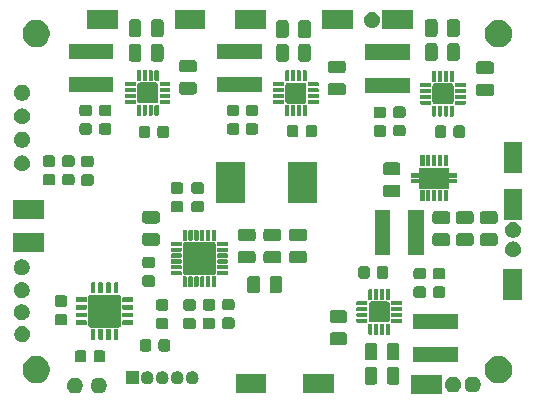
<source format=gbr>
G04 #@! TF.GenerationSoftware,KiCad,Pcbnew,(5.1.4)-1*
G04 #@! TF.CreationDate,2020-09-18T11:06:02-04:00*
G04 #@! TF.ProjectId,RVL-PMS HW2,52564c2d-504d-4532-9048-57322e6b6963,rev?*
G04 #@! TF.SameCoordinates,Original*
G04 #@! TF.FileFunction,Soldermask,Top*
G04 #@! TF.FilePolarity,Negative*
%FSLAX46Y46*%
G04 Gerber Fmt 4.6, Leading zero omitted, Abs format (unit mm)*
G04 Created by KiCad (PCBNEW (5.1.4)-1) date 2020-09-18 11:06:02*
%MOMM*%
%LPD*%
G04 APERTURE LIST*
%ADD10C,0.100000*%
G04 APERTURE END LIST*
D10*
G36*
X143526000Y-86926000D02*
G01*
X140924000Y-86926000D01*
X140924000Y-85324000D01*
X143526000Y-85324000D01*
X143526000Y-86926000D01*
X143526000Y-86926000D01*
G37*
G36*
X114697182Y-85574978D02*
G01*
X114820206Y-85625936D01*
X114930925Y-85699916D01*
X115025084Y-85794075D01*
X115099064Y-85904794D01*
X115150022Y-86027818D01*
X115176000Y-86158420D01*
X115176000Y-86291580D01*
X115150022Y-86422182D01*
X115099064Y-86545206D01*
X115025084Y-86655925D01*
X114930925Y-86750084D01*
X114820206Y-86824064D01*
X114697182Y-86875022D01*
X114566580Y-86901000D01*
X114433420Y-86901000D01*
X114302818Y-86875022D01*
X114179794Y-86824064D01*
X114069075Y-86750084D01*
X113974916Y-86655925D01*
X113900936Y-86545206D01*
X113849978Y-86422182D01*
X113824000Y-86291580D01*
X113824000Y-86158420D01*
X113849978Y-86027818D01*
X113900936Y-85904794D01*
X113974916Y-85794075D01*
X114069075Y-85699916D01*
X114179794Y-85625936D01*
X114302818Y-85574978D01*
X114433420Y-85549000D01*
X114566580Y-85549000D01*
X114697182Y-85574978D01*
X114697182Y-85574978D01*
G37*
G36*
X112672182Y-85574978D02*
G01*
X112795206Y-85625936D01*
X112905925Y-85699916D01*
X113000084Y-85794075D01*
X113074064Y-85904794D01*
X113125022Y-86027818D01*
X113151000Y-86158420D01*
X113151000Y-86291580D01*
X113125022Y-86422182D01*
X113074064Y-86545206D01*
X113000084Y-86655925D01*
X112905925Y-86750084D01*
X112795206Y-86824064D01*
X112672182Y-86875022D01*
X112541580Y-86901000D01*
X112408420Y-86901000D01*
X112277818Y-86875022D01*
X112154794Y-86824064D01*
X112044075Y-86750084D01*
X111949916Y-86655925D01*
X111875936Y-86545206D01*
X111824978Y-86422182D01*
X111799000Y-86291580D01*
X111799000Y-86158420D01*
X111824978Y-86027818D01*
X111875936Y-85904794D01*
X111949916Y-85794075D01*
X112044075Y-85699916D01*
X112154794Y-85625936D01*
X112277818Y-85574978D01*
X112408420Y-85549000D01*
X112541580Y-85549000D01*
X112672182Y-85574978D01*
X112672182Y-85574978D01*
G37*
G36*
X134426000Y-86876000D02*
G01*
X131824000Y-86876000D01*
X131824000Y-85274000D01*
X134426000Y-85274000D01*
X134426000Y-86876000D01*
X134426000Y-86876000D01*
G37*
G36*
X128701000Y-86851000D02*
G01*
X126099000Y-86851000D01*
X126099000Y-85249000D01*
X128701000Y-85249000D01*
X128701000Y-86851000D01*
X128701000Y-86851000D01*
G37*
G36*
X146347182Y-85489978D02*
G01*
X146470206Y-85540936D01*
X146580925Y-85614916D01*
X146675084Y-85709075D01*
X146749064Y-85819794D01*
X146800022Y-85942818D01*
X146826000Y-86073420D01*
X146826000Y-86206580D01*
X146800022Y-86337182D01*
X146749064Y-86460206D01*
X146675084Y-86570925D01*
X146580925Y-86665084D01*
X146470206Y-86739064D01*
X146347182Y-86790022D01*
X146216580Y-86816000D01*
X146083420Y-86816000D01*
X145952818Y-86790022D01*
X145829794Y-86739064D01*
X145719075Y-86665084D01*
X145624916Y-86570925D01*
X145550936Y-86460206D01*
X145499978Y-86337182D01*
X145474000Y-86206580D01*
X145474000Y-86073420D01*
X145499978Y-85942818D01*
X145550936Y-85819794D01*
X145624916Y-85709075D01*
X145719075Y-85614916D01*
X145829794Y-85540936D01*
X145952818Y-85489978D01*
X146083420Y-85464000D01*
X146216580Y-85464000D01*
X146347182Y-85489978D01*
X146347182Y-85489978D01*
G37*
G36*
X144687182Y-85489978D02*
G01*
X144810206Y-85540936D01*
X144920925Y-85614916D01*
X145015084Y-85709075D01*
X145089064Y-85819794D01*
X145140022Y-85942818D01*
X145166000Y-86073420D01*
X145166000Y-86206580D01*
X145140022Y-86337182D01*
X145089064Y-86460206D01*
X145015084Y-86570925D01*
X144920925Y-86665084D01*
X144810206Y-86739064D01*
X144687182Y-86790022D01*
X144556580Y-86816000D01*
X144423420Y-86816000D01*
X144292818Y-86790022D01*
X144169794Y-86739064D01*
X144059075Y-86665084D01*
X143964916Y-86570925D01*
X143890936Y-86460206D01*
X143839978Y-86337182D01*
X143814000Y-86206580D01*
X143814000Y-86073420D01*
X143839978Y-85942818D01*
X143890936Y-85819794D01*
X143964916Y-85709075D01*
X144059075Y-85614916D01*
X144169794Y-85540936D01*
X144292818Y-85489978D01*
X144423420Y-85464000D01*
X144556580Y-85464000D01*
X144687182Y-85489978D01*
X144687182Y-85489978D01*
G37*
G36*
X139756816Y-84654053D02*
G01*
X139804962Y-84668657D01*
X139849323Y-84692369D01*
X139888214Y-84724286D01*
X139920131Y-84763177D01*
X139943843Y-84807538D01*
X139958447Y-84855684D01*
X139963500Y-84906982D01*
X139963500Y-85893018D01*
X139958447Y-85944316D01*
X139943843Y-85992462D01*
X139920131Y-86036823D01*
X139888214Y-86075714D01*
X139849323Y-86107631D01*
X139804962Y-86131343D01*
X139756816Y-86145947D01*
X139705518Y-86151000D01*
X139144482Y-86151000D01*
X139093184Y-86145947D01*
X139045038Y-86131343D01*
X139000677Y-86107631D01*
X138961786Y-86075714D01*
X138929869Y-86036823D01*
X138906157Y-85992462D01*
X138891553Y-85944316D01*
X138886500Y-85893018D01*
X138886500Y-84906982D01*
X138891553Y-84855684D01*
X138906157Y-84807538D01*
X138929869Y-84763177D01*
X138961786Y-84724286D01*
X139000677Y-84692369D01*
X139045038Y-84668657D01*
X139093184Y-84654053D01*
X139144482Y-84649000D01*
X139705518Y-84649000D01*
X139756816Y-84654053D01*
X139756816Y-84654053D01*
G37*
G36*
X137881816Y-84654053D02*
G01*
X137929962Y-84668657D01*
X137974323Y-84692369D01*
X138013214Y-84724286D01*
X138045131Y-84763177D01*
X138068843Y-84807538D01*
X138083447Y-84855684D01*
X138088500Y-84906982D01*
X138088500Y-85893018D01*
X138083447Y-85944316D01*
X138068843Y-85992462D01*
X138045131Y-86036823D01*
X138013214Y-86075714D01*
X137974323Y-86107631D01*
X137929962Y-86131343D01*
X137881816Y-86145947D01*
X137830518Y-86151000D01*
X137269482Y-86151000D01*
X137218184Y-86145947D01*
X137170038Y-86131343D01*
X137125677Y-86107631D01*
X137086786Y-86075714D01*
X137054869Y-86036823D01*
X137031157Y-85992462D01*
X137016553Y-85944316D01*
X137011500Y-85893018D01*
X137011500Y-84906982D01*
X137016553Y-84855684D01*
X137031157Y-84807538D01*
X137054869Y-84763177D01*
X137086786Y-84724286D01*
X137125677Y-84692369D01*
X137170038Y-84668657D01*
X137218184Y-84654053D01*
X137269482Y-84649000D01*
X137830518Y-84649000D01*
X137881816Y-84654053D01*
X137881816Y-84654053D01*
G37*
G36*
X117876000Y-86126000D02*
G01*
X116774000Y-86126000D01*
X116774000Y-85024000D01*
X117876000Y-85024000D01*
X117876000Y-86126000D01*
X117876000Y-86126000D01*
G37*
G36*
X121243015Y-85031973D02*
G01*
X121346879Y-85063479D01*
X121394740Y-85089062D01*
X121442599Y-85114643D01*
X121442601Y-85114644D01*
X121442600Y-85114644D01*
X121526501Y-85183499D01*
X121595356Y-85267400D01*
X121646521Y-85363121D01*
X121678027Y-85466985D01*
X121688666Y-85575000D01*
X121678027Y-85683015D01*
X121646521Y-85786879D01*
X121628927Y-85819794D01*
X121595357Y-85882599D01*
X121526501Y-85966501D01*
X121442599Y-86035357D01*
X121346879Y-86086521D01*
X121243015Y-86118027D01*
X121162067Y-86126000D01*
X121107933Y-86126000D01*
X121026985Y-86118027D01*
X120923121Y-86086521D01*
X120827401Y-86035357D01*
X120743499Y-85966501D01*
X120674643Y-85882599D01*
X120641073Y-85819794D01*
X120623479Y-85786879D01*
X120591973Y-85683015D01*
X120581334Y-85575000D01*
X120591973Y-85466985D01*
X120623479Y-85363121D01*
X120674644Y-85267400D01*
X120743499Y-85183499D01*
X120827400Y-85114644D01*
X120827399Y-85114644D01*
X120827401Y-85114643D01*
X120875260Y-85089062D01*
X120923121Y-85063479D01*
X121026985Y-85031973D01*
X121107933Y-85024000D01*
X121162067Y-85024000D01*
X121243015Y-85031973D01*
X121243015Y-85031973D01*
G37*
G36*
X122513015Y-85031973D02*
G01*
X122616879Y-85063479D01*
X122664740Y-85089062D01*
X122712599Y-85114643D01*
X122712601Y-85114644D01*
X122712600Y-85114644D01*
X122796501Y-85183499D01*
X122865356Y-85267400D01*
X122916521Y-85363121D01*
X122948027Y-85466985D01*
X122958666Y-85575000D01*
X122948027Y-85683015D01*
X122916521Y-85786879D01*
X122898927Y-85819794D01*
X122865357Y-85882599D01*
X122796501Y-85966501D01*
X122712599Y-86035357D01*
X122616879Y-86086521D01*
X122513015Y-86118027D01*
X122432067Y-86126000D01*
X122377933Y-86126000D01*
X122296985Y-86118027D01*
X122193121Y-86086521D01*
X122097401Y-86035357D01*
X122013499Y-85966501D01*
X121944643Y-85882599D01*
X121911073Y-85819794D01*
X121893479Y-85786879D01*
X121861973Y-85683015D01*
X121851334Y-85575000D01*
X121861973Y-85466985D01*
X121893479Y-85363121D01*
X121944644Y-85267400D01*
X122013499Y-85183499D01*
X122097400Y-85114644D01*
X122097399Y-85114644D01*
X122097401Y-85114643D01*
X122145260Y-85089062D01*
X122193121Y-85063479D01*
X122296985Y-85031973D01*
X122377933Y-85024000D01*
X122432067Y-85024000D01*
X122513015Y-85031973D01*
X122513015Y-85031973D01*
G37*
G36*
X118703015Y-85031973D02*
G01*
X118806879Y-85063479D01*
X118854740Y-85089062D01*
X118902599Y-85114643D01*
X118902601Y-85114644D01*
X118902600Y-85114644D01*
X118986501Y-85183499D01*
X119055356Y-85267400D01*
X119106521Y-85363121D01*
X119138027Y-85466985D01*
X119148666Y-85575000D01*
X119138027Y-85683015D01*
X119106521Y-85786879D01*
X119088927Y-85819794D01*
X119055357Y-85882599D01*
X118986501Y-85966501D01*
X118902599Y-86035357D01*
X118806879Y-86086521D01*
X118703015Y-86118027D01*
X118622067Y-86126000D01*
X118567933Y-86126000D01*
X118486985Y-86118027D01*
X118383121Y-86086521D01*
X118287401Y-86035357D01*
X118203499Y-85966501D01*
X118134643Y-85882599D01*
X118101073Y-85819794D01*
X118083479Y-85786879D01*
X118051973Y-85683015D01*
X118041334Y-85575000D01*
X118051973Y-85466985D01*
X118083479Y-85363121D01*
X118134644Y-85267400D01*
X118203499Y-85183499D01*
X118287400Y-85114644D01*
X118287399Y-85114644D01*
X118287401Y-85114643D01*
X118335260Y-85089062D01*
X118383121Y-85063479D01*
X118486985Y-85031973D01*
X118567933Y-85024000D01*
X118622067Y-85024000D01*
X118703015Y-85031973D01*
X118703015Y-85031973D01*
G37*
G36*
X119973015Y-85031973D02*
G01*
X120076879Y-85063479D01*
X120124740Y-85089062D01*
X120172599Y-85114643D01*
X120172601Y-85114644D01*
X120172600Y-85114644D01*
X120256501Y-85183499D01*
X120325356Y-85267400D01*
X120376521Y-85363121D01*
X120408027Y-85466985D01*
X120418666Y-85575000D01*
X120408027Y-85683015D01*
X120376521Y-85786879D01*
X120358927Y-85819794D01*
X120325357Y-85882599D01*
X120256501Y-85966501D01*
X120172599Y-86035357D01*
X120076879Y-86086521D01*
X119973015Y-86118027D01*
X119892067Y-86126000D01*
X119837933Y-86126000D01*
X119756985Y-86118027D01*
X119653121Y-86086521D01*
X119557401Y-86035357D01*
X119473499Y-85966501D01*
X119404643Y-85882599D01*
X119371073Y-85819794D01*
X119353479Y-85786879D01*
X119321973Y-85683015D01*
X119311334Y-85575000D01*
X119321973Y-85466985D01*
X119353479Y-85363121D01*
X119404644Y-85267400D01*
X119473499Y-85183499D01*
X119557400Y-85114644D01*
X119557399Y-85114644D01*
X119557401Y-85114643D01*
X119605260Y-85089062D01*
X119653121Y-85063479D01*
X119756985Y-85031973D01*
X119837933Y-85024000D01*
X119892067Y-85024000D01*
X119973015Y-85031973D01*
X119973015Y-85031973D01*
G37*
G36*
X109560734Y-83768232D02*
G01*
X109770203Y-83854997D01*
X109958720Y-83980960D01*
X110119040Y-84141280D01*
X110245003Y-84329797D01*
X110331768Y-84539266D01*
X110376000Y-84761636D01*
X110376000Y-84988364D01*
X110331768Y-85210734D01*
X110245003Y-85420203D01*
X110119040Y-85608720D01*
X109958720Y-85769040D01*
X109770203Y-85895003D01*
X109560734Y-85981768D01*
X109338364Y-86026000D01*
X109111636Y-86026000D01*
X108889266Y-85981768D01*
X108679797Y-85895003D01*
X108491280Y-85769040D01*
X108330960Y-85608720D01*
X108204997Y-85420203D01*
X108118232Y-85210734D01*
X108074000Y-84988364D01*
X108074000Y-84761636D01*
X108118232Y-84539266D01*
X108204997Y-84329797D01*
X108330960Y-84141280D01*
X108491280Y-83980960D01*
X108679797Y-83854997D01*
X108889266Y-83768232D01*
X109111636Y-83724000D01*
X109338364Y-83724000D01*
X109560734Y-83768232D01*
X109560734Y-83768232D01*
G37*
G36*
X148685734Y-83768232D02*
G01*
X148895203Y-83854997D01*
X149083720Y-83980960D01*
X149244040Y-84141280D01*
X149370003Y-84329797D01*
X149456768Y-84539266D01*
X149501000Y-84761636D01*
X149501000Y-84988364D01*
X149456768Y-85210734D01*
X149370003Y-85420203D01*
X149244040Y-85608720D01*
X149083720Y-85769040D01*
X148895203Y-85895003D01*
X148685734Y-85981768D01*
X148463364Y-86026000D01*
X148236636Y-86026000D01*
X148014266Y-85981768D01*
X147804797Y-85895003D01*
X147616280Y-85769040D01*
X147455960Y-85608720D01*
X147329997Y-85420203D01*
X147243232Y-85210734D01*
X147199000Y-84988364D01*
X147199000Y-84761636D01*
X147243232Y-84539266D01*
X147329997Y-84329797D01*
X147455960Y-84141280D01*
X147616280Y-83980960D01*
X147804797Y-83854997D01*
X148014266Y-83768232D01*
X148236636Y-83724000D01*
X148463364Y-83724000D01*
X148685734Y-83768232D01*
X148685734Y-83768232D01*
G37*
G36*
X113276938Y-83228572D02*
G01*
X113320395Y-83241754D01*
X113360434Y-83263156D01*
X113395536Y-83291964D01*
X113424344Y-83327066D01*
X113445746Y-83367105D01*
X113458928Y-83410562D01*
X113463500Y-83456982D01*
X113463500Y-84043018D01*
X113458928Y-84089438D01*
X113445746Y-84132895D01*
X113424344Y-84172934D01*
X113395536Y-84208036D01*
X113360434Y-84236844D01*
X113320395Y-84258246D01*
X113276938Y-84271428D01*
X113230518Y-84276000D01*
X112719482Y-84276000D01*
X112673062Y-84271428D01*
X112629605Y-84258246D01*
X112589566Y-84236844D01*
X112554464Y-84208036D01*
X112525656Y-84172934D01*
X112504254Y-84132895D01*
X112491072Y-84089438D01*
X112486500Y-84043018D01*
X112486500Y-83456982D01*
X112491072Y-83410562D01*
X112504254Y-83367105D01*
X112525656Y-83327066D01*
X112554464Y-83291964D01*
X112589566Y-83263156D01*
X112629605Y-83241754D01*
X112673062Y-83228572D01*
X112719482Y-83224000D01*
X113230518Y-83224000D01*
X113276938Y-83228572D01*
X113276938Y-83228572D01*
G37*
G36*
X114851938Y-83228572D02*
G01*
X114895395Y-83241754D01*
X114935434Y-83263156D01*
X114970536Y-83291964D01*
X114999344Y-83327066D01*
X115020746Y-83367105D01*
X115033928Y-83410562D01*
X115038500Y-83456982D01*
X115038500Y-84043018D01*
X115033928Y-84089438D01*
X115020746Y-84132895D01*
X114999344Y-84172934D01*
X114970536Y-84208036D01*
X114935434Y-84236844D01*
X114895395Y-84258246D01*
X114851938Y-84271428D01*
X114805518Y-84276000D01*
X114294482Y-84276000D01*
X114248062Y-84271428D01*
X114204605Y-84258246D01*
X114164566Y-84236844D01*
X114129464Y-84208036D01*
X114100656Y-84172934D01*
X114079254Y-84132895D01*
X114066072Y-84089438D01*
X114061500Y-84043018D01*
X114061500Y-83456982D01*
X114066072Y-83410562D01*
X114079254Y-83367105D01*
X114100656Y-83327066D01*
X114129464Y-83291964D01*
X114164566Y-83263156D01*
X114204605Y-83241754D01*
X114248062Y-83228572D01*
X114294482Y-83224000D01*
X114805518Y-83224000D01*
X114851938Y-83228572D01*
X114851938Y-83228572D01*
G37*
G36*
X144926000Y-84276000D02*
G01*
X141124000Y-84276000D01*
X141124000Y-82974000D01*
X144926000Y-82974000D01*
X144926000Y-84276000D01*
X144926000Y-84276000D01*
G37*
G36*
X139756816Y-82604053D02*
G01*
X139804962Y-82618657D01*
X139849323Y-82642369D01*
X139888214Y-82674286D01*
X139920131Y-82713177D01*
X139943843Y-82757538D01*
X139958447Y-82805684D01*
X139963500Y-82856982D01*
X139963500Y-83843018D01*
X139958447Y-83894316D01*
X139943843Y-83942462D01*
X139920131Y-83986823D01*
X139888214Y-84025714D01*
X139849323Y-84057631D01*
X139804962Y-84081343D01*
X139756816Y-84095947D01*
X139705518Y-84101000D01*
X139144482Y-84101000D01*
X139093184Y-84095947D01*
X139045038Y-84081343D01*
X139000677Y-84057631D01*
X138961786Y-84025714D01*
X138929869Y-83986823D01*
X138906157Y-83942462D01*
X138891553Y-83894316D01*
X138886500Y-83843018D01*
X138886500Y-82856982D01*
X138891553Y-82805684D01*
X138906157Y-82757538D01*
X138929869Y-82713177D01*
X138961786Y-82674286D01*
X139000677Y-82642369D01*
X139045038Y-82618657D01*
X139093184Y-82604053D01*
X139144482Y-82599000D01*
X139705518Y-82599000D01*
X139756816Y-82604053D01*
X139756816Y-82604053D01*
G37*
G36*
X137881816Y-82604053D02*
G01*
X137929962Y-82618657D01*
X137974323Y-82642369D01*
X138013214Y-82674286D01*
X138045131Y-82713177D01*
X138068843Y-82757538D01*
X138083447Y-82805684D01*
X138088500Y-82856982D01*
X138088500Y-83843018D01*
X138083447Y-83894316D01*
X138068843Y-83942462D01*
X138045131Y-83986823D01*
X138013214Y-84025714D01*
X137974323Y-84057631D01*
X137929962Y-84081343D01*
X137881816Y-84095947D01*
X137830518Y-84101000D01*
X137269482Y-84101000D01*
X137218184Y-84095947D01*
X137170038Y-84081343D01*
X137125677Y-84057631D01*
X137086786Y-84025714D01*
X137054869Y-83986823D01*
X137031157Y-83942462D01*
X137016553Y-83894316D01*
X137011500Y-83843018D01*
X137011500Y-82856982D01*
X137016553Y-82805684D01*
X137031157Y-82757538D01*
X137054869Y-82713177D01*
X137086786Y-82674286D01*
X137125677Y-82642369D01*
X137170038Y-82618657D01*
X137218184Y-82604053D01*
X137269482Y-82599000D01*
X137830518Y-82599000D01*
X137881816Y-82604053D01*
X137881816Y-82604053D01*
G37*
G36*
X118776938Y-82303572D02*
G01*
X118820395Y-82316754D01*
X118860434Y-82338156D01*
X118895536Y-82366964D01*
X118924344Y-82402066D01*
X118945746Y-82442105D01*
X118958928Y-82485562D01*
X118963500Y-82531982D01*
X118963500Y-83118018D01*
X118958928Y-83164438D01*
X118945746Y-83207895D01*
X118924344Y-83247934D01*
X118895536Y-83283036D01*
X118860434Y-83311844D01*
X118820395Y-83333246D01*
X118776938Y-83346428D01*
X118730518Y-83351000D01*
X118219482Y-83351000D01*
X118173062Y-83346428D01*
X118129605Y-83333246D01*
X118089566Y-83311844D01*
X118054464Y-83283036D01*
X118025656Y-83247934D01*
X118004254Y-83207895D01*
X117991072Y-83164438D01*
X117986500Y-83118018D01*
X117986500Y-82531982D01*
X117991072Y-82485562D01*
X118004254Y-82442105D01*
X118025656Y-82402066D01*
X118054464Y-82366964D01*
X118089566Y-82338156D01*
X118129605Y-82316754D01*
X118173062Y-82303572D01*
X118219482Y-82299000D01*
X118730518Y-82299000D01*
X118776938Y-82303572D01*
X118776938Y-82303572D01*
G37*
G36*
X120351938Y-82303572D02*
G01*
X120395395Y-82316754D01*
X120435434Y-82338156D01*
X120470536Y-82366964D01*
X120499344Y-82402066D01*
X120520746Y-82442105D01*
X120533928Y-82485562D01*
X120538500Y-82531982D01*
X120538500Y-83118018D01*
X120533928Y-83164438D01*
X120520746Y-83207895D01*
X120499344Y-83247934D01*
X120470536Y-83283036D01*
X120435434Y-83311844D01*
X120395395Y-83333246D01*
X120351938Y-83346428D01*
X120305518Y-83351000D01*
X119794482Y-83351000D01*
X119748062Y-83346428D01*
X119704605Y-83333246D01*
X119664566Y-83311844D01*
X119629464Y-83283036D01*
X119600656Y-83247934D01*
X119579254Y-83207895D01*
X119566072Y-83164438D01*
X119561500Y-83118018D01*
X119561500Y-82531982D01*
X119566072Y-82485562D01*
X119579254Y-82442105D01*
X119600656Y-82402066D01*
X119629464Y-82366964D01*
X119664566Y-82338156D01*
X119704605Y-82316754D01*
X119748062Y-82303572D01*
X119794482Y-82299000D01*
X120305518Y-82299000D01*
X120351938Y-82303572D01*
X120351938Y-82303572D01*
G37*
G36*
X135344316Y-81729053D02*
G01*
X135392462Y-81743657D01*
X135436823Y-81767369D01*
X135475714Y-81799286D01*
X135507631Y-81838177D01*
X135531343Y-81882538D01*
X135545947Y-81930684D01*
X135551000Y-81981982D01*
X135551000Y-82543018D01*
X135545947Y-82594316D01*
X135531343Y-82642462D01*
X135507631Y-82686823D01*
X135475714Y-82725714D01*
X135436823Y-82757631D01*
X135392462Y-82781343D01*
X135344316Y-82795947D01*
X135293018Y-82801000D01*
X134306982Y-82801000D01*
X134255684Y-82795947D01*
X134207538Y-82781343D01*
X134163177Y-82757631D01*
X134124286Y-82725714D01*
X134092369Y-82686823D01*
X134068657Y-82642462D01*
X134054053Y-82594316D01*
X134049000Y-82543018D01*
X134049000Y-81981982D01*
X134054053Y-81930684D01*
X134068657Y-81882538D01*
X134092369Y-81838177D01*
X134124286Y-81799286D01*
X134163177Y-81767369D01*
X134207538Y-81743657D01*
X134255684Y-81729053D01*
X134306982Y-81724000D01*
X135293018Y-81724000D01*
X135344316Y-81729053D01*
X135344316Y-81729053D01*
G37*
G36*
X108222182Y-81224978D02*
G01*
X108345206Y-81275936D01*
X108455925Y-81349916D01*
X108550084Y-81444075D01*
X108624064Y-81554794D01*
X108675022Y-81677818D01*
X108701000Y-81808420D01*
X108701000Y-81941580D01*
X108675022Y-82072182D01*
X108624064Y-82195206D01*
X108550084Y-82305925D01*
X108455925Y-82400084D01*
X108345206Y-82474064D01*
X108222182Y-82525022D01*
X108091580Y-82551000D01*
X107958420Y-82551000D01*
X107827818Y-82525022D01*
X107704794Y-82474064D01*
X107594075Y-82400084D01*
X107499916Y-82305925D01*
X107425936Y-82195206D01*
X107374978Y-82072182D01*
X107349000Y-81941580D01*
X107349000Y-81808420D01*
X107374978Y-81677818D01*
X107425936Y-81554794D01*
X107499916Y-81444075D01*
X107594075Y-81349916D01*
X107704794Y-81275936D01*
X107827818Y-81224978D01*
X107958420Y-81199000D01*
X108091580Y-81199000D01*
X108222182Y-81224978D01*
X108222182Y-81224978D01*
G37*
G36*
X116105147Y-81425810D02*
G01*
X116121631Y-81430811D01*
X116136821Y-81438930D01*
X116150139Y-81449861D01*
X116161070Y-81463179D01*
X116169189Y-81478369D01*
X116174190Y-81494853D01*
X116176000Y-81513231D01*
X116176000Y-82261769D01*
X116174190Y-82280147D01*
X116169189Y-82296631D01*
X116161070Y-82311821D01*
X116150139Y-82325139D01*
X116136821Y-82336070D01*
X116121631Y-82344189D01*
X116105147Y-82349190D01*
X116086769Y-82351000D01*
X115863231Y-82351000D01*
X115844853Y-82349190D01*
X115828369Y-82344189D01*
X115813179Y-82336070D01*
X115799861Y-82325139D01*
X115788930Y-82311821D01*
X115780811Y-82296631D01*
X115775810Y-82280147D01*
X115774000Y-82261769D01*
X115774000Y-81513231D01*
X115775810Y-81494853D01*
X115780811Y-81478369D01*
X115788930Y-81463179D01*
X115799861Y-81449861D01*
X115813179Y-81438930D01*
X115828369Y-81430811D01*
X115844853Y-81425810D01*
X115863231Y-81424000D01*
X116086769Y-81424000D01*
X116105147Y-81425810D01*
X116105147Y-81425810D01*
G37*
G36*
X115455147Y-81425810D02*
G01*
X115471631Y-81430811D01*
X115486821Y-81438930D01*
X115500139Y-81449861D01*
X115511070Y-81463179D01*
X115519189Y-81478369D01*
X115524190Y-81494853D01*
X115526000Y-81513231D01*
X115526000Y-82261769D01*
X115524190Y-82280147D01*
X115519189Y-82296631D01*
X115511070Y-82311821D01*
X115500139Y-82325139D01*
X115486821Y-82336070D01*
X115471631Y-82344189D01*
X115455147Y-82349190D01*
X115436769Y-82351000D01*
X115213231Y-82351000D01*
X115194853Y-82349190D01*
X115178369Y-82344189D01*
X115163179Y-82336070D01*
X115149861Y-82325139D01*
X115138930Y-82311821D01*
X115130811Y-82296631D01*
X115125810Y-82280147D01*
X115124000Y-82261769D01*
X115124000Y-81513231D01*
X115125810Y-81494853D01*
X115130811Y-81478369D01*
X115138930Y-81463179D01*
X115149861Y-81449861D01*
X115163179Y-81438930D01*
X115178369Y-81430811D01*
X115194853Y-81425810D01*
X115213231Y-81424000D01*
X115436769Y-81424000D01*
X115455147Y-81425810D01*
X115455147Y-81425810D01*
G37*
G36*
X114805147Y-81425810D02*
G01*
X114821631Y-81430811D01*
X114836821Y-81438930D01*
X114850139Y-81449861D01*
X114861070Y-81463179D01*
X114869189Y-81478369D01*
X114874190Y-81494853D01*
X114876000Y-81513231D01*
X114876000Y-82261769D01*
X114874190Y-82280147D01*
X114869189Y-82296631D01*
X114861070Y-82311821D01*
X114850139Y-82325139D01*
X114836821Y-82336070D01*
X114821631Y-82344189D01*
X114805147Y-82349190D01*
X114786769Y-82351000D01*
X114563231Y-82351000D01*
X114544853Y-82349190D01*
X114528369Y-82344189D01*
X114513179Y-82336070D01*
X114499861Y-82325139D01*
X114488930Y-82311821D01*
X114480811Y-82296631D01*
X114475810Y-82280147D01*
X114474000Y-82261769D01*
X114474000Y-81513231D01*
X114475810Y-81494853D01*
X114480811Y-81478369D01*
X114488930Y-81463179D01*
X114499861Y-81449861D01*
X114513179Y-81438930D01*
X114528369Y-81430811D01*
X114544853Y-81425810D01*
X114563231Y-81424000D01*
X114786769Y-81424000D01*
X114805147Y-81425810D01*
X114805147Y-81425810D01*
G37*
G36*
X114155147Y-81425810D02*
G01*
X114171631Y-81430811D01*
X114186821Y-81438930D01*
X114200139Y-81449861D01*
X114211070Y-81463179D01*
X114219189Y-81478369D01*
X114224190Y-81494853D01*
X114226000Y-81513231D01*
X114226000Y-82261769D01*
X114224190Y-82280147D01*
X114219189Y-82296631D01*
X114211070Y-82311821D01*
X114200139Y-82325139D01*
X114186821Y-82336070D01*
X114171631Y-82344189D01*
X114155147Y-82349190D01*
X114136769Y-82351000D01*
X113913231Y-82351000D01*
X113894853Y-82349190D01*
X113878369Y-82344189D01*
X113863179Y-82336070D01*
X113849861Y-82325139D01*
X113838930Y-82311821D01*
X113830811Y-82296631D01*
X113825810Y-82280147D01*
X113824000Y-82261769D01*
X113824000Y-81513231D01*
X113825810Y-81494853D01*
X113830811Y-81478369D01*
X113838930Y-81463179D01*
X113849861Y-81449861D01*
X113863179Y-81438930D01*
X113878369Y-81430811D01*
X113894853Y-81425810D01*
X113913231Y-81424000D01*
X114136769Y-81424000D01*
X114155147Y-81425810D01*
X114155147Y-81425810D01*
G37*
G36*
X137615205Y-81000570D02*
G01*
X137629350Y-81004861D01*
X137642379Y-81011825D01*
X137653802Y-81021198D01*
X137663175Y-81032621D01*
X137670139Y-81045650D01*
X137674430Y-81059795D01*
X137676000Y-81075732D01*
X137676000Y-81849268D01*
X137674430Y-81865205D01*
X137670139Y-81879350D01*
X137663175Y-81892379D01*
X137653802Y-81903802D01*
X137642379Y-81913175D01*
X137629350Y-81920139D01*
X137615205Y-81924430D01*
X137599268Y-81926000D01*
X137400732Y-81926000D01*
X137384795Y-81924430D01*
X137370650Y-81920139D01*
X137357621Y-81913175D01*
X137346198Y-81903802D01*
X137336825Y-81892379D01*
X137329861Y-81879350D01*
X137325570Y-81865205D01*
X137324000Y-81849268D01*
X137324000Y-81075732D01*
X137325570Y-81059795D01*
X137329861Y-81045650D01*
X137336825Y-81032621D01*
X137346198Y-81021198D01*
X137357621Y-81011825D01*
X137370650Y-81004861D01*
X137384795Y-81000570D01*
X137400732Y-80999000D01*
X137599268Y-80999000D01*
X137615205Y-81000570D01*
X137615205Y-81000570D01*
G37*
G36*
X138115205Y-81000570D02*
G01*
X138129350Y-81004861D01*
X138142379Y-81011825D01*
X138153802Y-81021198D01*
X138163175Y-81032621D01*
X138170139Y-81045650D01*
X138174430Y-81059795D01*
X138176000Y-81075732D01*
X138176000Y-81849268D01*
X138174430Y-81865205D01*
X138170139Y-81879350D01*
X138163175Y-81892379D01*
X138153802Y-81903802D01*
X138142379Y-81913175D01*
X138129350Y-81920139D01*
X138115205Y-81924430D01*
X138099268Y-81926000D01*
X137900732Y-81926000D01*
X137884795Y-81924430D01*
X137870650Y-81920139D01*
X137857621Y-81913175D01*
X137846198Y-81903802D01*
X137836825Y-81892379D01*
X137829861Y-81879350D01*
X137825570Y-81865205D01*
X137824000Y-81849268D01*
X137824000Y-81075732D01*
X137825570Y-81059795D01*
X137829861Y-81045650D01*
X137836825Y-81032621D01*
X137846198Y-81021198D01*
X137857621Y-81011825D01*
X137870650Y-81004861D01*
X137884795Y-81000570D01*
X137900732Y-80999000D01*
X138099268Y-80999000D01*
X138115205Y-81000570D01*
X138115205Y-81000570D01*
G37*
G36*
X138615205Y-81000570D02*
G01*
X138629350Y-81004861D01*
X138642379Y-81011825D01*
X138653802Y-81021198D01*
X138663175Y-81032621D01*
X138670139Y-81045650D01*
X138674430Y-81059795D01*
X138676000Y-81075732D01*
X138676000Y-81849268D01*
X138674430Y-81865205D01*
X138670139Y-81879350D01*
X138663175Y-81892379D01*
X138653802Y-81903802D01*
X138642379Y-81913175D01*
X138629350Y-81920139D01*
X138615205Y-81924430D01*
X138599268Y-81926000D01*
X138400732Y-81926000D01*
X138384795Y-81924430D01*
X138370650Y-81920139D01*
X138357621Y-81913175D01*
X138346198Y-81903802D01*
X138336825Y-81892379D01*
X138329861Y-81879350D01*
X138325570Y-81865205D01*
X138324000Y-81849268D01*
X138324000Y-81075732D01*
X138325570Y-81059795D01*
X138329861Y-81045650D01*
X138336825Y-81032621D01*
X138346198Y-81021198D01*
X138357621Y-81011825D01*
X138370650Y-81004861D01*
X138384795Y-81000570D01*
X138400732Y-80999000D01*
X138599268Y-80999000D01*
X138615205Y-81000570D01*
X138615205Y-81000570D01*
G37*
G36*
X139115205Y-81000570D02*
G01*
X139129350Y-81004861D01*
X139142379Y-81011825D01*
X139153802Y-81021198D01*
X139163175Y-81032621D01*
X139170139Y-81045650D01*
X139174430Y-81059795D01*
X139176000Y-81075732D01*
X139176000Y-81849268D01*
X139174430Y-81865205D01*
X139170139Y-81879350D01*
X139163175Y-81892379D01*
X139153802Y-81903802D01*
X139142379Y-81913175D01*
X139129350Y-81920139D01*
X139115205Y-81924430D01*
X139099268Y-81926000D01*
X138900732Y-81926000D01*
X138884795Y-81924430D01*
X138870650Y-81920139D01*
X138857621Y-81913175D01*
X138846198Y-81903802D01*
X138836825Y-81892379D01*
X138829861Y-81879350D01*
X138825570Y-81865205D01*
X138824000Y-81849268D01*
X138824000Y-81075732D01*
X138825570Y-81059795D01*
X138829861Y-81045650D01*
X138836825Y-81032621D01*
X138846198Y-81021198D01*
X138857621Y-81011825D01*
X138870650Y-81004861D01*
X138884795Y-81000570D01*
X138900732Y-80999000D01*
X139099268Y-80999000D01*
X139115205Y-81000570D01*
X139115205Y-81000570D01*
G37*
G36*
X144926000Y-81476000D02*
G01*
X141124000Y-81476000D01*
X141124000Y-80174000D01*
X144926000Y-80174000D01*
X144926000Y-81476000D01*
X144926000Y-81476000D01*
G37*
G36*
X122514438Y-80491072D02*
G01*
X122557895Y-80504254D01*
X122597934Y-80525656D01*
X122633036Y-80554464D01*
X122661844Y-80589566D01*
X122683246Y-80629605D01*
X122696428Y-80673062D01*
X122701000Y-80719482D01*
X122701000Y-81230518D01*
X122696428Y-81276938D01*
X122683246Y-81320395D01*
X122661844Y-81360434D01*
X122633036Y-81395536D01*
X122597934Y-81424344D01*
X122557895Y-81445746D01*
X122514438Y-81458928D01*
X122468018Y-81463500D01*
X121881982Y-81463500D01*
X121835562Y-81458928D01*
X121792105Y-81445746D01*
X121752066Y-81424344D01*
X121716964Y-81395536D01*
X121688156Y-81360434D01*
X121666754Y-81320395D01*
X121653572Y-81276938D01*
X121649000Y-81230518D01*
X121649000Y-80719482D01*
X121653572Y-80673062D01*
X121666754Y-80629605D01*
X121688156Y-80589566D01*
X121716964Y-80554464D01*
X121752066Y-80525656D01*
X121792105Y-80504254D01*
X121835562Y-80491072D01*
X121881982Y-80486500D01*
X122468018Y-80486500D01*
X122514438Y-80491072D01*
X122514438Y-80491072D01*
G37*
G36*
X120214438Y-80491072D02*
G01*
X120257895Y-80504254D01*
X120297934Y-80525656D01*
X120333036Y-80554464D01*
X120361844Y-80589566D01*
X120383246Y-80629605D01*
X120396428Y-80673062D01*
X120401000Y-80719482D01*
X120401000Y-81230518D01*
X120396428Y-81276938D01*
X120383246Y-81320395D01*
X120361844Y-81360434D01*
X120333036Y-81395536D01*
X120297934Y-81424344D01*
X120257895Y-81445746D01*
X120214438Y-81458928D01*
X120168018Y-81463500D01*
X119581982Y-81463500D01*
X119535562Y-81458928D01*
X119492105Y-81445746D01*
X119452066Y-81424344D01*
X119416964Y-81395536D01*
X119388156Y-81360434D01*
X119366754Y-81320395D01*
X119353572Y-81276938D01*
X119349000Y-81230518D01*
X119349000Y-80719482D01*
X119353572Y-80673062D01*
X119366754Y-80629605D01*
X119388156Y-80589566D01*
X119416964Y-80554464D01*
X119452066Y-80525656D01*
X119492105Y-80504254D01*
X119535562Y-80491072D01*
X119581982Y-80486500D01*
X120168018Y-80486500D01*
X120214438Y-80491072D01*
X120214438Y-80491072D01*
G37*
G36*
X124164438Y-80478572D02*
G01*
X124207895Y-80491754D01*
X124247934Y-80513156D01*
X124283036Y-80541964D01*
X124311844Y-80577066D01*
X124333246Y-80617105D01*
X124346428Y-80660562D01*
X124351000Y-80706982D01*
X124351000Y-81218018D01*
X124346428Y-81264438D01*
X124333246Y-81307895D01*
X124311844Y-81347934D01*
X124283036Y-81383036D01*
X124247934Y-81411844D01*
X124207895Y-81433246D01*
X124164438Y-81446428D01*
X124118018Y-81451000D01*
X123531982Y-81451000D01*
X123485562Y-81446428D01*
X123442105Y-81433246D01*
X123402066Y-81411844D01*
X123366964Y-81383036D01*
X123338156Y-81347934D01*
X123316754Y-81307895D01*
X123303572Y-81264438D01*
X123299000Y-81218018D01*
X123299000Y-80706982D01*
X123303572Y-80660562D01*
X123316754Y-80617105D01*
X123338156Y-80577066D01*
X123366964Y-80541964D01*
X123402066Y-80513156D01*
X123442105Y-80491754D01*
X123485562Y-80478572D01*
X123531982Y-80474000D01*
X124118018Y-80474000D01*
X124164438Y-80478572D01*
X124164438Y-80478572D01*
G37*
G36*
X125814438Y-80466072D02*
G01*
X125857895Y-80479254D01*
X125897934Y-80500656D01*
X125933036Y-80529464D01*
X125961844Y-80564566D01*
X125983246Y-80604605D01*
X125996428Y-80648062D01*
X126001000Y-80694482D01*
X126001000Y-81205518D01*
X125996428Y-81251938D01*
X125983246Y-81295395D01*
X125961844Y-81335434D01*
X125933036Y-81370536D01*
X125897934Y-81399344D01*
X125857895Y-81420746D01*
X125814438Y-81433928D01*
X125768018Y-81438500D01*
X125181982Y-81438500D01*
X125135562Y-81433928D01*
X125092105Y-81420746D01*
X125052066Y-81399344D01*
X125016964Y-81370536D01*
X124988156Y-81335434D01*
X124966754Y-81295395D01*
X124953572Y-81251938D01*
X124949000Y-81205518D01*
X124949000Y-80694482D01*
X124953572Y-80648062D01*
X124966754Y-80604605D01*
X124988156Y-80564566D01*
X125016964Y-80529464D01*
X125052066Y-80500656D01*
X125092105Y-80479254D01*
X125135562Y-80466072D01*
X125181982Y-80461500D01*
X125768018Y-80461500D01*
X125814438Y-80466072D01*
X125814438Y-80466072D01*
G37*
G36*
X116208545Y-78528713D02*
G01*
X116253367Y-78542310D01*
X116294678Y-78564391D01*
X116330890Y-78594110D01*
X116360609Y-78630322D01*
X116382690Y-78671633D01*
X116396287Y-78716455D01*
X116401000Y-78764308D01*
X116401000Y-81085692D01*
X116396287Y-81133545D01*
X116382690Y-81178367D01*
X116360609Y-81219678D01*
X116330890Y-81255890D01*
X116294678Y-81285609D01*
X116253367Y-81307690D01*
X116208545Y-81321287D01*
X116160692Y-81326000D01*
X113839308Y-81326000D01*
X113791455Y-81321287D01*
X113746633Y-81307690D01*
X113705322Y-81285609D01*
X113669110Y-81255890D01*
X113639391Y-81219678D01*
X113617310Y-81178367D01*
X113603713Y-81133545D01*
X113599000Y-81085692D01*
X113599000Y-78764308D01*
X113603713Y-78716455D01*
X113617310Y-78671633D01*
X113639391Y-78630322D01*
X113669110Y-78594110D01*
X113705322Y-78564391D01*
X113746633Y-78542310D01*
X113791455Y-78528713D01*
X113839308Y-78524000D01*
X116160692Y-78524000D01*
X116208545Y-78528713D01*
X116208545Y-78528713D01*
G37*
G36*
X111639438Y-80166072D02*
G01*
X111682895Y-80179254D01*
X111722934Y-80200656D01*
X111758036Y-80229464D01*
X111786844Y-80264566D01*
X111808246Y-80304605D01*
X111821428Y-80348062D01*
X111826000Y-80394482D01*
X111826000Y-80905518D01*
X111821428Y-80951938D01*
X111808246Y-80995395D01*
X111786844Y-81035434D01*
X111758036Y-81070536D01*
X111722934Y-81099344D01*
X111682895Y-81120746D01*
X111639438Y-81133928D01*
X111593018Y-81138500D01*
X111006982Y-81138500D01*
X110960562Y-81133928D01*
X110917105Y-81120746D01*
X110877066Y-81099344D01*
X110841964Y-81070536D01*
X110813156Y-81035434D01*
X110791754Y-80995395D01*
X110778572Y-80951938D01*
X110774000Y-80905518D01*
X110774000Y-80394482D01*
X110778572Y-80348062D01*
X110791754Y-80304605D01*
X110813156Y-80264566D01*
X110841964Y-80229464D01*
X110877066Y-80200656D01*
X110917105Y-80179254D01*
X110960562Y-80166072D01*
X111006982Y-80161500D01*
X111593018Y-80161500D01*
X111639438Y-80166072D01*
X111639438Y-80166072D01*
G37*
G36*
X113430147Y-80700810D02*
G01*
X113446631Y-80705811D01*
X113461821Y-80713930D01*
X113475139Y-80724861D01*
X113486070Y-80738179D01*
X113494189Y-80753369D01*
X113499190Y-80769853D01*
X113501000Y-80788231D01*
X113501000Y-81011769D01*
X113499190Y-81030147D01*
X113494189Y-81046631D01*
X113486070Y-81061821D01*
X113475139Y-81075139D01*
X113461821Y-81086070D01*
X113446631Y-81094189D01*
X113430147Y-81099190D01*
X113411769Y-81101000D01*
X112663231Y-81101000D01*
X112644853Y-81099190D01*
X112628369Y-81094189D01*
X112613179Y-81086070D01*
X112599861Y-81075139D01*
X112588930Y-81061821D01*
X112580811Y-81046631D01*
X112575810Y-81030147D01*
X112574000Y-81011769D01*
X112574000Y-80788231D01*
X112575810Y-80769853D01*
X112580811Y-80753369D01*
X112588930Y-80738179D01*
X112599861Y-80724861D01*
X112613179Y-80713930D01*
X112628369Y-80705811D01*
X112644853Y-80700810D01*
X112663231Y-80699000D01*
X113411769Y-80699000D01*
X113430147Y-80700810D01*
X113430147Y-80700810D01*
G37*
G36*
X117355147Y-80700810D02*
G01*
X117371631Y-80705811D01*
X117386821Y-80713930D01*
X117400139Y-80724861D01*
X117411070Y-80738179D01*
X117419189Y-80753369D01*
X117424190Y-80769853D01*
X117426000Y-80788231D01*
X117426000Y-81011769D01*
X117424190Y-81030147D01*
X117419189Y-81046631D01*
X117411070Y-81061821D01*
X117400139Y-81075139D01*
X117386821Y-81086070D01*
X117371631Y-81094189D01*
X117355147Y-81099190D01*
X117336769Y-81101000D01*
X116588231Y-81101000D01*
X116569853Y-81099190D01*
X116553369Y-81094189D01*
X116538179Y-81086070D01*
X116524861Y-81075139D01*
X116513930Y-81061821D01*
X116505811Y-81046631D01*
X116500810Y-81030147D01*
X116499000Y-81011769D01*
X116499000Y-80788231D01*
X116500810Y-80769853D01*
X116505811Y-80753369D01*
X116513930Y-80738179D01*
X116524861Y-80724861D01*
X116538179Y-80713930D01*
X116553369Y-80705811D01*
X116569853Y-80700810D01*
X116588231Y-80699000D01*
X117336769Y-80699000D01*
X117355147Y-80700810D01*
X117355147Y-80700810D01*
G37*
G36*
X140115205Y-80575570D02*
G01*
X140129350Y-80579861D01*
X140142379Y-80586825D01*
X140153802Y-80596198D01*
X140163175Y-80607621D01*
X140170139Y-80620650D01*
X140174430Y-80634795D01*
X140176000Y-80650732D01*
X140176000Y-80849268D01*
X140174430Y-80865205D01*
X140170139Y-80879350D01*
X140163175Y-80892379D01*
X140153802Y-80903802D01*
X140142379Y-80913175D01*
X140129350Y-80920139D01*
X140115205Y-80924430D01*
X140099268Y-80926000D01*
X139325732Y-80926000D01*
X139309795Y-80924430D01*
X139295650Y-80920139D01*
X139282621Y-80913175D01*
X139271198Y-80903802D01*
X139261825Y-80892379D01*
X139254861Y-80879350D01*
X139250570Y-80865205D01*
X139249000Y-80849268D01*
X139249000Y-80650732D01*
X139250570Y-80634795D01*
X139254861Y-80620650D01*
X139261825Y-80607621D01*
X139271198Y-80596198D01*
X139282621Y-80586825D01*
X139295650Y-80579861D01*
X139309795Y-80575570D01*
X139325732Y-80574000D01*
X140099268Y-80574000D01*
X140115205Y-80575570D01*
X140115205Y-80575570D01*
G37*
G36*
X135344316Y-79854053D02*
G01*
X135392462Y-79868657D01*
X135436823Y-79892369D01*
X135475714Y-79924286D01*
X135507631Y-79963177D01*
X135531343Y-80007538D01*
X135545947Y-80055684D01*
X135551000Y-80106982D01*
X135551000Y-80668018D01*
X135545947Y-80719316D01*
X135531343Y-80767462D01*
X135507631Y-80811823D01*
X135475714Y-80850714D01*
X135436823Y-80882631D01*
X135392462Y-80906343D01*
X135344316Y-80920947D01*
X135293018Y-80926000D01*
X134306982Y-80926000D01*
X134255684Y-80920947D01*
X134207538Y-80906343D01*
X134163177Y-80882631D01*
X134124286Y-80850714D01*
X134092369Y-80811823D01*
X134068657Y-80767462D01*
X134054053Y-80719316D01*
X134049000Y-80668018D01*
X134049000Y-80106982D01*
X134054053Y-80055684D01*
X134068657Y-80007538D01*
X134092369Y-79963177D01*
X134124286Y-79924286D01*
X134163177Y-79892369D01*
X134207538Y-79868657D01*
X134255684Y-79854053D01*
X134306982Y-79849000D01*
X135293018Y-79849000D01*
X135344316Y-79854053D01*
X135344316Y-79854053D01*
G37*
G36*
X137190205Y-80575570D02*
G01*
X137204350Y-80579861D01*
X137217379Y-80586825D01*
X137228802Y-80596198D01*
X137238175Y-80607621D01*
X137245139Y-80620650D01*
X137249430Y-80634795D01*
X137251000Y-80650732D01*
X137251000Y-80849268D01*
X137249430Y-80865205D01*
X137245139Y-80879350D01*
X137238175Y-80892379D01*
X137228802Y-80903802D01*
X137217379Y-80913175D01*
X137204350Y-80920139D01*
X137190205Y-80924430D01*
X137174268Y-80926000D01*
X136400732Y-80926000D01*
X136384795Y-80924430D01*
X136370650Y-80920139D01*
X136357621Y-80913175D01*
X136346198Y-80903802D01*
X136336825Y-80892379D01*
X136329861Y-80879350D01*
X136325570Y-80865205D01*
X136324000Y-80849268D01*
X136324000Y-80650732D01*
X136325570Y-80634795D01*
X136329861Y-80620650D01*
X136336825Y-80607621D01*
X136346198Y-80596198D01*
X136357621Y-80586825D01*
X136370650Y-80579861D01*
X136384795Y-80575570D01*
X136400732Y-80574000D01*
X137174268Y-80574000D01*
X137190205Y-80575570D01*
X137190205Y-80575570D01*
G37*
G36*
X138941664Y-79113877D02*
G01*
X138988095Y-79127962D01*
X139030882Y-79150832D01*
X139068388Y-79181612D01*
X139099168Y-79219118D01*
X139122038Y-79261905D01*
X139136123Y-79308336D01*
X139141000Y-79357852D01*
X139141000Y-80642148D01*
X139136123Y-80691664D01*
X139122038Y-80738095D01*
X139099168Y-80780882D01*
X139068388Y-80818388D01*
X139030882Y-80849168D01*
X138988095Y-80872038D01*
X138941664Y-80886123D01*
X138892148Y-80891000D01*
X137607852Y-80891000D01*
X137558336Y-80886123D01*
X137511905Y-80872038D01*
X137469118Y-80849168D01*
X137431612Y-80818388D01*
X137400832Y-80780882D01*
X137377962Y-80738095D01*
X137363877Y-80691664D01*
X137359000Y-80642148D01*
X137359000Y-79357852D01*
X137363877Y-79308336D01*
X137377962Y-79261905D01*
X137400832Y-79219118D01*
X137431612Y-79181612D01*
X137469118Y-79150832D01*
X137511905Y-79127962D01*
X137558336Y-79113877D01*
X137607852Y-79109000D01*
X138892148Y-79109000D01*
X138941664Y-79113877D01*
X138941664Y-79113877D01*
G37*
G36*
X108172182Y-79374978D02*
G01*
X108295206Y-79425936D01*
X108405925Y-79499916D01*
X108500084Y-79594075D01*
X108574064Y-79704794D01*
X108625022Y-79827818D01*
X108651000Y-79958420D01*
X108651000Y-80091580D01*
X108625022Y-80222182D01*
X108574064Y-80345206D01*
X108500084Y-80455925D01*
X108405925Y-80550084D01*
X108295206Y-80624064D01*
X108172182Y-80675022D01*
X108041580Y-80701000D01*
X107908420Y-80701000D01*
X107777818Y-80675022D01*
X107654794Y-80624064D01*
X107544075Y-80550084D01*
X107449916Y-80455925D01*
X107375936Y-80345206D01*
X107324978Y-80222182D01*
X107299000Y-80091580D01*
X107299000Y-79958420D01*
X107324978Y-79827818D01*
X107375936Y-79704794D01*
X107449916Y-79594075D01*
X107544075Y-79499916D01*
X107654794Y-79425936D01*
X107777818Y-79374978D01*
X107908420Y-79349000D01*
X108041580Y-79349000D01*
X108172182Y-79374978D01*
X108172182Y-79374978D01*
G37*
G36*
X117355147Y-80050810D02*
G01*
X117371631Y-80055811D01*
X117386821Y-80063930D01*
X117400139Y-80074861D01*
X117411070Y-80088179D01*
X117419189Y-80103369D01*
X117424190Y-80119853D01*
X117426000Y-80138231D01*
X117426000Y-80361769D01*
X117424190Y-80380147D01*
X117419189Y-80396631D01*
X117411070Y-80411821D01*
X117400139Y-80425139D01*
X117386821Y-80436070D01*
X117371631Y-80444189D01*
X117355147Y-80449190D01*
X117336769Y-80451000D01*
X116588231Y-80451000D01*
X116569853Y-80449190D01*
X116553369Y-80444189D01*
X116538179Y-80436070D01*
X116524861Y-80425139D01*
X116513930Y-80411821D01*
X116505811Y-80396631D01*
X116500810Y-80380147D01*
X116499000Y-80361769D01*
X116499000Y-80138231D01*
X116500810Y-80119853D01*
X116505811Y-80103369D01*
X116513930Y-80088179D01*
X116524861Y-80074861D01*
X116538179Y-80063930D01*
X116553369Y-80055811D01*
X116569853Y-80050810D01*
X116588231Y-80049000D01*
X117336769Y-80049000D01*
X117355147Y-80050810D01*
X117355147Y-80050810D01*
G37*
G36*
X113430147Y-80050810D02*
G01*
X113446631Y-80055811D01*
X113461821Y-80063930D01*
X113475139Y-80074861D01*
X113486070Y-80088179D01*
X113494189Y-80103369D01*
X113499190Y-80119853D01*
X113501000Y-80138231D01*
X113501000Y-80361769D01*
X113499190Y-80380147D01*
X113494189Y-80396631D01*
X113486070Y-80411821D01*
X113475139Y-80425139D01*
X113461821Y-80436070D01*
X113446631Y-80444189D01*
X113430147Y-80449190D01*
X113411769Y-80451000D01*
X112663231Y-80451000D01*
X112644853Y-80449190D01*
X112628369Y-80444189D01*
X112613179Y-80436070D01*
X112599861Y-80425139D01*
X112588930Y-80411821D01*
X112580811Y-80396631D01*
X112575810Y-80380147D01*
X112574000Y-80361769D01*
X112574000Y-80138231D01*
X112575810Y-80119853D01*
X112580811Y-80103369D01*
X112588930Y-80088179D01*
X112599861Y-80074861D01*
X112613179Y-80063930D01*
X112628369Y-80055811D01*
X112644853Y-80050810D01*
X112663231Y-80049000D01*
X113411769Y-80049000D01*
X113430147Y-80050810D01*
X113430147Y-80050810D01*
G37*
G36*
X140115205Y-80075570D02*
G01*
X140129350Y-80079861D01*
X140142379Y-80086825D01*
X140153802Y-80096198D01*
X140163175Y-80107621D01*
X140170139Y-80120650D01*
X140174430Y-80134795D01*
X140176000Y-80150732D01*
X140176000Y-80349268D01*
X140174430Y-80365205D01*
X140170139Y-80379350D01*
X140163175Y-80392379D01*
X140153802Y-80403802D01*
X140142379Y-80413175D01*
X140129350Y-80420139D01*
X140115205Y-80424430D01*
X140099268Y-80426000D01*
X139325732Y-80426000D01*
X139309795Y-80424430D01*
X139295650Y-80420139D01*
X139282621Y-80413175D01*
X139271198Y-80403802D01*
X139261825Y-80392379D01*
X139254861Y-80379350D01*
X139250570Y-80365205D01*
X139249000Y-80349268D01*
X139249000Y-80150732D01*
X139250570Y-80134795D01*
X139254861Y-80120650D01*
X139261825Y-80107621D01*
X139271198Y-80096198D01*
X139282621Y-80086825D01*
X139295650Y-80079861D01*
X139309795Y-80075570D01*
X139325732Y-80074000D01*
X140099268Y-80074000D01*
X140115205Y-80075570D01*
X140115205Y-80075570D01*
G37*
G36*
X137190205Y-80075570D02*
G01*
X137204350Y-80079861D01*
X137217379Y-80086825D01*
X137228802Y-80096198D01*
X137238175Y-80107621D01*
X137245139Y-80120650D01*
X137249430Y-80134795D01*
X137251000Y-80150732D01*
X137251000Y-80349268D01*
X137249430Y-80365205D01*
X137245139Y-80379350D01*
X137238175Y-80392379D01*
X137228802Y-80403802D01*
X137217379Y-80413175D01*
X137204350Y-80420139D01*
X137190205Y-80424430D01*
X137174268Y-80426000D01*
X136400732Y-80426000D01*
X136384795Y-80424430D01*
X136370650Y-80420139D01*
X136357621Y-80413175D01*
X136346198Y-80403802D01*
X136336825Y-80392379D01*
X136329861Y-80379350D01*
X136325570Y-80365205D01*
X136324000Y-80349268D01*
X136324000Y-80150732D01*
X136325570Y-80134795D01*
X136329861Y-80120650D01*
X136336825Y-80107621D01*
X136346198Y-80096198D01*
X136357621Y-80086825D01*
X136370650Y-80079861D01*
X136384795Y-80075570D01*
X136400732Y-80074000D01*
X137174268Y-80074000D01*
X137190205Y-80075570D01*
X137190205Y-80075570D01*
G37*
G36*
X140115205Y-79575570D02*
G01*
X140129350Y-79579861D01*
X140142379Y-79586825D01*
X140153802Y-79596198D01*
X140163175Y-79607621D01*
X140170139Y-79620650D01*
X140174430Y-79634795D01*
X140176000Y-79650732D01*
X140176000Y-79849268D01*
X140174430Y-79865205D01*
X140170139Y-79879350D01*
X140163175Y-79892379D01*
X140153802Y-79903802D01*
X140142379Y-79913175D01*
X140129350Y-79920139D01*
X140115205Y-79924430D01*
X140099268Y-79926000D01*
X139325732Y-79926000D01*
X139309795Y-79924430D01*
X139295650Y-79920139D01*
X139282621Y-79913175D01*
X139271198Y-79903802D01*
X139261825Y-79892379D01*
X139254861Y-79879350D01*
X139250570Y-79865205D01*
X139249000Y-79849268D01*
X139249000Y-79650732D01*
X139250570Y-79634795D01*
X139254861Y-79620650D01*
X139261825Y-79607621D01*
X139271198Y-79596198D01*
X139282621Y-79586825D01*
X139295650Y-79579861D01*
X139309795Y-79575570D01*
X139325732Y-79574000D01*
X140099268Y-79574000D01*
X140115205Y-79575570D01*
X140115205Y-79575570D01*
G37*
G36*
X137190205Y-79575570D02*
G01*
X137204350Y-79579861D01*
X137217379Y-79586825D01*
X137228802Y-79596198D01*
X137238175Y-79607621D01*
X137245139Y-79620650D01*
X137249430Y-79634795D01*
X137251000Y-79650732D01*
X137251000Y-79849268D01*
X137249430Y-79865205D01*
X137245139Y-79879350D01*
X137238175Y-79892379D01*
X137228802Y-79903802D01*
X137217379Y-79913175D01*
X137204350Y-79920139D01*
X137190205Y-79924430D01*
X137174268Y-79926000D01*
X136400732Y-79926000D01*
X136384795Y-79924430D01*
X136370650Y-79920139D01*
X136357621Y-79913175D01*
X136346198Y-79903802D01*
X136336825Y-79892379D01*
X136329861Y-79879350D01*
X136325570Y-79865205D01*
X136324000Y-79849268D01*
X136324000Y-79650732D01*
X136325570Y-79634795D01*
X136329861Y-79620650D01*
X136336825Y-79607621D01*
X136346198Y-79596198D01*
X136357621Y-79586825D01*
X136370650Y-79579861D01*
X136384795Y-79575570D01*
X136400732Y-79574000D01*
X137174268Y-79574000D01*
X137190205Y-79575570D01*
X137190205Y-79575570D01*
G37*
G36*
X122514438Y-78916072D02*
G01*
X122557895Y-78929254D01*
X122597934Y-78950656D01*
X122633036Y-78979464D01*
X122661844Y-79014566D01*
X122683246Y-79054605D01*
X122696428Y-79098062D01*
X122701000Y-79144482D01*
X122701000Y-79655518D01*
X122696428Y-79701938D01*
X122683246Y-79745395D01*
X122661844Y-79785434D01*
X122633036Y-79820536D01*
X122597934Y-79849344D01*
X122557895Y-79870746D01*
X122514438Y-79883928D01*
X122468018Y-79888500D01*
X121881982Y-79888500D01*
X121835562Y-79883928D01*
X121792105Y-79870746D01*
X121752066Y-79849344D01*
X121716964Y-79820536D01*
X121688156Y-79785434D01*
X121666754Y-79745395D01*
X121653572Y-79701938D01*
X121649000Y-79655518D01*
X121649000Y-79144482D01*
X121653572Y-79098062D01*
X121666754Y-79054605D01*
X121688156Y-79014566D01*
X121716964Y-78979464D01*
X121752066Y-78950656D01*
X121792105Y-78929254D01*
X121835562Y-78916072D01*
X121881982Y-78911500D01*
X122468018Y-78911500D01*
X122514438Y-78916072D01*
X122514438Y-78916072D01*
G37*
G36*
X120214438Y-78916072D02*
G01*
X120257895Y-78929254D01*
X120297934Y-78950656D01*
X120333036Y-78979464D01*
X120361844Y-79014566D01*
X120383246Y-79054605D01*
X120396428Y-79098062D01*
X120401000Y-79144482D01*
X120401000Y-79655518D01*
X120396428Y-79701938D01*
X120383246Y-79745395D01*
X120361844Y-79785434D01*
X120333036Y-79820536D01*
X120297934Y-79849344D01*
X120257895Y-79870746D01*
X120214438Y-79883928D01*
X120168018Y-79888500D01*
X119581982Y-79888500D01*
X119535562Y-79883928D01*
X119492105Y-79870746D01*
X119452066Y-79849344D01*
X119416964Y-79820536D01*
X119388156Y-79785434D01*
X119366754Y-79745395D01*
X119353572Y-79701938D01*
X119349000Y-79655518D01*
X119349000Y-79144482D01*
X119353572Y-79098062D01*
X119366754Y-79054605D01*
X119388156Y-79014566D01*
X119416964Y-78979464D01*
X119452066Y-78950656D01*
X119492105Y-78929254D01*
X119535562Y-78916072D01*
X119581982Y-78911500D01*
X120168018Y-78911500D01*
X120214438Y-78916072D01*
X120214438Y-78916072D01*
G37*
G36*
X124164438Y-78903572D02*
G01*
X124207895Y-78916754D01*
X124247934Y-78938156D01*
X124283036Y-78966964D01*
X124311844Y-79002066D01*
X124333246Y-79042105D01*
X124346428Y-79085562D01*
X124351000Y-79131982D01*
X124351000Y-79643018D01*
X124346428Y-79689438D01*
X124333246Y-79732895D01*
X124311844Y-79772934D01*
X124283036Y-79808036D01*
X124247934Y-79836844D01*
X124207895Y-79858246D01*
X124164438Y-79871428D01*
X124118018Y-79876000D01*
X123531982Y-79876000D01*
X123485562Y-79871428D01*
X123442105Y-79858246D01*
X123402066Y-79836844D01*
X123366964Y-79808036D01*
X123338156Y-79772934D01*
X123316754Y-79732895D01*
X123303572Y-79689438D01*
X123299000Y-79643018D01*
X123299000Y-79131982D01*
X123303572Y-79085562D01*
X123316754Y-79042105D01*
X123338156Y-79002066D01*
X123366964Y-78966964D01*
X123402066Y-78938156D01*
X123442105Y-78916754D01*
X123485562Y-78903572D01*
X123531982Y-78899000D01*
X124118018Y-78899000D01*
X124164438Y-78903572D01*
X124164438Y-78903572D01*
G37*
G36*
X125814438Y-78891072D02*
G01*
X125857895Y-78904254D01*
X125897934Y-78925656D01*
X125933036Y-78954464D01*
X125961844Y-78989566D01*
X125983246Y-79029605D01*
X125996428Y-79073062D01*
X126001000Y-79119482D01*
X126001000Y-79630518D01*
X125996428Y-79676938D01*
X125983246Y-79720395D01*
X125961844Y-79760434D01*
X125933036Y-79795536D01*
X125897934Y-79824344D01*
X125857895Y-79845746D01*
X125814438Y-79858928D01*
X125768018Y-79863500D01*
X125181982Y-79863500D01*
X125135562Y-79858928D01*
X125092105Y-79845746D01*
X125052066Y-79824344D01*
X125016964Y-79795536D01*
X124988156Y-79760434D01*
X124966754Y-79720395D01*
X124953572Y-79676938D01*
X124949000Y-79630518D01*
X124949000Y-79119482D01*
X124953572Y-79073062D01*
X124966754Y-79029605D01*
X124988156Y-78989566D01*
X125016964Y-78954464D01*
X125052066Y-78925656D01*
X125092105Y-78904254D01*
X125135562Y-78891072D01*
X125181982Y-78886500D01*
X125768018Y-78886500D01*
X125814438Y-78891072D01*
X125814438Y-78891072D01*
G37*
G36*
X113430147Y-79400810D02*
G01*
X113446631Y-79405811D01*
X113461821Y-79413930D01*
X113475139Y-79424861D01*
X113486070Y-79438179D01*
X113494189Y-79453369D01*
X113499190Y-79469853D01*
X113501000Y-79488231D01*
X113501000Y-79711769D01*
X113499190Y-79730147D01*
X113494189Y-79746631D01*
X113486070Y-79761821D01*
X113475139Y-79775139D01*
X113461821Y-79786070D01*
X113446631Y-79794189D01*
X113430147Y-79799190D01*
X113411769Y-79801000D01*
X112663231Y-79801000D01*
X112644853Y-79799190D01*
X112628369Y-79794189D01*
X112613179Y-79786070D01*
X112599861Y-79775139D01*
X112588930Y-79761821D01*
X112580811Y-79746631D01*
X112575810Y-79730147D01*
X112574000Y-79711769D01*
X112574000Y-79488231D01*
X112575810Y-79469853D01*
X112580811Y-79453369D01*
X112588930Y-79438179D01*
X112599861Y-79424861D01*
X112613179Y-79413930D01*
X112628369Y-79405811D01*
X112644853Y-79400810D01*
X112663231Y-79399000D01*
X113411769Y-79399000D01*
X113430147Y-79400810D01*
X113430147Y-79400810D01*
G37*
G36*
X117355147Y-79400810D02*
G01*
X117371631Y-79405811D01*
X117386821Y-79413930D01*
X117400139Y-79424861D01*
X117411070Y-79438179D01*
X117419189Y-79453369D01*
X117424190Y-79469853D01*
X117426000Y-79488231D01*
X117426000Y-79711769D01*
X117424190Y-79730147D01*
X117419189Y-79746631D01*
X117411070Y-79761821D01*
X117400139Y-79775139D01*
X117386821Y-79786070D01*
X117371631Y-79794189D01*
X117355147Y-79799190D01*
X117336769Y-79801000D01*
X116588231Y-79801000D01*
X116569853Y-79799190D01*
X116553369Y-79794189D01*
X116538179Y-79786070D01*
X116524861Y-79775139D01*
X116513930Y-79761821D01*
X116505811Y-79746631D01*
X116500810Y-79730147D01*
X116499000Y-79711769D01*
X116499000Y-79488231D01*
X116500810Y-79469853D01*
X116505811Y-79453369D01*
X116513930Y-79438179D01*
X116524861Y-79424861D01*
X116538179Y-79413930D01*
X116553369Y-79405811D01*
X116569853Y-79400810D01*
X116588231Y-79399000D01*
X117336769Y-79399000D01*
X117355147Y-79400810D01*
X117355147Y-79400810D01*
G37*
G36*
X111639438Y-78591072D02*
G01*
X111682895Y-78604254D01*
X111722934Y-78625656D01*
X111758036Y-78654464D01*
X111786844Y-78689566D01*
X111808246Y-78729605D01*
X111821428Y-78773062D01*
X111826000Y-78819482D01*
X111826000Y-79330518D01*
X111821428Y-79376938D01*
X111808246Y-79420395D01*
X111786844Y-79460434D01*
X111758036Y-79495536D01*
X111722934Y-79524344D01*
X111682895Y-79545746D01*
X111639438Y-79558928D01*
X111593018Y-79563500D01*
X111006982Y-79563500D01*
X110960562Y-79558928D01*
X110917105Y-79545746D01*
X110877066Y-79524344D01*
X110841964Y-79495536D01*
X110813156Y-79460434D01*
X110791754Y-79420395D01*
X110778572Y-79376938D01*
X110774000Y-79330518D01*
X110774000Y-78819482D01*
X110778572Y-78773062D01*
X110791754Y-78729605D01*
X110813156Y-78689566D01*
X110841964Y-78654464D01*
X110877066Y-78625656D01*
X110917105Y-78604254D01*
X110960562Y-78591072D01*
X111006982Y-78586500D01*
X111593018Y-78586500D01*
X111639438Y-78591072D01*
X111639438Y-78591072D01*
G37*
G36*
X140115205Y-79075570D02*
G01*
X140129350Y-79079861D01*
X140142379Y-79086825D01*
X140153802Y-79096198D01*
X140163175Y-79107621D01*
X140170139Y-79120650D01*
X140174430Y-79134795D01*
X140176000Y-79150732D01*
X140176000Y-79349268D01*
X140174430Y-79365205D01*
X140170139Y-79379350D01*
X140163175Y-79392379D01*
X140153802Y-79403802D01*
X140142379Y-79413175D01*
X140129350Y-79420139D01*
X140115205Y-79424430D01*
X140099268Y-79426000D01*
X139325732Y-79426000D01*
X139309795Y-79424430D01*
X139295650Y-79420139D01*
X139282621Y-79413175D01*
X139271198Y-79403802D01*
X139261825Y-79392379D01*
X139254861Y-79379350D01*
X139250570Y-79365205D01*
X139249000Y-79349268D01*
X139249000Y-79150732D01*
X139250570Y-79134795D01*
X139254861Y-79120650D01*
X139261825Y-79107621D01*
X139271198Y-79096198D01*
X139282621Y-79086825D01*
X139295650Y-79079861D01*
X139309795Y-79075570D01*
X139325732Y-79074000D01*
X140099268Y-79074000D01*
X140115205Y-79075570D01*
X140115205Y-79075570D01*
G37*
G36*
X137190205Y-79075570D02*
G01*
X137204350Y-79079861D01*
X137217379Y-79086825D01*
X137228802Y-79096198D01*
X137238175Y-79107621D01*
X137245139Y-79120650D01*
X137249430Y-79134795D01*
X137251000Y-79150732D01*
X137251000Y-79349268D01*
X137249430Y-79365205D01*
X137245139Y-79379350D01*
X137238175Y-79392379D01*
X137228802Y-79403802D01*
X137217379Y-79413175D01*
X137204350Y-79420139D01*
X137190205Y-79424430D01*
X137174268Y-79426000D01*
X136400732Y-79426000D01*
X136384795Y-79424430D01*
X136370650Y-79420139D01*
X136357621Y-79413175D01*
X136346198Y-79403802D01*
X136336825Y-79392379D01*
X136329861Y-79379350D01*
X136325570Y-79365205D01*
X136324000Y-79349268D01*
X136324000Y-79150732D01*
X136325570Y-79134795D01*
X136329861Y-79120650D01*
X136336825Y-79107621D01*
X136346198Y-79096198D01*
X136357621Y-79086825D01*
X136370650Y-79079861D01*
X136384795Y-79075570D01*
X136400732Y-79074000D01*
X137174268Y-79074000D01*
X137190205Y-79075570D01*
X137190205Y-79075570D01*
G37*
G36*
X113430147Y-78750810D02*
G01*
X113446631Y-78755811D01*
X113461821Y-78763930D01*
X113475139Y-78774861D01*
X113486070Y-78788179D01*
X113494189Y-78803369D01*
X113499190Y-78819853D01*
X113501000Y-78838231D01*
X113501000Y-79061769D01*
X113499190Y-79080147D01*
X113494189Y-79096631D01*
X113486070Y-79111821D01*
X113475139Y-79125139D01*
X113461821Y-79136070D01*
X113446631Y-79144189D01*
X113430147Y-79149190D01*
X113411769Y-79151000D01*
X112663231Y-79151000D01*
X112644853Y-79149190D01*
X112628369Y-79144189D01*
X112613179Y-79136070D01*
X112599861Y-79125139D01*
X112588930Y-79111821D01*
X112580811Y-79096631D01*
X112575810Y-79080147D01*
X112574000Y-79061769D01*
X112574000Y-78838231D01*
X112575810Y-78819853D01*
X112580811Y-78803369D01*
X112588930Y-78788179D01*
X112599861Y-78774861D01*
X112613179Y-78763930D01*
X112628369Y-78755811D01*
X112644853Y-78750810D01*
X112663231Y-78749000D01*
X113411769Y-78749000D01*
X113430147Y-78750810D01*
X113430147Y-78750810D01*
G37*
G36*
X117355147Y-78750810D02*
G01*
X117371631Y-78755811D01*
X117386821Y-78763930D01*
X117400139Y-78774861D01*
X117411070Y-78788179D01*
X117419189Y-78803369D01*
X117424190Y-78819853D01*
X117426000Y-78838231D01*
X117426000Y-79061769D01*
X117424190Y-79080147D01*
X117419189Y-79096631D01*
X117411070Y-79111821D01*
X117400139Y-79125139D01*
X117386821Y-79136070D01*
X117371631Y-79144189D01*
X117355147Y-79149190D01*
X117336769Y-79151000D01*
X116588231Y-79151000D01*
X116569853Y-79149190D01*
X116553369Y-79144189D01*
X116538179Y-79136070D01*
X116524861Y-79125139D01*
X116513930Y-79111821D01*
X116505811Y-79096631D01*
X116500810Y-79080147D01*
X116499000Y-79061769D01*
X116499000Y-78838231D01*
X116500810Y-78819853D01*
X116505811Y-78803369D01*
X116513930Y-78788179D01*
X116524861Y-78774861D01*
X116538179Y-78763930D01*
X116553369Y-78755811D01*
X116569853Y-78750810D01*
X116588231Y-78749000D01*
X117336769Y-78749000D01*
X117355147Y-78750810D01*
X117355147Y-78750810D01*
G37*
G36*
X139115205Y-78075570D02*
G01*
X139129350Y-78079861D01*
X139142379Y-78086825D01*
X139153802Y-78096198D01*
X139163175Y-78107621D01*
X139170139Y-78120650D01*
X139174430Y-78134795D01*
X139176000Y-78150732D01*
X139176000Y-78924268D01*
X139174430Y-78940205D01*
X139170139Y-78954350D01*
X139163175Y-78967379D01*
X139153802Y-78978802D01*
X139142379Y-78988175D01*
X139129350Y-78995139D01*
X139115205Y-78999430D01*
X139099268Y-79001000D01*
X138900732Y-79001000D01*
X138884795Y-78999430D01*
X138870650Y-78995139D01*
X138857621Y-78988175D01*
X138846198Y-78978802D01*
X138836825Y-78967379D01*
X138829861Y-78954350D01*
X138825570Y-78940205D01*
X138824000Y-78924268D01*
X138824000Y-78150732D01*
X138825570Y-78134795D01*
X138829861Y-78120650D01*
X138836825Y-78107621D01*
X138846198Y-78096198D01*
X138857621Y-78086825D01*
X138870650Y-78079861D01*
X138884795Y-78075570D01*
X138900732Y-78074000D01*
X139099268Y-78074000D01*
X139115205Y-78075570D01*
X139115205Y-78075570D01*
G37*
G36*
X138115205Y-78075570D02*
G01*
X138129350Y-78079861D01*
X138142379Y-78086825D01*
X138153802Y-78096198D01*
X138163175Y-78107621D01*
X138170139Y-78120650D01*
X138174430Y-78134795D01*
X138176000Y-78150732D01*
X138176000Y-78924268D01*
X138174430Y-78940205D01*
X138170139Y-78954350D01*
X138163175Y-78967379D01*
X138153802Y-78978802D01*
X138142379Y-78988175D01*
X138129350Y-78995139D01*
X138115205Y-78999430D01*
X138099268Y-79001000D01*
X137900732Y-79001000D01*
X137884795Y-78999430D01*
X137870650Y-78995139D01*
X137857621Y-78988175D01*
X137846198Y-78978802D01*
X137836825Y-78967379D01*
X137829861Y-78954350D01*
X137825570Y-78940205D01*
X137824000Y-78924268D01*
X137824000Y-78150732D01*
X137825570Y-78134795D01*
X137829861Y-78120650D01*
X137836825Y-78107621D01*
X137846198Y-78096198D01*
X137857621Y-78086825D01*
X137870650Y-78079861D01*
X137884795Y-78075570D01*
X137900732Y-78074000D01*
X138099268Y-78074000D01*
X138115205Y-78075570D01*
X138115205Y-78075570D01*
G37*
G36*
X138615205Y-78075570D02*
G01*
X138629350Y-78079861D01*
X138642379Y-78086825D01*
X138653802Y-78096198D01*
X138663175Y-78107621D01*
X138670139Y-78120650D01*
X138674430Y-78134795D01*
X138676000Y-78150732D01*
X138676000Y-78924268D01*
X138674430Y-78940205D01*
X138670139Y-78954350D01*
X138663175Y-78967379D01*
X138653802Y-78978802D01*
X138642379Y-78988175D01*
X138629350Y-78995139D01*
X138615205Y-78999430D01*
X138599268Y-79001000D01*
X138400732Y-79001000D01*
X138384795Y-78999430D01*
X138370650Y-78995139D01*
X138357621Y-78988175D01*
X138346198Y-78978802D01*
X138336825Y-78967379D01*
X138329861Y-78954350D01*
X138325570Y-78940205D01*
X138324000Y-78924268D01*
X138324000Y-78150732D01*
X138325570Y-78134795D01*
X138329861Y-78120650D01*
X138336825Y-78107621D01*
X138346198Y-78096198D01*
X138357621Y-78086825D01*
X138370650Y-78079861D01*
X138384795Y-78075570D01*
X138400732Y-78074000D01*
X138599268Y-78074000D01*
X138615205Y-78075570D01*
X138615205Y-78075570D01*
G37*
G36*
X137615205Y-78075570D02*
G01*
X137629350Y-78079861D01*
X137642379Y-78086825D01*
X137653802Y-78096198D01*
X137663175Y-78107621D01*
X137670139Y-78120650D01*
X137674430Y-78134795D01*
X137676000Y-78150732D01*
X137676000Y-78924268D01*
X137674430Y-78940205D01*
X137670139Y-78954350D01*
X137663175Y-78967379D01*
X137653802Y-78978802D01*
X137642379Y-78988175D01*
X137629350Y-78995139D01*
X137615205Y-78999430D01*
X137599268Y-79001000D01*
X137400732Y-79001000D01*
X137384795Y-78999430D01*
X137370650Y-78995139D01*
X137357621Y-78988175D01*
X137346198Y-78978802D01*
X137336825Y-78967379D01*
X137329861Y-78954350D01*
X137325570Y-78940205D01*
X137324000Y-78924268D01*
X137324000Y-78150732D01*
X137325570Y-78134795D01*
X137329861Y-78120650D01*
X137336825Y-78107621D01*
X137346198Y-78096198D01*
X137357621Y-78086825D01*
X137370650Y-78079861D01*
X137384795Y-78075570D01*
X137400732Y-78074000D01*
X137599268Y-78074000D01*
X137615205Y-78075570D01*
X137615205Y-78075570D01*
G37*
G36*
X150341000Y-78951000D02*
G01*
X148739000Y-78951000D01*
X148739000Y-76349000D01*
X150341000Y-76349000D01*
X150341000Y-78951000D01*
X150341000Y-78951000D01*
G37*
G36*
X108172182Y-77499978D02*
G01*
X108295206Y-77550936D01*
X108405925Y-77624916D01*
X108500084Y-77719075D01*
X108574064Y-77829794D01*
X108625022Y-77952818D01*
X108651000Y-78083420D01*
X108651000Y-78216580D01*
X108625022Y-78347182D01*
X108574064Y-78470206D01*
X108500084Y-78580925D01*
X108405925Y-78675084D01*
X108295206Y-78749064D01*
X108172182Y-78800022D01*
X108041580Y-78826000D01*
X107908420Y-78826000D01*
X107777818Y-78800022D01*
X107654794Y-78749064D01*
X107544075Y-78675084D01*
X107449916Y-78580925D01*
X107375936Y-78470206D01*
X107324978Y-78347182D01*
X107299000Y-78216580D01*
X107299000Y-78083420D01*
X107324978Y-77952818D01*
X107375936Y-77829794D01*
X107449916Y-77719075D01*
X107544075Y-77624916D01*
X107654794Y-77550936D01*
X107777818Y-77499978D01*
X107908420Y-77474000D01*
X108041580Y-77474000D01*
X108172182Y-77499978D01*
X108172182Y-77499978D01*
G37*
G36*
X143664438Y-77841072D02*
G01*
X143707895Y-77854254D01*
X143747934Y-77875656D01*
X143783036Y-77904464D01*
X143811844Y-77939566D01*
X143833246Y-77979605D01*
X143846428Y-78023062D01*
X143851000Y-78069482D01*
X143851000Y-78580518D01*
X143846428Y-78626938D01*
X143833246Y-78670395D01*
X143811844Y-78710434D01*
X143783036Y-78745536D01*
X143747934Y-78774344D01*
X143707895Y-78795746D01*
X143664438Y-78808928D01*
X143618018Y-78813500D01*
X143031982Y-78813500D01*
X142985562Y-78808928D01*
X142942105Y-78795746D01*
X142902066Y-78774344D01*
X142866964Y-78745536D01*
X142838156Y-78710434D01*
X142816754Y-78670395D01*
X142803572Y-78626938D01*
X142799000Y-78580518D01*
X142799000Y-78069482D01*
X142803572Y-78023062D01*
X142816754Y-77979605D01*
X142838156Y-77939566D01*
X142866964Y-77904464D01*
X142902066Y-77875656D01*
X142942105Y-77854254D01*
X142985562Y-77841072D01*
X143031982Y-77836500D01*
X143618018Y-77836500D01*
X143664438Y-77841072D01*
X143664438Y-77841072D01*
G37*
G36*
X142014438Y-77841072D02*
G01*
X142057895Y-77854254D01*
X142097934Y-77875656D01*
X142133036Y-77904464D01*
X142161844Y-77939566D01*
X142183246Y-77979605D01*
X142196428Y-78023062D01*
X142201000Y-78069482D01*
X142201000Y-78580518D01*
X142196428Y-78626938D01*
X142183246Y-78670395D01*
X142161844Y-78710434D01*
X142133036Y-78745536D01*
X142097934Y-78774344D01*
X142057895Y-78795746D01*
X142014438Y-78808928D01*
X141968018Y-78813500D01*
X141381982Y-78813500D01*
X141335562Y-78808928D01*
X141292105Y-78795746D01*
X141252066Y-78774344D01*
X141216964Y-78745536D01*
X141188156Y-78710434D01*
X141166754Y-78670395D01*
X141153572Y-78626938D01*
X141149000Y-78580518D01*
X141149000Y-78069482D01*
X141153572Y-78023062D01*
X141166754Y-77979605D01*
X141188156Y-77939566D01*
X141216964Y-77904464D01*
X141252066Y-77875656D01*
X141292105Y-77854254D01*
X141335562Y-77841072D01*
X141381982Y-77836500D01*
X141968018Y-77836500D01*
X142014438Y-77841072D01*
X142014438Y-77841072D01*
G37*
G36*
X114805147Y-77500810D02*
G01*
X114821631Y-77505811D01*
X114836821Y-77513930D01*
X114850139Y-77524861D01*
X114861070Y-77538179D01*
X114869189Y-77553369D01*
X114874190Y-77569853D01*
X114876000Y-77588231D01*
X114876000Y-78336769D01*
X114874190Y-78355147D01*
X114869189Y-78371631D01*
X114861070Y-78386821D01*
X114850139Y-78400139D01*
X114836821Y-78411070D01*
X114821631Y-78419189D01*
X114805147Y-78424190D01*
X114786769Y-78426000D01*
X114563231Y-78426000D01*
X114544853Y-78424190D01*
X114528369Y-78419189D01*
X114513179Y-78411070D01*
X114499861Y-78400139D01*
X114488930Y-78386821D01*
X114480811Y-78371631D01*
X114475810Y-78355147D01*
X114474000Y-78336769D01*
X114474000Y-77588231D01*
X114475810Y-77569853D01*
X114480811Y-77553369D01*
X114488930Y-77538179D01*
X114499861Y-77524861D01*
X114513179Y-77513930D01*
X114528369Y-77505811D01*
X114544853Y-77500810D01*
X114563231Y-77499000D01*
X114786769Y-77499000D01*
X114805147Y-77500810D01*
X114805147Y-77500810D01*
G37*
G36*
X114155147Y-77500810D02*
G01*
X114171631Y-77505811D01*
X114186821Y-77513930D01*
X114200139Y-77524861D01*
X114211070Y-77538179D01*
X114219189Y-77553369D01*
X114224190Y-77569853D01*
X114226000Y-77588231D01*
X114226000Y-78336769D01*
X114224190Y-78355147D01*
X114219189Y-78371631D01*
X114211070Y-78386821D01*
X114200139Y-78400139D01*
X114186821Y-78411070D01*
X114171631Y-78419189D01*
X114155147Y-78424190D01*
X114136769Y-78426000D01*
X113913231Y-78426000D01*
X113894853Y-78424190D01*
X113878369Y-78419189D01*
X113863179Y-78411070D01*
X113849861Y-78400139D01*
X113838930Y-78386821D01*
X113830811Y-78371631D01*
X113825810Y-78355147D01*
X113824000Y-78336769D01*
X113824000Y-77588231D01*
X113825810Y-77569853D01*
X113830811Y-77553369D01*
X113838930Y-77538179D01*
X113849861Y-77524861D01*
X113863179Y-77513930D01*
X113878369Y-77505811D01*
X113894853Y-77500810D01*
X113913231Y-77499000D01*
X114136769Y-77499000D01*
X114155147Y-77500810D01*
X114155147Y-77500810D01*
G37*
G36*
X116105147Y-77500810D02*
G01*
X116121631Y-77505811D01*
X116136821Y-77513930D01*
X116150139Y-77524861D01*
X116161070Y-77538179D01*
X116169189Y-77553369D01*
X116174190Y-77569853D01*
X116176000Y-77588231D01*
X116176000Y-78336769D01*
X116174190Y-78355147D01*
X116169189Y-78371631D01*
X116161070Y-78386821D01*
X116150139Y-78400139D01*
X116136821Y-78411070D01*
X116121631Y-78419189D01*
X116105147Y-78424190D01*
X116086769Y-78426000D01*
X115863231Y-78426000D01*
X115844853Y-78424190D01*
X115828369Y-78419189D01*
X115813179Y-78411070D01*
X115799861Y-78400139D01*
X115788930Y-78386821D01*
X115780811Y-78371631D01*
X115775810Y-78355147D01*
X115774000Y-78336769D01*
X115774000Y-77588231D01*
X115775810Y-77569853D01*
X115780811Y-77553369D01*
X115788930Y-77538179D01*
X115799861Y-77524861D01*
X115813179Y-77513930D01*
X115828369Y-77505811D01*
X115844853Y-77500810D01*
X115863231Y-77499000D01*
X116086769Y-77499000D01*
X116105147Y-77500810D01*
X116105147Y-77500810D01*
G37*
G36*
X115455147Y-77500810D02*
G01*
X115471631Y-77505811D01*
X115486821Y-77513930D01*
X115500139Y-77524861D01*
X115511070Y-77538179D01*
X115519189Y-77553369D01*
X115524190Y-77569853D01*
X115526000Y-77588231D01*
X115526000Y-78336769D01*
X115524190Y-78355147D01*
X115519189Y-78371631D01*
X115511070Y-78386821D01*
X115500139Y-78400139D01*
X115486821Y-78411070D01*
X115471631Y-78419189D01*
X115455147Y-78424190D01*
X115436769Y-78426000D01*
X115213231Y-78426000D01*
X115194853Y-78424190D01*
X115178369Y-78419189D01*
X115163179Y-78411070D01*
X115149861Y-78400139D01*
X115138930Y-78386821D01*
X115130811Y-78371631D01*
X115125810Y-78355147D01*
X115124000Y-78336769D01*
X115124000Y-77588231D01*
X115125810Y-77569853D01*
X115130811Y-77553369D01*
X115138930Y-77538179D01*
X115149861Y-77524861D01*
X115163179Y-77513930D01*
X115178369Y-77505811D01*
X115194853Y-77500810D01*
X115213231Y-77499000D01*
X115436769Y-77499000D01*
X115455147Y-77500810D01*
X115455147Y-77500810D01*
G37*
G36*
X127956816Y-76929053D02*
G01*
X128004962Y-76943657D01*
X128049323Y-76967369D01*
X128088214Y-76999286D01*
X128120131Y-77038177D01*
X128143843Y-77082538D01*
X128158447Y-77130684D01*
X128163500Y-77181982D01*
X128163500Y-78168018D01*
X128158447Y-78219316D01*
X128143843Y-78267462D01*
X128120131Y-78311823D01*
X128088214Y-78350714D01*
X128049323Y-78382631D01*
X128004962Y-78406343D01*
X127956816Y-78420947D01*
X127905518Y-78426000D01*
X127344482Y-78426000D01*
X127293184Y-78420947D01*
X127245038Y-78406343D01*
X127200677Y-78382631D01*
X127161786Y-78350714D01*
X127129869Y-78311823D01*
X127106157Y-78267462D01*
X127091553Y-78219316D01*
X127086500Y-78168018D01*
X127086500Y-77181982D01*
X127091553Y-77130684D01*
X127106157Y-77082538D01*
X127129869Y-77038177D01*
X127161786Y-76999286D01*
X127200677Y-76967369D01*
X127245038Y-76943657D01*
X127293184Y-76929053D01*
X127344482Y-76924000D01*
X127905518Y-76924000D01*
X127956816Y-76929053D01*
X127956816Y-76929053D01*
G37*
G36*
X129831816Y-76929053D02*
G01*
X129879962Y-76943657D01*
X129924323Y-76967369D01*
X129963214Y-76999286D01*
X129995131Y-77038177D01*
X130018843Y-77082538D01*
X130033447Y-77130684D01*
X130038500Y-77181982D01*
X130038500Y-78168018D01*
X130033447Y-78219316D01*
X130018843Y-78267462D01*
X129995131Y-78311823D01*
X129963214Y-78350714D01*
X129924323Y-78382631D01*
X129879962Y-78406343D01*
X129831816Y-78420947D01*
X129780518Y-78426000D01*
X129219482Y-78426000D01*
X129168184Y-78420947D01*
X129120038Y-78406343D01*
X129075677Y-78382631D01*
X129036786Y-78350714D01*
X129004869Y-78311823D01*
X128981157Y-78267462D01*
X128966553Y-78219316D01*
X128961500Y-78168018D01*
X128961500Y-77181982D01*
X128966553Y-77130684D01*
X128981157Y-77082538D01*
X129004869Y-77038177D01*
X129036786Y-76999286D01*
X129075677Y-76967369D01*
X129120038Y-76943657D01*
X129168184Y-76929053D01*
X129219482Y-76924000D01*
X129780518Y-76924000D01*
X129831816Y-76929053D01*
X129831816Y-76929053D01*
G37*
G36*
X122890205Y-76975570D02*
G01*
X122904350Y-76979861D01*
X122917379Y-76986825D01*
X122928802Y-76996198D01*
X122938175Y-77007621D01*
X122945139Y-77020650D01*
X122949430Y-77034795D01*
X122951000Y-77050732D01*
X122951000Y-77824268D01*
X122949430Y-77840205D01*
X122945139Y-77854350D01*
X122938175Y-77867379D01*
X122928802Y-77878802D01*
X122917379Y-77888175D01*
X122904350Y-77895139D01*
X122890205Y-77899430D01*
X122874268Y-77901000D01*
X122675732Y-77901000D01*
X122659795Y-77899430D01*
X122645650Y-77895139D01*
X122632621Y-77888175D01*
X122621198Y-77878802D01*
X122611825Y-77867379D01*
X122604861Y-77854350D01*
X122600570Y-77840205D01*
X122599000Y-77824268D01*
X122599000Y-77050732D01*
X122600570Y-77034795D01*
X122604861Y-77020650D01*
X122611825Y-77007621D01*
X122621198Y-76996198D01*
X122632621Y-76986825D01*
X122645650Y-76979861D01*
X122659795Y-76975570D01*
X122675732Y-76974000D01*
X122874268Y-76974000D01*
X122890205Y-76975570D01*
X122890205Y-76975570D01*
G37*
G36*
X124390205Y-76975570D02*
G01*
X124404350Y-76979861D01*
X124417379Y-76986825D01*
X124428802Y-76996198D01*
X124438175Y-77007621D01*
X124445139Y-77020650D01*
X124449430Y-77034795D01*
X124451000Y-77050732D01*
X124451000Y-77824268D01*
X124449430Y-77840205D01*
X124445139Y-77854350D01*
X124438175Y-77867379D01*
X124428802Y-77878802D01*
X124417379Y-77888175D01*
X124404350Y-77895139D01*
X124390205Y-77899430D01*
X124374268Y-77901000D01*
X124175732Y-77901000D01*
X124159795Y-77899430D01*
X124145650Y-77895139D01*
X124132621Y-77888175D01*
X124121198Y-77878802D01*
X124111825Y-77867379D01*
X124104861Y-77854350D01*
X124100570Y-77840205D01*
X124099000Y-77824268D01*
X124099000Y-77050732D01*
X124100570Y-77034795D01*
X124104861Y-77020650D01*
X124111825Y-77007621D01*
X124121198Y-76996198D01*
X124132621Y-76986825D01*
X124145650Y-76979861D01*
X124159795Y-76975570D01*
X124175732Y-76974000D01*
X124374268Y-76974000D01*
X124390205Y-76975570D01*
X124390205Y-76975570D01*
G37*
G36*
X123890205Y-76975570D02*
G01*
X123904350Y-76979861D01*
X123917379Y-76986825D01*
X123928802Y-76996198D01*
X123938175Y-77007621D01*
X123945139Y-77020650D01*
X123949430Y-77034795D01*
X123951000Y-77050732D01*
X123951000Y-77824268D01*
X123949430Y-77840205D01*
X123945139Y-77854350D01*
X123938175Y-77867379D01*
X123928802Y-77878802D01*
X123917379Y-77888175D01*
X123904350Y-77895139D01*
X123890205Y-77899430D01*
X123874268Y-77901000D01*
X123675732Y-77901000D01*
X123659795Y-77899430D01*
X123645650Y-77895139D01*
X123632621Y-77888175D01*
X123621198Y-77878802D01*
X123611825Y-77867379D01*
X123604861Y-77854350D01*
X123600570Y-77840205D01*
X123599000Y-77824268D01*
X123599000Y-77050732D01*
X123600570Y-77034795D01*
X123604861Y-77020650D01*
X123611825Y-77007621D01*
X123621198Y-76996198D01*
X123632621Y-76986825D01*
X123645650Y-76979861D01*
X123659795Y-76975570D01*
X123675732Y-76974000D01*
X123874268Y-76974000D01*
X123890205Y-76975570D01*
X123890205Y-76975570D01*
G37*
G36*
X123390205Y-76975570D02*
G01*
X123404350Y-76979861D01*
X123417379Y-76986825D01*
X123428802Y-76996198D01*
X123438175Y-77007621D01*
X123445139Y-77020650D01*
X123449430Y-77034795D01*
X123451000Y-77050732D01*
X123451000Y-77824268D01*
X123449430Y-77840205D01*
X123445139Y-77854350D01*
X123438175Y-77867379D01*
X123428802Y-77878802D01*
X123417379Y-77888175D01*
X123404350Y-77895139D01*
X123390205Y-77899430D01*
X123374268Y-77901000D01*
X123175732Y-77901000D01*
X123159795Y-77899430D01*
X123145650Y-77895139D01*
X123132621Y-77888175D01*
X123121198Y-77878802D01*
X123111825Y-77867379D01*
X123104861Y-77854350D01*
X123100570Y-77840205D01*
X123099000Y-77824268D01*
X123099000Y-77050732D01*
X123100570Y-77034795D01*
X123104861Y-77020650D01*
X123111825Y-77007621D01*
X123121198Y-76996198D01*
X123132621Y-76986825D01*
X123145650Y-76979861D01*
X123159795Y-76975570D01*
X123175732Y-76974000D01*
X123374268Y-76974000D01*
X123390205Y-76975570D01*
X123390205Y-76975570D01*
G37*
G36*
X122390205Y-76975570D02*
G01*
X122404350Y-76979861D01*
X122417379Y-76986825D01*
X122428802Y-76996198D01*
X122438175Y-77007621D01*
X122445139Y-77020650D01*
X122449430Y-77034795D01*
X122451000Y-77050732D01*
X122451000Y-77824268D01*
X122449430Y-77840205D01*
X122445139Y-77854350D01*
X122438175Y-77867379D01*
X122428802Y-77878802D01*
X122417379Y-77888175D01*
X122404350Y-77895139D01*
X122390205Y-77899430D01*
X122374268Y-77901000D01*
X122175732Y-77901000D01*
X122159795Y-77899430D01*
X122145650Y-77895139D01*
X122132621Y-77888175D01*
X122121198Y-77878802D01*
X122111825Y-77867379D01*
X122104861Y-77854350D01*
X122100570Y-77840205D01*
X122099000Y-77824268D01*
X122099000Y-77050732D01*
X122100570Y-77034795D01*
X122104861Y-77020650D01*
X122111825Y-77007621D01*
X122121198Y-76996198D01*
X122132621Y-76986825D01*
X122145650Y-76979861D01*
X122159795Y-76975570D01*
X122175732Y-76974000D01*
X122374268Y-76974000D01*
X122390205Y-76975570D01*
X122390205Y-76975570D01*
G37*
G36*
X121890205Y-76975570D02*
G01*
X121904350Y-76979861D01*
X121917379Y-76986825D01*
X121928802Y-76996198D01*
X121938175Y-77007621D01*
X121945139Y-77020650D01*
X121949430Y-77034795D01*
X121951000Y-77050732D01*
X121951000Y-77824268D01*
X121949430Y-77840205D01*
X121945139Y-77854350D01*
X121938175Y-77867379D01*
X121928802Y-77878802D01*
X121917379Y-77888175D01*
X121904350Y-77895139D01*
X121890205Y-77899430D01*
X121874268Y-77901000D01*
X121675732Y-77901000D01*
X121659795Y-77899430D01*
X121645650Y-77895139D01*
X121632621Y-77888175D01*
X121621198Y-77878802D01*
X121611825Y-77867379D01*
X121604861Y-77854350D01*
X121600570Y-77840205D01*
X121599000Y-77824268D01*
X121599000Y-77050732D01*
X121600570Y-77034795D01*
X121604861Y-77020650D01*
X121611825Y-77007621D01*
X121621198Y-76996198D01*
X121632621Y-76986825D01*
X121645650Y-76979861D01*
X121659795Y-76975570D01*
X121675732Y-76974000D01*
X121874268Y-76974000D01*
X121890205Y-76975570D01*
X121890205Y-76975570D01*
G37*
G36*
X119064438Y-76891072D02*
G01*
X119107895Y-76904254D01*
X119147934Y-76925656D01*
X119183036Y-76954464D01*
X119211844Y-76989566D01*
X119233246Y-77029605D01*
X119246428Y-77073062D01*
X119251000Y-77119482D01*
X119251000Y-77630518D01*
X119246428Y-77676938D01*
X119233246Y-77720395D01*
X119211844Y-77760434D01*
X119183036Y-77795536D01*
X119147934Y-77824344D01*
X119107895Y-77845746D01*
X119064438Y-77858928D01*
X119018018Y-77863500D01*
X118431982Y-77863500D01*
X118385562Y-77858928D01*
X118342105Y-77845746D01*
X118302066Y-77824344D01*
X118266964Y-77795536D01*
X118238156Y-77760434D01*
X118216754Y-77720395D01*
X118203572Y-77676938D01*
X118199000Y-77630518D01*
X118199000Y-77119482D01*
X118203572Y-77073062D01*
X118216754Y-77029605D01*
X118238156Y-76989566D01*
X118266964Y-76954464D01*
X118302066Y-76925656D01*
X118342105Y-76904254D01*
X118385562Y-76891072D01*
X118431982Y-76886500D01*
X119018018Y-76886500D01*
X119064438Y-76891072D01*
X119064438Y-76891072D01*
G37*
G36*
X143664438Y-76266072D02*
G01*
X143707895Y-76279254D01*
X143747934Y-76300656D01*
X143783036Y-76329464D01*
X143811844Y-76364566D01*
X143833246Y-76404605D01*
X143846428Y-76448062D01*
X143851000Y-76494482D01*
X143851000Y-77005518D01*
X143846428Y-77051938D01*
X143833246Y-77095395D01*
X143811844Y-77135434D01*
X143783036Y-77170536D01*
X143747934Y-77199344D01*
X143707895Y-77220746D01*
X143664438Y-77233928D01*
X143618018Y-77238500D01*
X143031982Y-77238500D01*
X142985562Y-77233928D01*
X142942105Y-77220746D01*
X142902066Y-77199344D01*
X142866964Y-77170536D01*
X142838156Y-77135434D01*
X142816754Y-77095395D01*
X142803572Y-77051938D01*
X142799000Y-77005518D01*
X142799000Y-76494482D01*
X142803572Y-76448062D01*
X142816754Y-76404605D01*
X142838156Y-76364566D01*
X142866964Y-76329464D01*
X142902066Y-76300656D01*
X142942105Y-76279254D01*
X142985562Y-76266072D01*
X143031982Y-76261500D01*
X143618018Y-76261500D01*
X143664438Y-76266072D01*
X143664438Y-76266072D01*
G37*
G36*
X142014438Y-76266072D02*
G01*
X142057895Y-76279254D01*
X142097934Y-76300656D01*
X142133036Y-76329464D01*
X142161844Y-76364566D01*
X142183246Y-76404605D01*
X142196428Y-76448062D01*
X142201000Y-76494482D01*
X142201000Y-77005518D01*
X142196428Y-77051938D01*
X142183246Y-77095395D01*
X142161844Y-77135434D01*
X142133036Y-77170536D01*
X142097934Y-77199344D01*
X142057895Y-77220746D01*
X142014438Y-77233928D01*
X141968018Y-77238500D01*
X141381982Y-77238500D01*
X141335562Y-77233928D01*
X141292105Y-77220746D01*
X141252066Y-77199344D01*
X141216964Y-77170536D01*
X141188156Y-77135434D01*
X141166754Y-77095395D01*
X141153572Y-77051938D01*
X141149000Y-77005518D01*
X141149000Y-76494482D01*
X141153572Y-76448062D01*
X141166754Y-76404605D01*
X141188156Y-76364566D01*
X141216964Y-76329464D01*
X141252066Y-76300656D01*
X141292105Y-76279254D01*
X141335562Y-76266072D01*
X141381982Y-76261500D01*
X141968018Y-76261500D01*
X142014438Y-76266072D01*
X142014438Y-76266072D01*
G37*
G36*
X138826938Y-76128572D02*
G01*
X138870395Y-76141754D01*
X138910434Y-76163156D01*
X138945536Y-76191964D01*
X138974344Y-76227066D01*
X138995746Y-76267105D01*
X139008928Y-76310562D01*
X139013500Y-76356982D01*
X139013500Y-76943018D01*
X139008928Y-76989438D01*
X138995746Y-77032895D01*
X138974344Y-77072934D01*
X138945536Y-77108036D01*
X138910434Y-77136844D01*
X138870395Y-77158246D01*
X138826938Y-77171428D01*
X138780518Y-77176000D01*
X138269482Y-77176000D01*
X138223062Y-77171428D01*
X138179605Y-77158246D01*
X138139566Y-77136844D01*
X138104464Y-77108036D01*
X138075656Y-77072934D01*
X138054254Y-77032895D01*
X138041072Y-76989438D01*
X138036500Y-76943018D01*
X138036500Y-76356982D01*
X138041072Y-76310562D01*
X138054254Y-76267105D01*
X138075656Y-76227066D01*
X138104464Y-76191964D01*
X138139566Y-76163156D01*
X138179605Y-76141754D01*
X138223062Y-76128572D01*
X138269482Y-76124000D01*
X138780518Y-76124000D01*
X138826938Y-76128572D01*
X138826938Y-76128572D01*
G37*
G36*
X137251938Y-76128572D02*
G01*
X137295395Y-76141754D01*
X137335434Y-76163156D01*
X137370536Y-76191964D01*
X137399344Y-76227066D01*
X137420746Y-76267105D01*
X137433928Y-76310562D01*
X137438500Y-76356982D01*
X137438500Y-76943018D01*
X137433928Y-76989438D01*
X137420746Y-77032895D01*
X137399344Y-77072934D01*
X137370536Y-77108036D01*
X137335434Y-77136844D01*
X137295395Y-77158246D01*
X137251938Y-77171428D01*
X137205518Y-77176000D01*
X136694482Y-77176000D01*
X136648062Y-77171428D01*
X136604605Y-77158246D01*
X136564566Y-77136844D01*
X136529464Y-77108036D01*
X136500656Y-77072934D01*
X136479254Y-77032895D01*
X136466072Y-76989438D01*
X136461500Y-76943018D01*
X136461500Y-76356982D01*
X136466072Y-76310562D01*
X136479254Y-76267105D01*
X136500656Y-76227066D01*
X136529464Y-76191964D01*
X136564566Y-76163156D01*
X136604605Y-76141754D01*
X136648062Y-76128572D01*
X136694482Y-76124000D01*
X137205518Y-76124000D01*
X137251938Y-76128572D01*
X137251938Y-76128572D01*
G37*
G36*
X108172182Y-75574978D02*
G01*
X108295206Y-75625936D01*
X108405925Y-75699916D01*
X108500084Y-75794075D01*
X108574064Y-75904794D01*
X108625022Y-76027818D01*
X108651000Y-76158420D01*
X108651000Y-76291580D01*
X108625022Y-76422182D01*
X108574064Y-76545206D01*
X108500084Y-76655925D01*
X108405925Y-76750084D01*
X108295206Y-76824064D01*
X108172182Y-76875022D01*
X108041580Y-76901000D01*
X107908420Y-76901000D01*
X107777818Y-76875022D01*
X107654794Y-76824064D01*
X107544075Y-76750084D01*
X107449916Y-76655925D01*
X107375936Y-76545206D01*
X107324978Y-76422182D01*
X107299000Y-76291580D01*
X107299000Y-76158420D01*
X107324978Y-76027818D01*
X107375936Y-75904794D01*
X107449916Y-75794075D01*
X107544075Y-75699916D01*
X107654794Y-75625936D01*
X107777818Y-75574978D01*
X107908420Y-75549000D01*
X108041580Y-75549000D01*
X108172182Y-75574978D01*
X108172182Y-75574978D01*
G37*
G36*
X121465205Y-76550570D02*
G01*
X121479350Y-76554861D01*
X121492379Y-76561825D01*
X121503802Y-76571198D01*
X121513175Y-76582621D01*
X121520139Y-76595650D01*
X121524430Y-76609795D01*
X121526000Y-76625732D01*
X121526000Y-76824268D01*
X121524430Y-76840205D01*
X121520139Y-76854350D01*
X121513175Y-76867379D01*
X121503802Y-76878802D01*
X121492379Y-76888175D01*
X121479350Y-76895139D01*
X121465205Y-76899430D01*
X121449268Y-76901000D01*
X120675732Y-76901000D01*
X120659795Y-76899430D01*
X120645650Y-76895139D01*
X120632621Y-76888175D01*
X120621198Y-76878802D01*
X120611825Y-76867379D01*
X120604861Y-76854350D01*
X120600570Y-76840205D01*
X120599000Y-76824268D01*
X120599000Y-76625732D01*
X120600570Y-76609795D01*
X120604861Y-76595650D01*
X120611825Y-76582621D01*
X120621198Y-76571198D01*
X120632621Y-76561825D01*
X120645650Y-76554861D01*
X120659795Y-76550570D01*
X120675732Y-76549000D01*
X121449268Y-76549000D01*
X121465205Y-76550570D01*
X121465205Y-76550570D01*
G37*
G36*
X125390205Y-76550570D02*
G01*
X125404350Y-76554861D01*
X125417379Y-76561825D01*
X125428802Y-76571198D01*
X125438175Y-76582621D01*
X125445139Y-76595650D01*
X125449430Y-76609795D01*
X125451000Y-76625732D01*
X125451000Y-76824268D01*
X125449430Y-76840205D01*
X125445139Y-76854350D01*
X125438175Y-76867379D01*
X125428802Y-76878802D01*
X125417379Y-76888175D01*
X125404350Y-76895139D01*
X125390205Y-76899430D01*
X125374268Y-76901000D01*
X124600732Y-76901000D01*
X124584795Y-76899430D01*
X124570650Y-76895139D01*
X124557621Y-76888175D01*
X124546198Y-76878802D01*
X124536825Y-76867379D01*
X124529861Y-76854350D01*
X124525570Y-76840205D01*
X124524000Y-76824268D01*
X124524000Y-76625732D01*
X124525570Y-76609795D01*
X124529861Y-76595650D01*
X124536825Y-76582621D01*
X124546198Y-76571198D01*
X124557621Y-76561825D01*
X124570650Y-76554861D01*
X124584795Y-76550570D01*
X124600732Y-76549000D01*
X125374268Y-76549000D01*
X125390205Y-76550570D01*
X125390205Y-76550570D01*
G37*
G36*
X124233545Y-74078713D02*
G01*
X124278367Y-74092310D01*
X124319678Y-74114391D01*
X124355890Y-74144110D01*
X124385609Y-74180322D01*
X124407690Y-74221633D01*
X124421287Y-74266455D01*
X124426000Y-74314308D01*
X124426000Y-76635692D01*
X124421287Y-76683545D01*
X124407690Y-76728367D01*
X124385609Y-76769678D01*
X124355890Y-76805890D01*
X124319678Y-76835609D01*
X124278367Y-76857690D01*
X124233545Y-76871287D01*
X124185692Y-76876000D01*
X121864308Y-76876000D01*
X121816455Y-76871287D01*
X121771633Y-76857690D01*
X121730322Y-76835609D01*
X121694110Y-76805890D01*
X121664391Y-76769678D01*
X121642310Y-76728367D01*
X121628713Y-76683545D01*
X121624000Y-76635692D01*
X121624000Y-74314308D01*
X121628713Y-74266455D01*
X121642310Y-74221633D01*
X121664391Y-74180322D01*
X121694110Y-74144110D01*
X121730322Y-74114391D01*
X121771633Y-74092310D01*
X121816455Y-74078713D01*
X121864308Y-74074000D01*
X124185692Y-74074000D01*
X124233545Y-74078713D01*
X124233545Y-74078713D01*
G37*
G36*
X125390205Y-76050570D02*
G01*
X125404350Y-76054861D01*
X125417379Y-76061825D01*
X125428802Y-76071198D01*
X125438175Y-76082621D01*
X125445139Y-76095650D01*
X125449430Y-76109795D01*
X125451000Y-76125732D01*
X125451000Y-76324268D01*
X125449430Y-76340205D01*
X125445139Y-76354350D01*
X125438175Y-76367379D01*
X125428802Y-76378802D01*
X125417379Y-76388175D01*
X125404350Y-76395139D01*
X125390205Y-76399430D01*
X125374268Y-76401000D01*
X124600732Y-76401000D01*
X124584795Y-76399430D01*
X124570650Y-76395139D01*
X124557621Y-76388175D01*
X124546198Y-76378802D01*
X124536825Y-76367379D01*
X124529861Y-76354350D01*
X124525570Y-76340205D01*
X124524000Y-76324268D01*
X124524000Y-76125732D01*
X124525570Y-76109795D01*
X124529861Y-76095650D01*
X124536825Y-76082621D01*
X124546198Y-76071198D01*
X124557621Y-76061825D01*
X124570650Y-76054861D01*
X124584795Y-76050570D01*
X124600732Y-76049000D01*
X125374268Y-76049000D01*
X125390205Y-76050570D01*
X125390205Y-76050570D01*
G37*
G36*
X121465205Y-76050570D02*
G01*
X121479350Y-76054861D01*
X121492379Y-76061825D01*
X121503802Y-76071198D01*
X121513175Y-76082621D01*
X121520139Y-76095650D01*
X121524430Y-76109795D01*
X121526000Y-76125732D01*
X121526000Y-76324268D01*
X121524430Y-76340205D01*
X121520139Y-76354350D01*
X121513175Y-76367379D01*
X121503802Y-76378802D01*
X121492379Y-76388175D01*
X121479350Y-76395139D01*
X121465205Y-76399430D01*
X121449268Y-76401000D01*
X120675732Y-76401000D01*
X120659795Y-76399430D01*
X120645650Y-76395139D01*
X120632621Y-76388175D01*
X120621198Y-76378802D01*
X120611825Y-76367379D01*
X120604861Y-76354350D01*
X120600570Y-76340205D01*
X120599000Y-76324268D01*
X120599000Y-76125732D01*
X120600570Y-76109795D01*
X120604861Y-76095650D01*
X120611825Y-76082621D01*
X120621198Y-76071198D01*
X120632621Y-76061825D01*
X120645650Y-76054861D01*
X120659795Y-76050570D01*
X120675732Y-76049000D01*
X121449268Y-76049000D01*
X121465205Y-76050570D01*
X121465205Y-76050570D01*
G37*
G36*
X119064438Y-75316072D02*
G01*
X119107895Y-75329254D01*
X119147934Y-75350656D01*
X119183036Y-75379464D01*
X119211844Y-75414566D01*
X119233246Y-75454605D01*
X119246428Y-75498062D01*
X119251000Y-75544482D01*
X119251000Y-76055518D01*
X119246428Y-76101938D01*
X119233246Y-76145395D01*
X119211844Y-76185434D01*
X119183036Y-76220536D01*
X119147934Y-76249344D01*
X119107895Y-76270746D01*
X119064438Y-76283928D01*
X119018018Y-76288500D01*
X118431982Y-76288500D01*
X118385562Y-76283928D01*
X118342105Y-76270746D01*
X118302066Y-76249344D01*
X118266964Y-76220536D01*
X118238156Y-76185434D01*
X118216754Y-76145395D01*
X118203572Y-76101938D01*
X118199000Y-76055518D01*
X118199000Y-75544482D01*
X118203572Y-75498062D01*
X118216754Y-75454605D01*
X118238156Y-75414566D01*
X118266964Y-75379464D01*
X118302066Y-75350656D01*
X118342105Y-75329254D01*
X118385562Y-75316072D01*
X118431982Y-75311500D01*
X119018018Y-75311500D01*
X119064438Y-75316072D01*
X119064438Y-75316072D01*
G37*
G36*
X121465205Y-75550570D02*
G01*
X121479350Y-75554861D01*
X121492379Y-75561825D01*
X121503802Y-75571198D01*
X121513175Y-75582621D01*
X121520139Y-75595650D01*
X121524430Y-75609795D01*
X121526000Y-75625732D01*
X121526000Y-75824268D01*
X121524430Y-75840205D01*
X121520139Y-75854350D01*
X121513175Y-75867379D01*
X121503802Y-75878802D01*
X121492379Y-75888175D01*
X121479350Y-75895139D01*
X121465205Y-75899430D01*
X121449268Y-75901000D01*
X120675732Y-75901000D01*
X120659795Y-75899430D01*
X120645650Y-75895139D01*
X120632621Y-75888175D01*
X120621198Y-75878802D01*
X120611825Y-75867379D01*
X120604861Y-75854350D01*
X120600570Y-75840205D01*
X120599000Y-75824268D01*
X120599000Y-75625732D01*
X120600570Y-75609795D01*
X120604861Y-75595650D01*
X120611825Y-75582621D01*
X120621198Y-75571198D01*
X120632621Y-75561825D01*
X120645650Y-75554861D01*
X120659795Y-75550570D01*
X120675732Y-75549000D01*
X121449268Y-75549000D01*
X121465205Y-75550570D01*
X121465205Y-75550570D01*
G37*
G36*
X125390205Y-75550570D02*
G01*
X125404350Y-75554861D01*
X125417379Y-75561825D01*
X125428802Y-75571198D01*
X125438175Y-75582621D01*
X125445139Y-75595650D01*
X125449430Y-75609795D01*
X125451000Y-75625732D01*
X125451000Y-75824268D01*
X125449430Y-75840205D01*
X125445139Y-75854350D01*
X125438175Y-75867379D01*
X125428802Y-75878802D01*
X125417379Y-75888175D01*
X125404350Y-75895139D01*
X125390205Y-75899430D01*
X125374268Y-75901000D01*
X124600732Y-75901000D01*
X124584795Y-75899430D01*
X124570650Y-75895139D01*
X124557621Y-75888175D01*
X124546198Y-75878802D01*
X124536825Y-75867379D01*
X124529861Y-75854350D01*
X124525570Y-75840205D01*
X124524000Y-75824268D01*
X124524000Y-75625732D01*
X124525570Y-75609795D01*
X124529861Y-75595650D01*
X124536825Y-75582621D01*
X124546198Y-75571198D01*
X124557621Y-75561825D01*
X124570650Y-75554861D01*
X124584795Y-75550570D01*
X124600732Y-75549000D01*
X125374268Y-75549000D01*
X125390205Y-75550570D01*
X125390205Y-75550570D01*
G37*
G36*
X127569316Y-74816553D02*
G01*
X127617462Y-74831157D01*
X127661823Y-74854869D01*
X127700714Y-74886786D01*
X127732631Y-74925677D01*
X127756343Y-74970038D01*
X127770947Y-75018184D01*
X127776000Y-75069482D01*
X127776000Y-75630518D01*
X127770947Y-75681816D01*
X127756343Y-75729962D01*
X127732631Y-75774323D01*
X127700714Y-75813214D01*
X127661823Y-75845131D01*
X127617462Y-75868843D01*
X127569316Y-75883447D01*
X127518018Y-75888500D01*
X126531982Y-75888500D01*
X126480684Y-75883447D01*
X126432538Y-75868843D01*
X126388177Y-75845131D01*
X126349286Y-75813214D01*
X126317369Y-75774323D01*
X126293657Y-75729962D01*
X126279053Y-75681816D01*
X126274000Y-75630518D01*
X126274000Y-75069482D01*
X126279053Y-75018184D01*
X126293657Y-74970038D01*
X126317369Y-74925677D01*
X126349286Y-74886786D01*
X126388177Y-74854869D01*
X126432538Y-74831157D01*
X126480684Y-74816553D01*
X126531982Y-74811500D01*
X127518018Y-74811500D01*
X127569316Y-74816553D01*
X127569316Y-74816553D01*
G37*
G36*
X131919316Y-74816553D02*
G01*
X131967462Y-74831157D01*
X132011823Y-74854869D01*
X132050714Y-74886786D01*
X132082631Y-74925677D01*
X132106343Y-74970038D01*
X132120947Y-75018184D01*
X132126000Y-75069482D01*
X132126000Y-75630518D01*
X132120947Y-75681816D01*
X132106343Y-75729962D01*
X132082631Y-75774323D01*
X132050714Y-75813214D01*
X132011823Y-75845131D01*
X131967462Y-75868843D01*
X131919316Y-75883447D01*
X131868018Y-75888500D01*
X130881982Y-75888500D01*
X130830684Y-75883447D01*
X130782538Y-75868843D01*
X130738177Y-75845131D01*
X130699286Y-75813214D01*
X130667369Y-75774323D01*
X130643657Y-75729962D01*
X130629053Y-75681816D01*
X130624000Y-75630518D01*
X130624000Y-75069482D01*
X130629053Y-75018184D01*
X130643657Y-74970038D01*
X130667369Y-74925677D01*
X130699286Y-74886786D01*
X130738177Y-74854869D01*
X130782538Y-74831157D01*
X130830684Y-74816553D01*
X130881982Y-74811500D01*
X131868018Y-74811500D01*
X131919316Y-74816553D01*
X131919316Y-74816553D01*
G37*
G36*
X129744316Y-74816553D02*
G01*
X129792462Y-74831157D01*
X129836823Y-74854869D01*
X129875714Y-74886786D01*
X129907631Y-74925677D01*
X129931343Y-74970038D01*
X129945947Y-75018184D01*
X129951000Y-75069482D01*
X129951000Y-75630518D01*
X129945947Y-75681816D01*
X129931343Y-75729962D01*
X129907631Y-75774323D01*
X129875714Y-75813214D01*
X129836823Y-75845131D01*
X129792462Y-75868843D01*
X129744316Y-75883447D01*
X129693018Y-75888500D01*
X128706982Y-75888500D01*
X128655684Y-75883447D01*
X128607538Y-75868843D01*
X128563177Y-75845131D01*
X128524286Y-75813214D01*
X128492369Y-75774323D01*
X128468657Y-75729962D01*
X128454053Y-75681816D01*
X128449000Y-75630518D01*
X128449000Y-75069482D01*
X128454053Y-75018184D01*
X128468657Y-74970038D01*
X128492369Y-74925677D01*
X128524286Y-74886786D01*
X128563177Y-74854869D01*
X128607538Y-74831157D01*
X128655684Y-74816553D01*
X128706982Y-74811500D01*
X129693018Y-74811500D01*
X129744316Y-74816553D01*
X129744316Y-74816553D01*
G37*
G36*
X121465205Y-75050570D02*
G01*
X121479350Y-75054861D01*
X121492379Y-75061825D01*
X121503802Y-75071198D01*
X121513175Y-75082621D01*
X121520139Y-75095650D01*
X121524430Y-75109795D01*
X121526000Y-75125732D01*
X121526000Y-75324268D01*
X121524430Y-75340205D01*
X121520139Y-75354350D01*
X121513175Y-75367379D01*
X121503802Y-75378802D01*
X121492379Y-75388175D01*
X121479350Y-75395139D01*
X121465205Y-75399430D01*
X121449268Y-75401000D01*
X120675732Y-75401000D01*
X120659795Y-75399430D01*
X120645650Y-75395139D01*
X120632621Y-75388175D01*
X120621198Y-75378802D01*
X120611825Y-75367379D01*
X120604861Y-75354350D01*
X120600570Y-75340205D01*
X120599000Y-75324268D01*
X120599000Y-75125732D01*
X120600570Y-75109795D01*
X120604861Y-75095650D01*
X120611825Y-75082621D01*
X120621198Y-75071198D01*
X120632621Y-75061825D01*
X120645650Y-75054861D01*
X120659795Y-75050570D01*
X120675732Y-75049000D01*
X121449268Y-75049000D01*
X121465205Y-75050570D01*
X121465205Y-75050570D01*
G37*
G36*
X125390205Y-75050570D02*
G01*
X125404350Y-75054861D01*
X125417379Y-75061825D01*
X125428802Y-75071198D01*
X125438175Y-75082621D01*
X125445139Y-75095650D01*
X125449430Y-75109795D01*
X125451000Y-75125732D01*
X125451000Y-75324268D01*
X125449430Y-75340205D01*
X125445139Y-75354350D01*
X125438175Y-75367379D01*
X125428802Y-75378802D01*
X125417379Y-75388175D01*
X125404350Y-75395139D01*
X125390205Y-75399430D01*
X125374268Y-75401000D01*
X124600732Y-75401000D01*
X124584795Y-75399430D01*
X124570650Y-75395139D01*
X124557621Y-75388175D01*
X124546198Y-75378802D01*
X124536825Y-75367379D01*
X124529861Y-75354350D01*
X124525570Y-75340205D01*
X124524000Y-75324268D01*
X124524000Y-75125732D01*
X124525570Y-75109795D01*
X124529861Y-75095650D01*
X124536825Y-75082621D01*
X124546198Y-75071198D01*
X124557621Y-75061825D01*
X124570650Y-75054861D01*
X124584795Y-75050570D01*
X124600732Y-75049000D01*
X125374268Y-75049000D01*
X125390205Y-75050570D01*
X125390205Y-75050570D01*
G37*
G36*
X149787182Y-74049978D02*
G01*
X149910206Y-74100936D01*
X150020925Y-74174916D01*
X150115084Y-74269075D01*
X150189064Y-74379794D01*
X150240022Y-74502818D01*
X150266000Y-74633420D01*
X150266000Y-74766580D01*
X150240022Y-74897182D01*
X150189064Y-75020206D01*
X150115084Y-75130925D01*
X150020925Y-75225084D01*
X149910206Y-75299064D01*
X149787182Y-75350022D01*
X149656580Y-75376000D01*
X149523420Y-75376000D01*
X149392818Y-75350022D01*
X149269794Y-75299064D01*
X149159075Y-75225084D01*
X149064916Y-75130925D01*
X148990936Y-75020206D01*
X148939978Y-74897182D01*
X148914000Y-74766580D01*
X148914000Y-74633420D01*
X148939978Y-74502818D01*
X148990936Y-74379794D01*
X149064916Y-74269075D01*
X149159075Y-74174916D01*
X149269794Y-74100936D01*
X149392818Y-74049978D01*
X149523420Y-74024000D01*
X149656580Y-74024000D01*
X149787182Y-74049978D01*
X149787182Y-74049978D01*
G37*
G36*
X142001000Y-75201000D02*
G01*
X140699000Y-75201000D01*
X140699000Y-71399000D01*
X142001000Y-71399000D01*
X142001000Y-75201000D01*
X142001000Y-75201000D01*
G37*
G36*
X139201000Y-75201000D02*
G01*
X137899000Y-75201000D01*
X137899000Y-71399000D01*
X139201000Y-71399000D01*
X139201000Y-75201000D01*
X139201000Y-75201000D01*
G37*
G36*
X109876000Y-74926000D02*
G01*
X107274000Y-74926000D01*
X107274000Y-73324000D01*
X109876000Y-73324000D01*
X109876000Y-74926000D01*
X109876000Y-74926000D01*
G37*
G36*
X121465205Y-74550570D02*
G01*
X121479350Y-74554861D01*
X121492379Y-74561825D01*
X121503802Y-74571198D01*
X121513175Y-74582621D01*
X121520139Y-74595650D01*
X121524430Y-74609795D01*
X121526000Y-74625732D01*
X121526000Y-74824268D01*
X121524430Y-74840205D01*
X121520139Y-74854350D01*
X121513175Y-74867379D01*
X121503802Y-74878802D01*
X121492379Y-74888175D01*
X121479350Y-74895139D01*
X121465205Y-74899430D01*
X121449268Y-74901000D01*
X120675732Y-74901000D01*
X120659795Y-74899430D01*
X120645650Y-74895139D01*
X120632621Y-74888175D01*
X120621198Y-74878802D01*
X120611825Y-74867379D01*
X120604861Y-74854350D01*
X120600570Y-74840205D01*
X120599000Y-74824268D01*
X120599000Y-74625732D01*
X120600570Y-74609795D01*
X120604861Y-74595650D01*
X120611825Y-74582621D01*
X120621198Y-74571198D01*
X120632621Y-74561825D01*
X120645650Y-74554861D01*
X120659795Y-74550570D01*
X120675732Y-74549000D01*
X121449268Y-74549000D01*
X121465205Y-74550570D01*
X121465205Y-74550570D01*
G37*
G36*
X125390205Y-74550570D02*
G01*
X125404350Y-74554861D01*
X125417379Y-74561825D01*
X125428802Y-74571198D01*
X125438175Y-74582621D01*
X125445139Y-74595650D01*
X125449430Y-74609795D01*
X125451000Y-74625732D01*
X125451000Y-74824268D01*
X125449430Y-74840205D01*
X125445139Y-74854350D01*
X125438175Y-74867379D01*
X125428802Y-74878802D01*
X125417379Y-74888175D01*
X125404350Y-74895139D01*
X125390205Y-74899430D01*
X125374268Y-74901000D01*
X124600732Y-74901000D01*
X124584795Y-74899430D01*
X124570650Y-74895139D01*
X124557621Y-74888175D01*
X124546198Y-74878802D01*
X124536825Y-74867379D01*
X124529861Y-74854350D01*
X124525570Y-74840205D01*
X124524000Y-74824268D01*
X124524000Y-74625732D01*
X124525570Y-74609795D01*
X124529861Y-74595650D01*
X124536825Y-74582621D01*
X124546198Y-74571198D01*
X124557621Y-74561825D01*
X124570650Y-74554861D01*
X124584795Y-74550570D01*
X124600732Y-74549000D01*
X125374268Y-74549000D01*
X125390205Y-74550570D01*
X125390205Y-74550570D01*
G37*
G36*
X146044316Y-73341553D02*
G01*
X146092462Y-73356157D01*
X146136823Y-73379869D01*
X146175714Y-73411786D01*
X146207631Y-73450677D01*
X146231343Y-73495038D01*
X146245947Y-73543184D01*
X146251000Y-73594482D01*
X146251000Y-74155518D01*
X146245947Y-74206816D01*
X146231343Y-74254962D01*
X146207631Y-74299323D01*
X146175714Y-74338214D01*
X146136823Y-74370131D01*
X146092462Y-74393843D01*
X146044316Y-74408447D01*
X145993018Y-74413500D01*
X145006982Y-74413500D01*
X144955684Y-74408447D01*
X144907538Y-74393843D01*
X144863177Y-74370131D01*
X144824286Y-74338214D01*
X144792369Y-74299323D01*
X144768657Y-74254962D01*
X144754053Y-74206816D01*
X144749000Y-74155518D01*
X144749000Y-73594482D01*
X144754053Y-73543184D01*
X144768657Y-73495038D01*
X144792369Y-73450677D01*
X144824286Y-73411786D01*
X144863177Y-73379869D01*
X144907538Y-73356157D01*
X144955684Y-73341553D01*
X145006982Y-73336500D01*
X145993018Y-73336500D01*
X146044316Y-73341553D01*
X146044316Y-73341553D01*
G37*
G36*
X144044316Y-73341553D02*
G01*
X144092462Y-73356157D01*
X144136823Y-73379869D01*
X144175714Y-73411786D01*
X144207631Y-73450677D01*
X144231343Y-73495038D01*
X144245947Y-73543184D01*
X144251000Y-73594482D01*
X144251000Y-74155518D01*
X144245947Y-74206816D01*
X144231343Y-74254962D01*
X144207631Y-74299323D01*
X144175714Y-74338214D01*
X144136823Y-74370131D01*
X144092462Y-74393843D01*
X144044316Y-74408447D01*
X143993018Y-74413500D01*
X143006982Y-74413500D01*
X142955684Y-74408447D01*
X142907538Y-74393843D01*
X142863177Y-74370131D01*
X142824286Y-74338214D01*
X142792369Y-74299323D01*
X142768657Y-74254962D01*
X142754053Y-74206816D01*
X142749000Y-74155518D01*
X142749000Y-73594482D01*
X142754053Y-73543184D01*
X142768657Y-73495038D01*
X142792369Y-73450677D01*
X142824286Y-73411786D01*
X142863177Y-73379869D01*
X142907538Y-73356157D01*
X142955684Y-73341553D01*
X143006982Y-73336500D01*
X143993018Y-73336500D01*
X144044316Y-73341553D01*
X144044316Y-73341553D01*
G37*
G36*
X148069316Y-73341553D02*
G01*
X148117462Y-73356157D01*
X148161823Y-73379869D01*
X148200714Y-73411786D01*
X148232631Y-73450677D01*
X148256343Y-73495038D01*
X148270947Y-73543184D01*
X148276000Y-73594482D01*
X148276000Y-74155518D01*
X148270947Y-74206816D01*
X148256343Y-74254962D01*
X148232631Y-74299323D01*
X148200714Y-74338214D01*
X148161823Y-74370131D01*
X148117462Y-74393843D01*
X148069316Y-74408447D01*
X148018018Y-74413500D01*
X147031982Y-74413500D01*
X146980684Y-74408447D01*
X146932538Y-74393843D01*
X146888177Y-74370131D01*
X146849286Y-74338214D01*
X146817369Y-74299323D01*
X146793657Y-74254962D01*
X146779053Y-74206816D01*
X146774000Y-74155518D01*
X146774000Y-73594482D01*
X146779053Y-73543184D01*
X146793657Y-73495038D01*
X146817369Y-73450677D01*
X146849286Y-73411786D01*
X146888177Y-73379869D01*
X146932538Y-73356157D01*
X146980684Y-73341553D01*
X147031982Y-73336500D01*
X148018018Y-73336500D01*
X148069316Y-73341553D01*
X148069316Y-73341553D01*
G37*
G36*
X125390205Y-74050570D02*
G01*
X125404350Y-74054861D01*
X125417379Y-74061825D01*
X125428802Y-74071198D01*
X125438175Y-74082621D01*
X125445139Y-74095650D01*
X125449430Y-74109795D01*
X125451000Y-74125732D01*
X125451000Y-74324268D01*
X125449430Y-74340205D01*
X125445139Y-74354350D01*
X125438175Y-74367379D01*
X125428802Y-74378802D01*
X125417379Y-74388175D01*
X125404350Y-74395139D01*
X125390205Y-74399430D01*
X125374268Y-74401000D01*
X124600732Y-74401000D01*
X124584795Y-74399430D01*
X124570650Y-74395139D01*
X124557621Y-74388175D01*
X124546198Y-74378802D01*
X124536825Y-74367379D01*
X124529861Y-74354350D01*
X124525570Y-74340205D01*
X124524000Y-74324268D01*
X124524000Y-74125732D01*
X124525570Y-74109795D01*
X124529861Y-74095650D01*
X124536825Y-74082621D01*
X124546198Y-74071198D01*
X124557621Y-74061825D01*
X124570650Y-74054861D01*
X124584795Y-74050570D01*
X124600732Y-74049000D01*
X125374268Y-74049000D01*
X125390205Y-74050570D01*
X125390205Y-74050570D01*
G37*
G36*
X121465205Y-74050570D02*
G01*
X121479350Y-74054861D01*
X121492379Y-74061825D01*
X121503802Y-74071198D01*
X121513175Y-74082621D01*
X121520139Y-74095650D01*
X121524430Y-74109795D01*
X121526000Y-74125732D01*
X121526000Y-74324268D01*
X121524430Y-74340205D01*
X121520139Y-74354350D01*
X121513175Y-74367379D01*
X121503802Y-74378802D01*
X121492379Y-74388175D01*
X121479350Y-74395139D01*
X121465205Y-74399430D01*
X121449268Y-74401000D01*
X120675732Y-74401000D01*
X120659795Y-74399430D01*
X120645650Y-74395139D01*
X120632621Y-74388175D01*
X120621198Y-74378802D01*
X120611825Y-74367379D01*
X120604861Y-74354350D01*
X120600570Y-74340205D01*
X120599000Y-74324268D01*
X120599000Y-74125732D01*
X120600570Y-74109795D01*
X120604861Y-74095650D01*
X120611825Y-74082621D01*
X120621198Y-74071198D01*
X120632621Y-74061825D01*
X120645650Y-74054861D01*
X120659795Y-74050570D01*
X120675732Y-74049000D01*
X121449268Y-74049000D01*
X121465205Y-74050570D01*
X121465205Y-74050570D01*
G37*
G36*
X119469316Y-73316553D02*
G01*
X119517462Y-73331157D01*
X119561823Y-73354869D01*
X119600714Y-73386786D01*
X119632631Y-73425677D01*
X119656343Y-73470038D01*
X119670947Y-73518184D01*
X119676000Y-73569482D01*
X119676000Y-74130518D01*
X119670947Y-74181816D01*
X119656343Y-74229962D01*
X119632631Y-74274323D01*
X119600714Y-74313214D01*
X119561823Y-74345131D01*
X119517462Y-74368843D01*
X119469316Y-74383447D01*
X119418018Y-74388500D01*
X118431982Y-74388500D01*
X118380684Y-74383447D01*
X118332538Y-74368843D01*
X118288177Y-74345131D01*
X118249286Y-74313214D01*
X118217369Y-74274323D01*
X118193657Y-74229962D01*
X118179053Y-74181816D01*
X118174000Y-74130518D01*
X118174000Y-73569482D01*
X118179053Y-73518184D01*
X118193657Y-73470038D01*
X118217369Y-73425677D01*
X118249286Y-73386786D01*
X118288177Y-73354869D01*
X118332538Y-73331157D01*
X118380684Y-73316553D01*
X118431982Y-73311500D01*
X119418018Y-73311500D01*
X119469316Y-73316553D01*
X119469316Y-73316553D01*
G37*
G36*
X127569316Y-72941553D02*
G01*
X127617462Y-72956157D01*
X127661823Y-72979869D01*
X127700714Y-73011786D01*
X127732631Y-73050677D01*
X127756343Y-73095038D01*
X127770947Y-73143184D01*
X127776000Y-73194482D01*
X127776000Y-73755518D01*
X127770947Y-73806816D01*
X127756343Y-73854962D01*
X127732631Y-73899323D01*
X127700714Y-73938214D01*
X127661823Y-73970131D01*
X127617462Y-73993843D01*
X127569316Y-74008447D01*
X127518018Y-74013500D01*
X126531982Y-74013500D01*
X126480684Y-74008447D01*
X126432538Y-73993843D01*
X126388177Y-73970131D01*
X126349286Y-73938214D01*
X126317369Y-73899323D01*
X126293657Y-73854962D01*
X126279053Y-73806816D01*
X126274000Y-73755518D01*
X126274000Y-73194482D01*
X126279053Y-73143184D01*
X126293657Y-73095038D01*
X126317369Y-73050677D01*
X126349286Y-73011786D01*
X126388177Y-72979869D01*
X126432538Y-72956157D01*
X126480684Y-72941553D01*
X126531982Y-72936500D01*
X127518018Y-72936500D01*
X127569316Y-72941553D01*
X127569316Y-72941553D01*
G37*
G36*
X129744316Y-72941553D02*
G01*
X129792462Y-72956157D01*
X129836823Y-72979869D01*
X129875714Y-73011786D01*
X129907631Y-73050677D01*
X129931343Y-73095038D01*
X129945947Y-73143184D01*
X129951000Y-73194482D01*
X129951000Y-73755518D01*
X129945947Y-73806816D01*
X129931343Y-73854962D01*
X129907631Y-73899323D01*
X129875714Y-73938214D01*
X129836823Y-73970131D01*
X129792462Y-73993843D01*
X129744316Y-74008447D01*
X129693018Y-74013500D01*
X128706982Y-74013500D01*
X128655684Y-74008447D01*
X128607538Y-73993843D01*
X128563177Y-73970131D01*
X128524286Y-73938214D01*
X128492369Y-73899323D01*
X128468657Y-73854962D01*
X128454053Y-73806816D01*
X128449000Y-73755518D01*
X128449000Y-73194482D01*
X128454053Y-73143184D01*
X128468657Y-73095038D01*
X128492369Y-73050677D01*
X128524286Y-73011786D01*
X128563177Y-72979869D01*
X128607538Y-72956157D01*
X128655684Y-72941553D01*
X128706982Y-72936500D01*
X129693018Y-72936500D01*
X129744316Y-72941553D01*
X129744316Y-72941553D01*
G37*
G36*
X131919316Y-72941553D02*
G01*
X131967462Y-72956157D01*
X132011823Y-72979869D01*
X132050714Y-73011786D01*
X132082631Y-73050677D01*
X132106343Y-73095038D01*
X132120947Y-73143184D01*
X132126000Y-73194482D01*
X132126000Y-73755518D01*
X132120947Y-73806816D01*
X132106343Y-73854962D01*
X132082631Y-73899323D01*
X132050714Y-73938214D01*
X132011823Y-73970131D01*
X131967462Y-73993843D01*
X131919316Y-74008447D01*
X131868018Y-74013500D01*
X130881982Y-74013500D01*
X130830684Y-74008447D01*
X130782538Y-73993843D01*
X130738177Y-73970131D01*
X130699286Y-73938214D01*
X130667369Y-73899323D01*
X130643657Y-73854962D01*
X130629053Y-73806816D01*
X130624000Y-73755518D01*
X130624000Y-73194482D01*
X130629053Y-73143184D01*
X130643657Y-73095038D01*
X130667369Y-73050677D01*
X130699286Y-73011786D01*
X130738177Y-72979869D01*
X130782538Y-72956157D01*
X130830684Y-72941553D01*
X130881982Y-72936500D01*
X131868018Y-72936500D01*
X131919316Y-72941553D01*
X131919316Y-72941553D01*
G37*
G36*
X121890205Y-73050570D02*
G01*
X121904350Y-73054861D01*
X121917379Y-73061825D01*
X121928802Y-73071198D01*
X121938175Y-73082621D01*
X121945139Y-73095650D01*
X121949430Y-73109795D01*
X121951000Y-73125732D01*
X121951000Y-73899268D01*
X121949430Y-73915205D01*
X121945139Y-73929350D01*
X121938175Y-73942379D01*
X121928802Y-73953802D01*
X121917379Y-73963175D01*
X121904350Y-73970139D01*
X121890205Y-73974430D01*
X121874268Y-73976000D01*
X121675732Y-73976000D01*
X121659795Y-73974430D01*
X121645650Y-73970139D01*
X121632621Y-73963175D01*
X121621198Y-73953802D01*
X121611825Y-73942379D01*
X121604861Y-73929350D01*
X121600570Y-73915205D01*
X121599000Y-73899268D01*
X121599000Y-73125732D01*
X121600570Y-73109795D01*
X121604861Y-73095650D01*
X121611825Y-73082621D01*
X121621198Y-73071198D01*
X121632621Y-73061825D01*
X121645650Y-73054861D01*
X121659795Y-73050570D01*
X121675732Y-73049000D01*
X121874268Y-73049000D01*
X121890205Y-73050570D01*
X121890205Y-73050570D01*
G37*
G36*
X124390205Y-73050570D02*
G01*
X124404350Y-73054861D01*
X124417379Y-73061825D01*
X124428802Y-73071198D01*
X124438175Y-73082621D01*
X124445139Y-73095650D01*
X124449430Y-73109795D01*
X124451000Y-73125732D01*
X124451000Y-73899268D01*
X124449430Y-73915205D01*
X124445139Y-73929350D01*
X124438175Y-73942379D01*
X124428802Y-73953802D01*
X124417379Y-73963175D01*
X124404350Y-73970139D01*
X124390205Y-73974430D01*
X124374268Y-73976000D01*
X124175732Y-73976000D01*
X124159795Y-73974430D01*
X124145650Y-73970139D01*
X124132621Y-73963175D01*
X124121198Y-73953802D01*
X124111825Y-73942379D01*
X124104861Y-73929350D01*
X124100570Y-73915205D01*
X124099000Y-73899268D01*
X124099000Y-73125732D01*
X124100570Y-73109795D01*
X124104861Y-73095650D01*
X124111825Y-73082621D01*
X124121198Y-73071198D01*
X124132621Y-73061825D01*
X124145650Y-73054861D01*
X124159795Y-73050570D01*
X124175732Y-73049000D01*
X124374268Y-73049000D01*
X124390205Y-73050570D01*
X124390205Y-73050570D01*
G37*
G36*
X123890205Y-73050570D02*
G01*
X123904350Y-73054861D01*
X123917379Y-73061825D01*
X123928802Y-73071198D01*
X123938175Y-73082621D01*
X123945139Y-73095650D01*
X123949430Y-73109795D01*
X123951000Y-73125732D01*
X123951000Y-73899268D01*
X123949430Y-73915205D01*
X123945139Y-73929350D01*
X123938175Y-73942379D01*
X123928802Y-73953802D01*
X123917379Y-73963175D01*
X123904350Y-73970139D01*
X123890205Y-73974430D01*
X123874268Y-73976000D01*
X123675732Y-73976000D01*
X123659795Y-73974430D01*
X123645650Y-73970139D01*
X123632621Y-73963175D01*
X123621198Y-73953802D01*
X123611825Y-73942379D01*
X123604861Y-73929350D01*
X123600570Y-73915205D01*
X123599000Y-73899268D01*
X123599000Y-73125732D01*
X123600570Y-73109795D01*
X123604861Y-73095650D01*
X123611825Y-73082621D01*
X123621198Y-73071198D01*
X123632621Y-73061825D01*
X123645650Y-73054861D01*
X123659795Y-73050570D01*
X123675732Y-73049000D01*
X123874268Y-73049000D01*
X123890205Y-73050570D01*
X123890205Y-73050570D01*
G37*
G36*
X123390205Y-73050570D02*
G01*
X123404350Y-73054861D01*
X123417379Y-73061825D01*
X123428802Y-73071198D01*
X123438175Y-73082621D01*
X123445139Y-73095650D01*
X123449430Y-73109795D01*
X123451000Y-73125732D01*
X123451000Y-73899268D01*
X123449430Y-73915205D01*
X123445139Y-73929350D01*
X123438175Y-73942379D01*
X123428802Y-73953802D01*
X123417379Y-73963175D01*
X123404350Y-73970139D01*
X123390205Y-73974430D01*
X123374268Y-73976000D01*
X123175732Y-73976000D01*
X123159795Y-73974430D01*
X123145650Y-73970139D01*
X123132621Y-73963175D01*
X123121198Y-73953802D01*
X123111825Y-73942379D01*
X123104861Y-73929350D01*
X123100570Y-73915205D01*
X123099000Y-73899268D01*
X123099000Y-73125732D01*
X123100570Y-73109795D01*
X123104861Y-73095650D01*
X123111825Y-73082621D01*
X123121198Y-73071198D01*
X123132621Y-73061825D01*
X123145650Y-73054861D01*
X123159795Y-73050570D01*
X123175732Y-73049000D01*
X123374268Y-73049000D01*
X123390205Y-73050570D01*
X123390205Y-73050570D01*
G37*
G36*
X122890205Y-73050570D02*
G01*
X122904350Y-73054861D01*
X122917379Y-73061825D01*
X122928802Y-73071198D01*
X122938175Y-73082621D01*
X122945139Y-73095650D01*
X122949430Y-73109795D01*
X122951000Y-73125732D01*
X122951000Y-73899268D01*
X122949430Y-73915205D01*
X122945139Y-73929350D01*
X122938175Y-73942379D01*
X122928802Y-73953802D01*
X122917379Y-73963175D01*
X122904350Y-73970139D01*
X122890205Y-73974430D01*
X122874268Y-73976000D01*
X122675732Y-73976000D01*
X122659795Y-73974430D01*
X122645650Y-73970139D01*
X122632621Y-73963175D01*
X122621198Y-73953802D01*
X122611825Y-73942379D01*
X122604861Y-73929350D01*
X122600570Y-73915205D01*
X122599000Y-73899268D01*
X122599000Y-73125732D01*
X122600570Y-73109795D01*
X122604861Y-73095650D01*
X122611825Y-73082621D01*
X122621198Y-73071198D01*
X122632621Y-73061825D01*
X122645650Y-73054861D01*
X122659795Y-73050570D01*
X122675732Y-73049000D01*
X122874268Y-73049000D01*
X122890205Y-73050570D01*
X122890205Y-73050570D01*
G37*
G36*
X122390205Y-73050570D02*
G01*
X122404350Y-73054861D01*
X122417379Y-73061825D01*
X122428802Y-73071198D01*
X122438175Y-73082621D01*
X122445139Y-73095650D01*
X122449430Y-73109795D01*
X122451000Y-73125732D01*
X122451000Y-73899268D01*
X122449430Y-73915205D01*
X122445139Y-73929350D01*
X122438175Y-73942379D01*
X122428802Y-73953802D01*
X122417379Y-73963175D01*
X122404350Y-73970139D01*
X122390205Y-73974430D01*
X122374268Y-73976000D01*
X122175732Y-73976000D01*
X122159795Y-73974430D01*
X122145650Y-73970139D01*
X122132621Y-73963175D01*
X122121198Y-73953802D01*
X122111825Y-73942379D01*
X122104861Y-73929350D01*
X122100570Y-73915205D01*
X122099000Y-73899268D01*
X122099000Y-73125732D01*
X122100570Y-73109795D01*
X122104861Y-73095650D01*
X122111825Y-73082621D01*
X122121198Y-73071198D01*
X122132621Y-73061825D01*
X122145650Y-73054861D01*
X122159795Y-73050570D01*
X122175732Y-73049000D01*
X122374268Y-73049000D01*
X122390205Y-73050570D01*
X122390205Y-73050570D01*
G37*
G36*
X149787182Y-72389978D02*
G01*
X149910206Y-72440936D01*
X150020925Y-72514916D01*
X150115084Y-72609075D01*
X150189064Y-72719794D01*
X150240022Y-72842818D01*
X150266000Y-72973420D01*
X150266000Y-73106580D01*
X150240022Y-73237182D01*
X150189064Y-73360206D01*
X150115084Y-73470925D01*
X150020925Y-73565084D01*
X149910206Y-73639064D01*
X149787182Y-73690022D01*
X149656580Y-73716000D01*
X149523420Y-73716000D01*
X149392818Y-73690022D01*
X149269794Y-73639064D01*
X149159075Y-73565084D01*
X149064916Y-73470925D01*
X148990936Y-73360206D01*
X148939978Y-73237182D01*
X148914000Y-73106580D01*
X148914000Y-72973420D01*
X148939978Y-72842818D01*
X148990936Y-72719794D01*
X149064916Y-72609075D01*
X149159075Y-72514916D01*
X149269794Y-72440936D01*
X149392818Y-72389978D01*
X149523420Y-72364000D01*
X149656580Y-72364000D01*
X149787182Y-72389978D01*
X149787182Y-72389978D01*
G37*
G36*
X148069316Y-71466553D02*
G01*
X148117462Y-71481157D01*
X148161823Y-71504869D01*
X148200714Y-71536786D01*
X148232631Y-71575677D01*
X148256343Y-71620038D01*
X148270947Y-71668184D01*
X148276000Y-71719482D01*
X148276000Y-72280518D01*
X148270947Y-72331816D01*
X148256343Y-72379962D01*
X148232631Y-72424323D01*
X148200714Y-72463214D01*
X148161823Y-72495131D01*
X148117462Y-72518843D01*
X148069316Y-72533447D01*
X148018018Y-72538500D01*
X147031982Y-72538500D01*
X146980684Y-72533447D01*
X146932538Y-72518843D01*
X146888177Y-72495131D01*
X146849286Y-72463214D01*
X146817369Y-72424323D01*
X146793657Y-72379962D01*
X146779053Y-72331816D01*
X146774000Y-72280518D01*
X146774000Y-71719482D01*
X146779053Y-71668184D01*
X146793657Y-71620038D01*
X146817369Y-71575677D01*
X146849286Y-71536786D01*
X146888177Y-71504869D01*
X146932538Y-71481157D01*
X146980684Y-71466553D01*
X147031982Y-71461500D01*
X148018018Y-71461500D01*
X148069316Y-71466553D01*
X148069316Y-71466553D01*
G37*
G36*
X146044316Y-71466553D02*
G01*
X146092462Y-71481157D01*
X146136823Y-71504869D01*
X146175714Y-71536786D01*
X146207631Y-71575677D01*
X146231343Y-71620038D01*
X146245947Y-71668184D01*
X146251000Y-71719482D01*
X146251000Y-72280518D01*
X146245947Y-72331816D01*
X146231343Y-72379962D01*
X146207631Y-72424323D01*
X146175714Y-72463214D01*
X146136823Y-72495131D01*
X146092462Y-72518843D01*
X146044316Y-72533447D01*
X145993018Y-72538500D01*
X145006982Y-72538500D01*
X144955684Y-72533447D01*
X144907538Y-72518843D01*
X144863177Y-72495131D01*
X144824286Y-72463214D01*
X144792369Y-72424323D01*
X144768657Y-72379962D01*
X144754053Y-72331816D01*
X144749000Y-72280518D01*
X144749000Y-71719482D01*
X144754053Y-71668184D01*
X144768657Y-71620038D01*
X144792369Y-71575677D01*
X144824286Y-71536786D01*
X144863177Y-71504869D01*
X144907538Y-71481157D01*
X144955684Y-71466553D01*
X145006982Y-71461500D01*
X145993018Y-71461500D01*
X146044316Y-71466553D01*
X146044316Y-71466553D01*
G37*
G36*
X144044316Y-71466553D02*
G01*
X144092462Y-71481157D01*
X144136823Y-71504869D01*
X144175714Y-71536786D01*
X144207631Y-71575677D01*
X144231343Y-71620038D01*
X144245947Y-71668184D01*
X144251000Y-71719482D01*
X144251000Y-72280518D01*
X144245947Y-72331816D01*
X144231343Y-72379962D01*
X144207631Y-72424323D01*
X144175714Y-72463214D01*
X144136823Y-72495131D01*
X144092462Y-72518843D01*
X144044316Y-72533447D01*
X143993018Y-72538500D01*
X143006982Y-72538500D01*
X142955684Y-72533447D01*
X142907538Y-72518843D01*
X142863177Y-72495131D01*
X142824286Y-72463214D01*
X142792369Y-72424323D01*
X142768657Y-72379962D01*
X142754053Y-72331816D01*
X142749000Y-72280518D01*
X142749000Y-71719482D01*
X142754053Y-71668184D01*
X142768657Y-71620038D01*
X142792369Y-71575677D01*
X142824286Y-71536786D01*
X142863177Y-71504869D01*
X142907538Y-71481157D01*
X142955684Y-71466553D01*
X143006982Y-71461500D01*
X143993018Y-71461500D01*
X144044316Y-71466553D01*
X144044316Y-71466553D01*
G37*
G36*
X119469316Y-71441553D02*
G01*
X119517462Y-71456157D01*
X119561823Y-71479869D01*
X119600714Y-71511786D01*
X119632631Y-71550677D01*
X119656343Y-71595038D01*
X119670947Y-71643184D01*
X119676000Y-71694482D01*
X119676000Y-72255518D01*
X119670947Y-72306816D01*
X119656343Y-72354962D01*
X119632631Y-72399323D01*
X119600714Y-72438214D01*
X119561823Y-72470131D01*
X119517462Y-72493843D01*
X119469316Y-72508447D01*
X119418018Y-72513500D01*
X118431982Y-72513500D01*
X118380684Y-72508447D01*
X118332538Y-72493843D01*
X118288177Y-72470131D01*
X118249286Y-72438214D01*
X118217369Y-72399323D01*
X118193657Y-72354962D01*
X118179053Y-72306816D01*
X118174000Y-72255518D01*
X118174000Y-71694482D01*
X118179053Y-71643184D01*
X118193657Y-71595038D01*
X118217369Y-71550677D01*
X118249286Y-71511786D01*
X118288177Y-71479869D01*
X118332538Y-71456157D01*
X118380684Y-71441553D01*
X118431982Y-71436500D01*
X119418018Y-71436500D01*
X119469316Y-71441553D01*
X119469316Y-71441553D01*
G37*
G36*
X150376000Y-72176000D02*
G01*
X148774000Y-72176000D01*
X148774000Y-69574000D01*
X150376000Y-69574000D01*
X150376000Y-72176000D01*
X150376000Y-72176000D01*
G37*
G36*
X109876000Y-72126000D02*
G01*
X107274000Y-72126000D01*
X107274000Y-70524000D01*
X109876000Y-70524000D01*
X109876000Y-72126000D01*
X109876000Y-72126000D01*
G37*
G36*
X123214438Y-70591072D02*
G01*
X123257895Y-70604254D01*
X123297934Y-70625656D01*
X123333036Y-70654464D01*
X123361844Y-70689566D01*
X123383246Y-70729605D01*
X123396428Y-70773062D01*
X123401000Y-70819482D01*
X123401000Y-71330518D01*
X123396428Y-71376938D01*
X123383246Y-71420395D01*
X123361844Y-71460434D01*
X123333036Y-71495536D01*
X123297934Y-71524344D01*
X123257895Y-71545746D01*
X123214438Y-71558928D01*
X123168018Y-71563500D01*
X122581982Y-71563500D01*
X122535562Y-71558928D01*
X122492105Y-71545746D01*
X122452066Y-71524344D01*
X122416964Y-71495536D01*
X122388156Y-71460434D01*
X122366754Y-71420395D01*
X122353572Y-71376938D01*
X122349000Y-71330518D01*
X122349000Y-70819482D01*
X122353572Y-70773062D01*
X122366754Y-70729605D01*
X122388156Y-70689566D01*
X122416964Y-70654464D01*
X122452066Y-70625656D01*
X122492105Y-70604254D01*
X122535562Y-70591072D01*
X122581982Y-70586500D01*
X123168018Y-70586500D01*
X123214438Y-70591072D01*
X123214438Y-70591072D01*
G37*
G36*
X121464438Y-70591072D02*
G01*
X121507895Y-70604254D01*
X121547934Y-70625656D01*
X121583036Y-70654464D01*
X121611844Y-70689566D01*
X121633246Y-70729605D01*
X121646428Y-70773062D01*
X121651000Y-70819482D01*
X121651000Y-71330518D01*
X121646428Y-71376938D01*
X121633246Y-71420395D01*
X121611844Y-71460434D01*
X121583036Y-71495536D01*
X121547934Y-71524344D01*
X121507895Y-71545746D01*
X121464438Y-71558928D01*
X121418018Y-71563500D01*
X120831982Y-71563500D01*
X120785562Y-71558928D01*
X120742105Y-71545746D01*
X120702066Y-71524344D01*
X120666964Y-71495536D01*
X120638156Y-71460434D01*
X120616754Y-71420395D01*
X120603572Y-71376938D01*
X120599000Y-71330518D01*
X120599000Y-70819482D01*
X120603572Y-70773062D01*
X120616754Y-70729605D01*
X120638156Y-70689566D01*
X120666964Y-70654464D01*
X120702066Y-70625656D01*
X120742105Y-70604254D01*
X120785562Y-70591072D01*
X120831982Y-70586500D01*
X121418018Y-70586500D01*
X121464438Y-70591072D01*
X121464438Y-70591072D01*
G37*
G36*
X126901000Y-70776000D02*
G01*
X124449000Y-70776000D01*
X124449000Y-67274000D01*
X126901000Y-67274000D01*
X126901000Y-70776000D01*
X126901000Y-70776000D01*
G37*
G36*
X133001000Y-70776000D02*
G01*
X130549000Y-70776000D01*
X130549000Y-67274000D01*
X133001000Y-67274000D01*
X133001000Y-70776000D01*
X133001000Y-70776000D01*
G37*
G36*
X142091000Y-70626000D02*
G01*
X141709000Y-70626000D01*
X141709000Y-69674000D01*
X142091000Y-69674000D01*
X142091000Y-70626000D01*
X142091000Y-70626000D01*
G37*
G36*
X144091000Y-70626000D02*
G01*
X143709000Y-70626000D01*
X143709000Y-69674000D01*
X144091000Y-69674000D01*
X144091000Y-70626000D01*
X144091000Y-70626000D01*
G37*
G36*
X143591000Y-70626000D02*
G01*
X143209000Y-70626000D01*
X143209000Y-69674000D01*
X143591000Y-69674000D01*
X143591000Y-70626000D01*
X143591000Y-70626000D01*
G37*
G36*
X142591000Y-70626000D02*
G01*
X142209000Y-70626000D01*
X142209000Y-69674000D01*
X142591000Y-69674000D01*
X142591000Y-70626000D01*
X142591000Y-70626000D01*
G37*
G36*
X143091000Y-70626000D02*
G01*
X142709000Y-70626000D01*
X142709000Y-69674000D01*
X143091000Y-69674000D01*
X143091000Y-70626000D01*
X143091000Y-70626000D01*
G37*
G36*
X139844316Y-69216553D02*
G01*
X139892462Y-69231157D01*
X139936823Y-69254869D01*
X139975714Y-69286786D01*
X140007631Y-69325677D01*
X140031343Y-69370038D01*
X140045947Y-69418184D01*
X140051000Y-69469482D01*
X140051000Y-70030518D01*
X140045947Y-70081816D01*
X140031343Y-70129962D01*
X140007631Y-70174323D01*
X139975714Y-70213214D01*
X139936823Y-70245131D01*
X139892462Y-70268843D01*
X139844316Y-70283447D01*
X139793018Y-70288500D01*
X138806982Y-70288500D01*
X138755684Y-70283447D01*
X138707538Y-70268843D01*
X138663177Y-70245131D01*
X138624286Y-70213214D01*
X138592369Y-70174323D01*
X138568657Y-70129962D01*
X138554053Y-70081816D01*
X138549000Y-70030518D01*
X138549000Y-69469482D01*
X138554053Y-69418184D01*
X138568657Y-69370038D01*
X138592369Y-69325677D01*
X138624286Y-69286786D01*
X138663177Y-69254869D01*
X138707538Y-69231157D01*
X138755684Y-69216553D01*
X138806982Y-69211500D01*
X139793018Y-69211500D01*
X139844316Y-69216553D01*
X139844316Y-69216553D01*
G37*
G36*
X121464438Y-69016072D02*
G01*
X121507895Y-69029254D01*
X121547934Y-69050656D01*
X121583036Y-69079464D01*
X121611844Y-69114566D01*
X121633246Y-69154605D01*
X121646428Y-69198062D01*
X121651000Y-69244482D01*
X121651000Y-69755518D01*
X121646428Y-69801938D01*
X121633246Y-69845395D01*
X121611844Y-69885434D01*
X121583036Y-69920536D01*
X121547934Y-69949344D01*
X121507895Y-69970746D01*
X121464438Y-69983928D01*
X121418018Y-69988500D01*
X120831982Y-69988500D01*
X120785562Y-69983928D01*
X120742105Y-69970746D01*
X120702066Y-69949344D01*
X120666964Y-69920536D01*
X120638156Y-69885434D01*
X120616754Y-69845395D01*
X120603572Y-69801938D01*
X120599000Y-69755518D01*
X120599000Y-69244482D01*
X120603572Y-69198062D01*
X120616754Y-69154605D01*
X120638156Y-69114566D01*
X120666964Y-69079464D01*
X120702066Y-69050656D01*
X120742105Y-69029254D01*
X120785562Y-69016072D01*
X120831982Y-69011500D01*
X121418018Y-69011500D01*
X121464438Y-69016072D01*
X121464438Y-69016072D01*
G37*
G36*
X123214438Y-69016072D02*
G01*
X123257895Y-69029254D01*
X123297934Y-69050656D01*
X123333036Y-69079464D01*
X123361844Y-69114566D01*
X123383246Y-69154605D01*
X123396428Y-69198062D01*
X123401000Y-69244482D01*
X123401000Y-69755518D01*
X123396428Y-69801938D01*
X123383246Y-69845395D01*
X123361844Y-69885434D01*
X123333036Y-69920536D01*
X123297934Y-69949344D01*
X123257895Y-69970746D01*
X123214438Y-69983928D01*
X123168018Y-69988500D01*
X122581982Y-69988500D01*
X122535562Y-69983928D01*
X122492105Y-69970746D01*
X122452066Y-69949344D01*
X122416964Y-69920536D01*
X122388156Y-69885434D01*
X122366754Y-69845395D01*
X122353572Y-69801938D01*
X122349000Y-69755518D01*
X122349000Y-69244482D01*
X122353572Y-69198062D01*
X122366754Y-69154605D01*
X122388156Y-69114566D01*
X122416964Y-69079464D01*
X122452066Y-69050656D01*
X122492105Y-69029254D01*
X122535562Y-69016072D01*
X122581982Y-69011500D01*
X123168018Y-69011500D01*
X123214438Y-69016072D01*
X123214438Y-69016072D01*
G37*
G36*
X144151000Y-68209001D02*
G01*
X144151480Y-68213878D01*
X144152903Y-68218568D01*
X144155213Y-68222890D01*
X144158322Y-68226678D01*
X144162110Y-68229787D01*
X144166432Y-68232097D01*
X144171122Y-68233520D01*
X144175999Y-68234000D01*
X144851000Y-68234000D01*
X144851000Y-68616000D01*
X144175999Y-68616000D01*
X144171122Y-68616480D01*
X144166432Y-68617903D01*
X144162110Y-68620213D01*
X144158322Y-68623322D01*
X144155213Y-68627110D01*
X144152903Y-68631432D01*
X144151480Y-68636122D01*
X144151000Y-68640999D01*
X144151000Y-68709001D01*
X144151480Y-68713878D01*
X144152903Y-68718568D01*
X144155213Y-68722890D01*
X144158322Y-68726678D01*
X144162110Y-68729787D01*
X144166432Y-68732097D01*
X144171122Y-68733520D01*
X144175999Y-68734000D01*
X144851000Y-68734000D01*
X144851000Y-69116000D01*
X144175999Y-69116000D01*
X144171122Y-69116480D01*
X144166432Y-69117903D01*
X144162110Y-69120213D01*
X144158322Y-69123322D01*
X144155213Y-69127110D01*
X144152903Y-69131432D01*
X144151480Y-69136122D01*
X144151000Y-69140999D01*
X144151000Y-69551000D01*
X141649000Y-69551000D01*
X141649000Y-69140999D01*
X141648520Y-69136122D01*
X141647097Y-69131432D01*
X141644787Y-69127110D01*
X141641678Y-69123322D01*
X141637890Y-69120213D01*
X141633568Y-69117903D01*
X141628878Y-69116480D01*
X141624001Y-69116000D01*
X140949000Y-69116000D01*
X140949000Y-68734000D01*
X141624001Y-68734000D01*
X141628878Y-68733520D01*
X141633568Y-68732097D01*
X141637890Y-68729787D01*
X141641678Y-68726678D01*
X141644787Y-68722890D01*
X141647097Y-68718568D01*
X141648520Y-68713878D01*
X141649000Y-68709001D01*
X141649000Y-68640999D01*
X141648520Y-68636122D01*
X141647097Y-68631432D01*
X141644787Y-68627110D01*
X141641678Y-68623322D01*
X141637890Y-68620213D01*
X141633568Y-68617903D01*
X141628878Y-68616480D01*
X141624001Y-68616000D01*
X140949000Y-68616000D01*
X140949000Y-68234000D01*
X141624001Y-68234000D01*
X141628878Y-68233520D01*
X141633568Y-68232097D01*
X141637890Y-68229787D01*
X141641678Y-68226678D01*
X141644787Y-68222890D01*
X141647097Y-68218568D01*
X141648520Y-68213878D01*
X141649000Y-68209001D01*
X141649000Y-67799000D01*
X144151000Y-67799000D01*
X144151000Y-68209001D01*
X144151000Y-68209001D01*
G37*
G36*
X113889438Y-68341072D02*
G01*
X113932895Y-68354254D01*
X113972934Y-68375656D01*
X114008036Y-68404464D01*
X114036844Y-68439566D01*
X114058246Y-68479605D01*
X114071428Y-68523062D01*
X114076000Y-68569482D01*
X114076000Y-69080518D01*
X114071428Y-69126938D01*
X114058246Y-69170395D01*
X114036844Y-69210434D01*
X114008036Y-69245536D01*
X113972934Y-69274344D01*
X113932895Y-69295746D01*
X113889438Y-69308928D01*
X113843018Y-69313500D01*
X113256982Y-69313500D01*
X113210562Y-69308928D01*
X113167105Y-69295746D01*
X113127066Y-69274344D01*
X113091964Y-69245536D01*
X113063156Y-69210434D01*
X113041754Y-69170395D01*
X113028572Y-69126938D01*
X113024000Y-69080518D01*
X113024000Y-68569482D01*
X113028572Y-68523062D01*
X113041754Y-68479605D01*
X113063156Y-68439566D01*
X113091964Y-68404464D01*
X113127066Y-68375656D01*
X113167105Y-68354254D01*
X113210562Y-68341072D01*
X113256982Y-68336500D01*
X113843018Y-68336500D01*
X113889438Y-68341072D01*
X113889438Y-68341072D01*
G37*
G36*
X112264438Y-68316072D02*
G01*
X112307895Y-68329254D01*
X112347934Y-68350656D01*
X112383036Y-68379464D01*
X112411844Y-68414566D01*
X112433246Y-68454605D01*
X112446428Y-68498062D01*
X112451000Y-68544482D01*
X112451000Y-69055518D01*
X112446428Y-69101938D01*
X112433246Y-69145395D01*
X112411844Y-69185434D01*
X112383036Y-69220536D01*
X112347934Y-69249344D01*
X112307895Y-69270746D01*
X112264438Y-69283928D01*
X112218018Y-69288500D01*
X111631982Y-69288500D01*
X111585562Y-69283928D01*
X111542105Y-69270746D01*
X111502066Y-69249344D01*
X111466964Y-69220536D01*
X111438156Y-69185434D01*
X111416754Y-69145395D01*
X111403572Y-69101938D01*
X111399000Y-69055518D01*
X111399000Y-68544482D01*
X111403572Y-68498062D01*
X111416754Y-68454605D01*
X111438156Y-68414566D01*
X111466964Y-68379464D01*
X111502066Y-68350656D01*
X111542105Y-68329254D01*
X111585562Y-68316072D01*
X111631982Y-68311500D01*
X112218018Y-68311500D01*
X112264438Y-68316072D01*
X112264438Y-68316072D01*
G37*
G36*
X110614438Y-68316072D02*
G01*
X110657895Y-68329254D01*
X110697934Y-68350656D01*
X110733036Y-68379464D01*
X110761844Y-68414566D01*
X110783246Y-68454605D01*
X110796428Y-68498062D01*
X110801000Y-68544482D01*
X110801000Y-69055518D01*
X110796428Y-69101938D01*
X110783246Y-69145395D01*
X110761844Y-69185434D01*
X110733036Y-69220536D01*
X110697934Y-69249344D01*
X110657895Y-69270746D01*
X110614438Y-69283928D01*
X110568018Y-69288500D01*
X109981982Y-69288500D01*
X109935562Y-69283928D01*
X109892105Y-69270746D01*
X109852066Y-69249344D01*
X109816964Y-69220536D01*
X109788156Y-69185434D01*
X109766754Y-69145395D01*
X109753572Y-69101938D01*
X109749000Y-69055518D01*
X109749000Y-68544482D01*
X109753572Y-68498062D01*
X109766754Y-68454605D01*
X109788156Y-68414566D01*
X109816964Y-68379464D01*
X109852066Y-68350656D01*
X109892105Y-68329254D01*
X109935562Y-68316072D01*
X109981982Y-68311500D01*
X110568018Y-68311500D01*
X110614438Y-68316072D01*
X110614438Y-68316072D01*
G37*
G36*
X139844316Y-67341553D02*
G01*
X139892462Y-67356157D01*
X139936823Y-67379869D01*
X139975714Y-67411786D01*
X140007631Y-67450677D01*
X140031343Y-67495038D01*
X140045947Y-67543184D01*
X140051000Y-67594482D01*
X140051000Y-68155518D01*
X140045947Y-68206816D01*
X140031343Y-68254962D01*
X140007631Y-68299323D01*
X139975714Y-68338214D01*
X139936823Y-68370131D01*
X139892462Y-68393843D01*
X139844316Y-68408447D01*
X139793018Y-68413500D01*
X138806982Y-68413500D01*
X138755684Y-68408447D01*
X138707538Y-68393843D01*
X138663177Y-68370131D01*
X138624286Y-68338214D01*
X138592369Y-68299323D01*
X138568657Y-68254962D01*
X138554053Y-68206816D01*
X138549000Y-68155518D01*
X138549000Y-67594482D01*
X138554053Y-67543184D01*
X138568657Y-67495038D01*
X138592369Y-67450677D01*
X138624286Y-67411786D01*
X138663177Y-67379869D01*
X138707538Y-67356157D01*
X138755684Y-67341553D01*
X138806982Y-67336500D01*
X139793018Y-67336500D01*
X139844316Y-67341553D01*
X139844316Y-67341553D01*
G37*
G36*
X150376000Y-68201000D02*
G01*
X148774000Y-68201000D01*
X148774000Y-65599000D01*
X150376000Y-65599000D01*
X150376000Y-68201000D01*
X150376000Y-68201000D01*
G37*
G36*
X108197182Y-66769978D02*
G01*
X108320206Y-66820936D01*
X108430925Y-66894916D01*
X108525084Y-66989075D01*
X108599064Y-67099794D01*
X108650022Y-67222818D01*
X108676000Y-67353420D01*
X108676000Y-67486580D01*
X108650022Y-67617182D01*
X108599064Y-67740206D01*
X108525084Y-67850925D01*
X108430925Y-67945084D01*
X108320206Y-68019064D01*
X108197182Y-68070022D01*
X108066580Y-68096000D01*
X107933420Y-68096000D01*
X107802818Y-68070022D01*
X107679794Y-68019064D01*
X107569075Y-67945084D01*
X107474916Y-67850925D01*
X107400936Y-67740206D01*
X107349978Y-67617182D01*
X107324000Y-67486580D01*
X107324000Y-67353420D01*
X107349978Y-67222818D01*
X107400936Y-67099794D01*
X107474916Y-66989075D01*
X107569075Y-66894916D01*
X107679794Y-66820936D01*
X107802818Y-66769978D01*
X107933420Y-66744000D01*
X108066580Y-66744000D01*
X108197182Y-66769978D01*
X108197182Y-66769978D01*
G37*
G36*
X113889438Y-66766072D02*
G01*
X113932895Y-66779254D01*
X113972934Y-66800656D01*
X114008036Y-66829464D01*
X114036844Y-66864566D01*
X114058246Y-66904605D01*
X114071428Y-66948062D01*
X114076000Y-66994482D01*
X114076000Y-67505518D01*
X114071428Y-67551938D01*
X114058246Y-67595395D01*
X114036844Y-67635434D01*
X114008036Y-67670536D01*
X113972934Y-67699344D01*
X113932895Y-67720746D01*
X113889438Y-67733928D01*
X113843018Y-67738500D01*
X113256982Y-67738500D01*
X113210562Y-67733928D01*
X113167105Y-67720746D01*
X113127066Y-67699344D01*
X113091964Y-67670536D01*
X113063156Y-67635434D01*
X113041754Y-67595395D01*
X113028572Y-67551938D01*
X113024000Y-67505518D01*
X113024000Y-66994482D01*
X113028572Y-66948062D01*
X113041754Y-66904605D01*
X113063156Y-66864566D01*
X113091964Y-66829464D01*
X113127066Y-66800656D01*
X113167105Y-66779254D01*
X113210562Y-66766072D01*
X113256982Y-66761500D01*
X113843018Y-66761500D01*
X113889438Y-66766072D01*
X113889438Y-66766072D01*
G37*
G36*
X112264438Y-66741072D02*
G01*
X112307895Y-66754254D01*
X112347934Y-66775656D01*
X112383036Y-66804464D01*
X112411844Y-66839566D01*
X112433246Y-66879605D01*
X112446428Y-66923062D01*
X112451000Y-66969482D01*
X112451000Y-67480518D01*
X112446428Y-67526938D01*
X112433246Y-67570395D01*
X112411844Y-67610434D01*
X112383036Y-67645536D01*
X112347934Y-67674344D01*
X112307895Y-67695746D01*
X112264438Y-67708928D01*
X112218018Y-67713500D01*
X111631982Y-67713500D01*
X111585562Y-67708928D01*
X111542105Y-67695746D01*
X111502066Y-67674344D01*
X111466964Y-67645536D01*
X111438156Y-67610434D01*
X111416754Y-67570395D01*
X111403572Y-67526938D01*
X111399000Y-67480518D01*
X111399000Y-66969482D01*
X111403572Y-66923062D01*
X111416754Y-66879605D01*
X111438156Y-66839566D01*
X111466964Y-66804464D01*
X111502066Y-66775656D01*
X111542105Y-66754254D01*
X111585562Y-66741072D01*
X111631982Y-66736500D01*
X112218018Y-66736500D01*
X112264438Y-66741072D01*
X112264438Y-66741072D01*
G37*
G36*
X110614438Y-66741072D02*
G01*
X110657895Y-66754254D01*
X110697934Y-66775656D01*
X110733036Y-66804464D01*
X110761844Y-66839566D01*
X110783246Y-66879605D01*
X110796428Y-66923062D01*
X110801000Y-66969482D01*
X110801000Y-67480518D01*
X110796428Y-67526938D01*
X110783246Y-67570395D01*
X110761844Y-67610434D01*
X110733036Y-67645536D01*
X110697934Y-67674344D01*
X110657895Y-67695746D01*
X110614438Y-67708928D01*
X110568018Y-67713500D01*
X109981982Y-67713500D01*
X109935562Y-67708928D01*
X109892105Y-67695746D01*
X109852066Y-67674344D01*
X109816964Y-67645536D01*
X109788156Y-67610434D01*
X109766754Y-67570395D01*
X109753572Y-67526938D01*
X109749000Y-67480518D01*
X109749000Y-66969482D01*
X109753572Y-66923062D01*
X109766754Y-66879605D01*
X109788156Y-66839566D01*
X109816964Y-66804464D01*
X109852066Y-66775656D01*
X109892105Y-66754254D01*
X109935562Y-66741072D01*
X109981982Y-66736500D01*
X110568018Y-66736500D01*
X110614438Y-66741072D01*
X110614438Y-66741072D01*
G37*
G36*
X144091000Y-67676000D02*
G01*
X143709000Y-67676000D01*
X143709000Y-66724000D01*
X144091000Y-66724000D01*
X144091000Y-67676000D01*
X144091000Y-67676000D01*
G37*
G36*
X142091000Y-67676000D02*
G01*
X141709000Y-67676000D01*
X141709000Y-66724000D01*
X142091000Y-66724000D01*
X142091000Y-67676000D01*
X142091000Y-67676000D01*
G37*
G36*
X142591000Y-67676000D02*
G01*
X142209000Y-67676000D01*
X142209000Y-66724000D01*
X142591000Y-66724000D01*
X142591000Y-67676000D01*
X142591000Y-67676000D01*
G37*
G36*
X143091000Y-67676000D02*
G01*
X142709000Y-67676000D01*
X142709000Y-66724000D01*
X143091000Y-66724000D01*
X143091000Y-67676000D01*
X143091000Y-67676000D01*
G37*
G36*
X143591000Y-67676000D02*
G01*
X143209000Y-67676000D01*
X143209000Y-66724000D01*
X143591000Y-66724000D01*
X143591000Y-67676000D01*
X143591000Y-67676000D01*
G37*
G36*
X108197182Y-64749978D02*
G01*
X108320206Y-64800936D01*
X108430925Y-64874916D01*
X108525084Y-64969075D01*
X108599064Y-65079794D01*
X108650022Y-65202818D01*
X108676000Y-65333420D01*
X108676000Y-65466580D01*
X108650022Y-65597182D01*
X108599064Y-65720206D01*
X108525084Y-65830925D01*
X108430925Y-65925084D01*
X108320206Y-65999064D01*
X108197182Y-66050022D01*
X108066580Y-66076000D01*
X107933420Y-66076000D01*
X107802818Y-66050022D01*
X107679794Y-65999064D01*
X107569075Y-65925084D01*
X107474916Y-65830925D01*
X107400936Y-65720206D01*
X107349978Y-65597182D01*
X107324000Y-65466580D01*
X107324000Y-65333420D01*
X107349978Y-65202818D01*
X107400936Y-65079794D01*
X107474916Y-64969075D01*
X107569075Y-64874916D01*
X107679794Y-64800936D01*
X107802818Y-64749978D01*
X107933420Y-64724000D01*
X108066580Y-64724000D01*
X108197182Y-64749978D01*
X108197182Y-64749978D01*
G37*
G36*
X118676938Y-64228572D02*
G01*
X118720395Y-64241754D01*
X118760434Y-64263156D01*
X118795536Y-64291964D01*
X118824344Y-64327066D01*
X118845746Y-64367105D01*
X118858928Y-64410562D01*
X118863500Y-64456982D01*
X118863500Y-65043018D01*
X118858928Y-65089438D01*
X118845746Y-65132895D01*
X118824344Y-65172934D01*
X118795536Y-65208036D01*
X118760434Y-65236844D01*
X118720395Y-65258246D01*
X118676938Y-65271428D01*
X118630518Y-65276000D01*
X118119482Y-65276000D01*
X118073062Y-65271428D01*
X118029605Y-65258246D01*
X117989566Y-65236844D01*
X117954464Y-65208036D01*
X117925656Y-65172934D01*
X117904254Y-65132895D01*
X117891072Y-65089438D01*
X117886500Y-65043018D01*
X117886500Y-64456982D01*
X117891072Y-64410562D01*
X117904254Y-64367105D01*
X117925656Y-64327066D01*
X117954464Y-64291964D01*
X117989566Y-64263156D01*
X118029605Y-64241754D01*
X118073062Y-64228572D01*
X118119482Y-64224000D01*
X118630518Y-64224000D01*
X118676938Y-64228572D01*
X118676938Y-64228572D01*
G37*
G36*
X120251938Y-64228572D02*
G01*
X120295395Y-64241754D01*
X120335434Y-64263156D01*
X120370536Y-64291964D01*
X120399344Y-64327066D01*
X120420746Y-64367105D01*
X120433928Y-64410562D01*
X120438500Y-64456982D01*
X120438500Y-65043018D01*
X120433928Y-65089438D01*
X120420746Y-65132895D01*
X120399344Y-65172934D01*
X120370536Y-65208036D01*
X120335434Y-65236844D01*
X120295395Y-65258246D01*
X120251938Y-65271428D01*
X120205518Y-65276000D01*
X119694482Y-65276000D01*
X119648062Y-65271428D01*
X119604605Y-65258246D01*
X119564566Y-65236844D01*
X119529464Y-65208036D01*
X119500656Y-65172934D01*
X119479254Y-65132895D01*
X119466072Y-65089438D01*
X119461500Y-65043018D01*
X119461500Y-64456982D01*
X119466072Y-64410562D01*
X119479254Y-64367105D01*
X119500656Y-64327066D01*
X119529464Y-64291964D01*
X119564566Y-64263156D01*
X119604605Y-64241754D01*
X119648062Y-64228572D01*
X119694482Y-64224000D01*
X120205518Y-64224000D01*
X120251938Y-64228572D01*
X120251938Y-64228572D01*
G37*
G36*
X145326938Y-64203572D02*
G01*
X145370395Y-64216754D01*
X145410434Y-64238156D01*
X145445536Y-64266964D01*
X145474344Y-64302066D01*
X145495746Y-64342105D01*
X145508928Y-64385562D01*
X145513500Y-64431982D01*
X145513500Y-65018018D01*
X145508928Y-65064438D01*
X145495746Y-65107895D01*
X145474344Y-65147934D01*
X145445536Y-65183036D01*
X145410434Y-65211844D01*
X145370395Y-65233246D01*
X145326938Y-65246428D01*
X145280518Y-65251000D01*
X144769482Y-65251000D01*
X144723062Y-65246428D01*
X144679605Y-65233246D01*
X144639566Y-65211844D01*
X144604464Y-65183036D01*
X144575656Y-65147934D01*
X144554254Y-65107895D01*
X144541072Y-65064438D01*
X144536500Y-65018018D01*
X144536500Y-64431982D01*
X144541072Y-64385562D01*
X144554254Y-64342105D01*
X144575656Y-64302066D01*
X144604464Y-64266964D01*
X144639566Y-64238156D01*
X144679605Y-64216754D01*
X144723062Y-64203572D01*
X144769482Y-64199000D01*
X145280518Y-64199000D01*
X145326938Y-64203572D01*
X145326938Y-64203572D01*
G37*
G36*
X143751938Y-64203572D02*
G01*
X143795395Y-64216754D01*
X143835434Y-64238156D01*
X143870536Y-64266964D01*
X143899344Y-64302066D01*
X143920746Y-64342105D01*
X143933928Y-64385562D01*
X143938500Y-64431982D01*
X143938500Y-65018018D01*
X143933928Y-65064438D01*
X143920746Y-65107895D01*
X143899344Y-65147934D01*
X143870536Y-65183036D01*
X143835434Y-65211844D01*
X143795395Y-65233246D01*
X143751938Y-65246428D01*
X143705518Y-65251000D01*
X143194482Y-65251000D01*
X143148062Y-65246428D01*
X143104605Y-65233246D01*
X143064566Y-65211844D01*
X143029464Y-65183036D01*
X143000656Y-65147934D01*
X142979254Y-65107895D01*
X142966072Y-65064438D01*
X142961500Y-65018018D01*
X142961500Y-64431982D01*
X142966072Y-64385562D01*
X142979254Y-64342105D01*
X143000656Y-64302066D01*
X143029464Y-64266964D01*
X143064566Y-64238156D01*
X143104605Y-64216754D01*
X143148062Y-64203572D01*
X143194482Y-64199000D01*
X143705518Y-64199000D01*
X143751938Y-64203572D01*
X143751938Y-64203572D01*
G37*
G36*
X132801938Y-64153572D02*
G01*
X132845395Y-64166754D01*
X132885434Y-64188156D01*
X132920536Y-64216964D01*
X132949344Y-64252066D01*
X132970746Y-64292105D01*
X132983928Y-64335562D01*
X132988500Y-64381982D01*
X132988500Y-64968018D01*
X132983928Y-65014438D01*
X132970746Y-65057895D01*
X132949344Y-65097934D01*
X132920536Y-65133036D01*
X132885434Y-65161844D01*
X132845395Y-65183246D01*
X132801938Y-65196428D01*
X132755518Y-65201000D01*
X132244482Y-65201000D01*
X132198062Y-65196428D01*
X132154605Y-65183246D01*
X132114566Y-65161844D01*
X132079464Y-65133036D01*
X132050656Y-65097934D01*
X132029254Y-65057895D01*
X132016072Y-65014438D01*
X132011500Y-64968018D01*
X132011500Y-64381982D01*
X132016072Y-64335562D01*
X132029254Y-64292105D01*
X132050656Y-64252066D01*
X132079464Y-64216964D01*
X132114566Y-64188156D01*
X132154605Y-64166754D01*
X132198062Y-64153572D01*
X132244482Y-64149000D01*
X132755518Y-64149000D01*
X132801938Y-64153572D01*
X132801938Y-64153572D01*
G37*
G36*
X131226938Y-64153572D02*
G01*
X131270395Y-64166754D01*
X131310434Y-64188156D01*
X131345536Y-64216964D01*
X131374344Y-64252066D01*
X131395746Y-64292105D01*
X131408928Y-64335562D01*
X131413500Y-64381982D01*
X131413500Y-64968018D01*
X131408928Y-65014438D01*
X131395746Y-65057895D01*
X131374344Y-65097934D01*
X131345536Y-65133036D01*
X131310434Y-65161844D01*
X131270395Y-65183246D01*
X131226938Y-65196428D01*
X131180518Y-65201000D01*
X130669482Y-65201000D01*
X130623062Y-65196428D01*
X130579605Y-65183246D01*
X130539566Y-65161844D01*
X130504464Y-65133036D01*
X130475656Y-65097934D01*
X130454254Y-65057895D01*
X130441072Y-65014438D01*
X130436500Y-64968018D01*
X130436500Y-64381982D01*
X130441072Y-64335562D01*
X130454254Y-64292105D01*
X130475656Y-64252066D01*
X130504464Y-64216964D01*
X130539566Y-64188156D01*
X130579605Y-64166754D01*
X130623062Y-64153572D01*
X130669482Y-64149000D01*
X131180518Y-64149000D01*
X131226938Y-64153572D01*
X131226938Y-64153572D01*
G37*
G36*
X138639438Y-64191072D02*
G01*
X138682895Y-64204254D01*
X138722934Y-64225656D01*
X138758036Y-64254464D01*
X138786844Y-64289566D01*
X138808246Y-64329605D01*
X138821428Y-64373062D01*
X138826000Y-64419482D01*
X138826000Y-64930518D01*
X138821428Y-64976938D01*
X138808246Y-65020395D01*
X138786844Y-65060434D01*
X138758036Y-65095536D01*
X138722934Y-65124344D01*
X138682895Y-65145746D01*
X138639438Y-65158928D01*
X138593018Y-65163500D01*
X138006982Y-65163500D01*
X137960562Y-65158928D01*
X137917105Y-65145746D01*
X137877066Y-65124344D01*
X137841964Y-65095536D01*
X137813156Y-65060434D01*
X137791754Y-65020395D01*
X137778572Y-64976938D01*
X137774000Y-64930518D01*
X137774000Y-64419482D01*
X137778572Y-64373062D01*
X137791754Y-64329605D01*
X137813156Y-64289566D01*
X137841964Y-64254464D01*
X137877066Y-64225656D01*
X137917105Y-64204254D01*
X137960562Y-64191072D01*
X138006982Y-64186500D01*
X138593018Y-64186500D01*
X138639438Y-64191072D01*
X138639438Y-64191072D01*
G37*
G36*
X140289438Y-64166072D02*
G01*
X140332895Y-64179254D01*
X140372934Y-64200656D01*
X140408036Y-64229464D01*
X140436844Y-64264566D01*
X140458246Y-64304605D01*
X140471428Y-64348062D01*
X140476000Y-64394482D01*
X140476000Y-64905518D01*
X140471428Y-64951938D01*
X140458246Y-64995395D01*
X140436844Y-65035434D01*
X140408036Y-65070536D01*
X140372934Y-65099344D01*
X140332895Y-65120746D01*
X140289438Y-65133928D01*
X140243018Y-65138500D01*
X139656982Y-65138500D01*
X139610562Y-65133928D01*
X139567105Y-65120746D01*
X139527066Y-65099344D01*
X139491964Y-65070536D01*
X139463156Y-65035434D01*
X139441754Y-64995395D01*
X139428572Y-64951938D01*
X139424000Y-64905518D01*
X139424000Y-64394482D01*
X139428572Y-64348062D01*
X139441754Y-64304605D01*
X139463156Y-64264566D01*
X139491964Y-64229464D01*
X139527066Y-64200656D01*
X139567105Y-64179254D01*
X139610562Y-64166072D01*
X139656982Y-64161500D01*
X140243018Y-64161500D01*
X140289438Y-64166072D01*
X140289438Y-64166072D01*
G37*
G36*
X126214438Y-64016072D02*
G01*
X126257895Y-64029254D01*
X126297934Y-64050656D01*
X126333036Y-64079464D01*
X126361844Y-64114566D01*
X126383246Y-64154605D01*
X126396428Y-64198062D01*
X126401000Y-64244482D01*
X126401000Y-64755518D01*
X126396428Y-64801938D01*
X126383246Y-64845395D01*
X126361844Y-64885434D01*
X126333036Y-64920536D01*
X126297934Y-64949344D01*
X126257895Y-64970746D01*
X126214438Y-64983928D01*
X126168018Y-64988500D01*
X125581982Y-64988500D01*
X125535562Y-64983928D01*
X125492105Y-64970746D01*
X125452066Y-64949344D01*
X125416964Y-64920536D01*
X125388156Y-64885434D01*
X125366754Y-64845395D01*
X125353572Y-64801938D01*
X125349000Y-64755518D01*
X125349000Y-64244482D01*
X125353572Y-64198062D01*
X125366754Y-64154605D01*
X125388156Y-64114566D01*
X125416964Y-64079464D01*
X125452066Y-64050656D01*
X125492105Y-64029254D01*
X125535562Y-64016072D01*
X125581982Y-64011500D01*
X126168018Y-64011500D01*
X126214438Y-64016072D01*
X126214438Y-64016072D01*
G37*
G36*
X115389438Y-64016072D02*
G01*
X115432895Y-64029254D01*
X115472934Y-64050656D01*
X115508036Y-64079464D01*
X115536844Y-64114566D01*
X115558246Y-64154605D01*
X115571428Y-64198062D01*
X115576000Y-64244482D01*
X115576000Y-64755518D01*
X115571428Y-64801938D01*
X115558246Y-64845395D01*
X115536844Y-64885434D01*
X115508036Y-64920536D01*
X115472934Y-64949344D01*
X115432895Y-64970746D01*
X115389438Y-64983928D01*
X115343018Y-64988500D01*
X114756982Y-64988500D01*
X114710562Y-64983928D01*
X114667105Y-64970746D01*
X114627066Y-64949344D01*
X114591964Y-64920536D01*
X114563156Y-64885434D01*
X114541754Y-64845395D01*
X114528572Y-64801938D01*
X114524000Y-64755518D01*
X114524000Y-64244482D01*
X114528572Y-64198062D01*
X114541754Y-64154605D01*
X114563156Y-64114566D01*
X114591964Y-64079464D01*
X114627066Y-64050656D01*
X114667105Y-64029254D01*
X114710562Y-64016072D01*
X114756982Y-64011500D01*
X115343018Y-64011500D01*
X115389438Y-64016072D01*
X115389438Y-64016072D01*
G37*
G36*
X113739438Y-64016072D02*
G01*
X113782895Y-64029254D01*
X113822934Y-64050656D01*
X113858036Y-64079464D01*
X113886844Y-64114566D01*
X113908246Y-64154605D01*
X113921428Y-64198062D01*
X113926000Y-64244482D01*
X113926000Y-64755518D01*
X113921428Y-64801938D01*
X113908246Y-64845395D01*
X113886844Y-64885434D01*
X113858036Y-64920536D01*
X113822934Y-64949344D01*
X113782895Y-64970746D01*
X113739438Y-64983928D01*
X113693018Y-64988500D01*
X113106982Y-64988500D01*
X113060562Y-64983928D01*
X113017105Y-64970746D01*
X112977066Y-64949344D01*
X112941964Y-64920536D01*
X112913156Y-64885434D01*
X112891754Y-64845395D01*
X112878572Y-64801938D01*
X112874000Y-64755518D01*
X112874000Y-64244482D01*
X112878572Y-64198062D01*
X112891754Y-64154605D01*
X112913156Y-64114566D01*
X112941964Y-64079464D01*
X112977066Y-64050656D01*
X113017105Y-64029254D01*
X113060562Y-64016072D01*
X113106982Y-64011500D01*
X113693018Y-64011500D01*
X113739438Y-64016072D01*
X113739438Y-64016072D01*
G37*
G36*
X127814438Y-64016072D02*
G01*
X127857895Y-64029254D01*
X127897934Y-64050656D01*
X127933036Y-64079464D01*
X127961844Y-64114566D01*
X127983246Y-64154605D01*
X127996428Y-64198062D01*
X128001000Y-64244482D01*
X128001000Y-64755518D01*
X127996428Y-64801938D01*
X127983246Y-64845395D01*
X127961844Y-64885434D01*
X127933036Y-64920536D01*
X127897934Y-64949344D01*
X127857895Y-64970746D01*
X127814438Y-64983928D01*
X127768018Y-64988500D01*
X127181982Y-64988500D01*
X127135562Y-64983928D01*
X127092105Y-64970746D01*
X127052066Y-64949344D01*
X127016964Y-64920536D01*
X126988156Y-64885434D01*
X126966754Y-64845395D01*
X126953572Y-64801938D01*
X126949000Y-64755518D01*
X126949000Y-64244482D01*
X126953572Y-64198062D01*
X126966754Y-64154605D01*
X126988156Y-64114566D01*
X127016964Y-64079464D01*
X127052066Y-64050656D01*
X127092105Y-64029254D01*
X127135562Y-64016072D01*
X127181982Y-64011500D01*
X127768018Y-64011500D01*
X127814438Y-64016072D01*
X127814438Y-64016072D01*
G37*
G36*
X108197182Y-62774978D02*
G01*
X108320206Y-62825936D01*
X108430925Y-62899916D01*
X108525084Y-62994075D01*
X108599064Y-63104794D01*
X108650022Y-63227818D01*
X108676000Y-63358420D01*
X108676000Y-63491580D01*
X108650022Y-63622182D01*
X108599064Y-63745206D01*
X108525084Y-63855925D01*
X108430925Y-63950084D01*
X108320206Y-64024064D01*
X108197182Y-64075022D01*
X108066580Y-64101000D01*
X107933420Y-64101000D01*
X107802818Y-64075022D01*
X107679794Y-64024064D01*
X107569075Y-63950084D01*
X107474916Y-63855925D01*
X107400936Y-63745206D01*
X107349978Y-63622182D01*
X107324000Y-63491580D01*
X107324000Y-63358420D01*
X107349978Y-63227818D01*
X107400936Y-63104794D01*
X107474916Y-62994075D01*
X107569075Y-62899916D01*
X107679794Y-62825936D01*
X107802818Y-62774978D01*
X107933420Y-62749000D01*
X108066580Y-62749000D01*
X108197182Y-62774978D01*
X108197182Y-62774978D01*
G37*
G36*
X138639438Y-62616072D02*
G01*
X138682895Y-62629254D01*
X138722934Y-62650656D01*
X138758036Y-62679464D01*
X138786844Y-62714566D01*
X138808246Y-62754605D01*
X138821428Y-62798062D01*
X138826000Y-62844482D01*
X138826000Y-63355518D01*
X138821428Y-63401938D01*
X138808246Y-63445395D01*
X138786844Y-63485434D01*
X138758036Y-63520536D01*
X138722934Y-63549344D01*
X138682895Y-63570746D01*
X138639438Y-63583928D01*
X138593018Y-63588500D01*
X138006982Y-63588500D01*
X137960562Y-63583928D01*
X137917105Y-63570746D01*
X137877066Y-63549344D01*
X137841964Y-63520536D01*
X137813156Y-63485434D01*
X137791754Y-63445395D01*
X137778572Y-63401938D01*
X137774000Y-63355518D01*
X137774000Y-62844482D01*
X137778572Y-62798062D01*
X137791754Y-62754605D01*
X137813156Y-62714566D01*
X137841964Y-62679464D01*
X137877066Y-62650656D01*
X137917105Y-62629254D01*
X137960562Y-62616072D01*
X138006982Y-62611500D01*
X138593018Y-62611500D01*
X138639438Y-62616072D01*
X138639438Y-62616072D01*
G37*
G36*
X140289438Y-62591072D02*
G01*
X140332895Y-62604254D01*
X140372934Y-62625656D01*
X140408036Y-62654464D01*
X140436844Y-62689566D01*
X140458246Y-62729605D01*
X140471428Y-62773062D01*
X140476000Y-62819482D01*
X140476000Y-63330518D01*
X140471428Y-63376938D01*
X140458246Y-63420395D01*
X140436844Y-63460434D01*
X140408036Y-63495536D01*
X140372934Y-63524344D01*
X140332895Y-63545746D01*
X140289438Y-63558928D01*
X140243018Y-63563500D01*
X139656982Y-63563500D01*
X139610562Y-63558928D01*
X139567105Y-63545746D01*
X139527066Y-63524344D01*
X139491964Y-63495536D01*
X139463156Y-63460434D01*
X139441754Y-63420395D01*
X139428572Y-63376938D01*
X139424000Y-63330518D01*
X139424000Y-62819482D01*
X139428572Y-62773062D01*
X139441754Y-62729605D01*
X139463156Y-62689566D01*
X139491964Y-62654464D01*
X139527066Y-62625656D01*
X139567105Y-62604254D01*
X139610562Y-62591072D01*
X139656982Y-62586500D01*
X140243018Y-62586500D01*
X140289438Y-62591072D01*
X140289438Y-62591072D01*
G37*
G36*
X144015205Y-62525570D02*
G01*
X144029350Y-62529861D01*
X144042379Y-62536825D01*
X144053802Y-62546198D01*
X144063175Y-62557621D01*
X144070139Y-62570650D01*
X144074430Y-62584795D01*
X144076000Y-62600732D01*
X144076000Y-63374268D01*
X144074430Y-63390205D01*
X144070139Y-63404350D01*
X144063175Y-63417379D01*
X144053802Y-63428802D01*
X144042379Y-63438175D01*
X144029350Y-63445139D01*
X144015205Y-63449430D01*
X143999268Y-63451000D01*
X143800732Y-63451000D01*
X143784795Y-63449430D01*
X143770650Y-63445139D01*
X143757621Y-63438175D01*
X143746198Y-63428802D01*
X143736825Y-63417379D01*
X143729861Y-63404350D01*
X143725570Y-63390205D01*
X143724000Y-63374268D01*
X143724000Y-62600732D01*
X143725570Y-62584795D01*
X143729861Y-62570650D01*
X143736825Y-62557621D01*
X143746198Y-62546198D01*
X143757621Y-62536825D01*
X143770650Y-62529861D01*
X143784795Y-62525570D01*
X143800732Y-62524000D01*
X143999268Y-62524000D01*
X144015205Y-62525570D01*
X144015205Y-62525570D01*
G37*
G36*
X143015205Y-62525570D02*
G01*
X143029350Y-62529861D01*
X143042379Y-62536825D01*
X143053802Y-62546198D01*
X143063175Y-62557621D01*
X143070139Y-62570650D01*
X143074430Y-62584795D01*
X143076000Y-62600732D01*
X143076000Y-63374268D01*
X143074430Y-63390205D01*
X143070139Y-63404350D01*
X143063175Y-63417379D01*
X143053802Y-63428802D01*
X143042379Y-63438175D01*
X143029350Y-63445139D01*
X143015205Y-63449430D01*
X142999268Y-63451000D01*
X142800732Y-63451000D01*
X142784795Y-63449430D01*
X142770650Y-63445139D01*
X142757621Y-63438175D01*
X142746198Y-63428802D01*
X142736825Y-63417379D01*
X142729861Y-63404350D01*
X142725570Y-63390205D01*
X142724000Y-63374268D01*
X142724000Y-62600732D01*
X142725570Y-62584795D01*
X142729861Y-62570650D01*
X142736825Y-62557621D01*
X142746198Y-62546198D01*
X142757621Y-62536825D01*
X142770650Y-62529861D01*
X142784795Y-62525570D01*
X142800732Y-62524000D01*
X142999268Y-62524000D01*
X143015205Y-62525570D01*
X143015205Y-62525570D01*
G37*
G36*
X143515205Y-62525570D02*
G01*
X143529350Y-62529861D01*
X143542379Y-62536825D01*
X143553802Y-62546198D01*
X143563175Y-62557621D01*
X143570139Y-62570650D01*
X143574430Y-62584795D01*
X143576000Y-62600732D01*
X143576000Y-63374268D01*
X143574430Y-63390205D01*
X143570139Y-63404350D01*
X143563175Y-63417379D01*
X143553802Y-63428802D01*
X143542379Y-63438175D01*
X143529350Y-63445139D01*
X143515205Y-63449430D01*
X143499268Y-63451000D01*
X143300732Y-63451000D01*
X143284795Y-63449430D01*
X143270650Y-63445139D01*
X143257621Y-63438175D01*
X143246198Y-63428802D01*
X143236825Y-63417379D01*
X143229861Y-63404350D01*
X143225570Y-63390205D01*
X143224000Y-63374268D01*
X143224000Y-62600732D01*
X143225570Y-62584795D01*
X143229861Y-62570650D01*
X143236825Y-62557621D01*
X143246198Y-62546198D01*
X143257621Y-62536825D01*
X143270650Y-62529861D01*
X143284795Y-62525570D01*
X143300732Y-62524000D01*
X143499268Y-62524000D01*
X143515205Y-62525570D01*
X143515205Y-62525570D01*
G37*
G36*
X144515205Y-62525570D02*
G01*
X144529350Y-62529861D01*
X144542379Y-62536825D01*
X144553802Y-62546198D01*
X144563175Y-62557621D01*
X144570139Y-62570650D01*
X144574430Y-62584795D01*
X144576000Y-62600732D01*
X144576000Y-63374268D01*
X144574430Y-63390205D01*
X144570139Y-63404350D01*
X144563175Y-63417379D01*
X144553802Y-63428802D01*
X144542379Y-63438175D01*
X144529350Y-63445139D01*
X144515205Y-63449430D01*
X144499268Y-63451000D01*
X144300732Y-63451000D01*
X144284795Y-63449430D01*
X144270650Y-63445139D01*
X144257621Y-63438175D01*
X144246198Y-63428802D01*
X144236825Y-63417379D01*
X144229861Y-63404350D01*
X144225570Y-63390205D01*
X144224000Y-63374268D01*
X144224000Y-62600732D01*
X144225570Y-62584795D01*
X144229861Y-62570650D01*
X144236825Y-62557621D01*
X144246198Y-62546198D01*
X144257621Y-62536825D01*
X144270650Y-62529861D01*
X144284795Y-62525570D01*
X144300732Y-62524000D01*
X144499268Y-62524000D01*
X144515205Y-62525570D01*
X144515205Y-62525570D01*
G37*
G36*
X126214438Y-62441072D02*
G01*
X126257895Y-62454254D01*
X126297934Y-62475656D01*
X126333036Y-62504464D01*
X126361844Y-62539566D01*
X126383246Y-62579605D01*
X126396428Y-62623062D01*
X126401000Y-62669482D01*
X126401000Y-63180518D01*
X126396428Y-63226938D01*
X126383246Y-63270395D01*
X126361844Y-63310434D01*
X126333036Y-63345536D01*
X126297934Y-63374344D01*
X126257895Y-63395746D01*
X126214438Y-63408928D01*
X126168018Y-63413500D01*
X125581982Y-63413500D01*
X125535562Y-63408928D01*
X125492105Y-63395746D01*
X125452066Y-63374344D01*
X125416964Y-63345536D01*
X125388156Y-63310434D01*
X125366754Y-63270395D01*
X125353572Y-63226938D01*
X125349000Y-63180518D01*
X125349000Y-62669482D01*
X125353572Y-62623062D01*
X125366754Y-62579605D01*
X125388156Y-62539566D01*
X125416964Y-62504464D01*
X125452066Y-62475656D01*
X125492105Y-62454254D01*
X125535562Y-62441072D01*
X125581982Y-62436500D01*
X126168018Y-62436500D01*
X126214438Y-62441072D01*
X126214438Y-62441072D01*
G37*
G36*
X127814438Y-62441072D02*
G01*
X127857895Y-62454254D01*
X127897934Y-62475656D01*
X127933036Y-62504464D01*
X127961844Y-62539566D01*
X127983246Y-62579605D01*
X127996428Y-62623062D01*
X128001000Y-62669482D01*
X128001000Y-63180518D01*
X127996428Y-63226938D01*
X127983246Y-63270395D01*
X127961844Y-63310434D01*
X127933036Y-63345536D01*
X127897934Y-63374344D01*
X127857895Y-63395746D01*
X127814438Y-63408928D01*
X127768018Y-63413500D01*
X127181982Y-63413500D01*
X127135562Y-63408928D01*
X127092105Y-63395746D01*
X127052066Y-63374344D01*
X127016964Y-63345536D01*
X126988156Y-63310434D01*
X126966754Y-63270395D01*
X126953572Y-63226938D01*
X126949000Y-63180518D01*
X126949000Y-62669482D01*
X126953572Y-62623062D01*
X126966754Y-62579605D01*
X126988156Y-62539566D01*
X127016964Y-62504464D01*
X127052066Y-62475656D01*
X127092105Y-62454254D01*
X127135562Y-62441072D01*
X127181982Y-62436500D01*
X127768018Y-62436500D01*
X127814438Y-62441072D01*
X127814438Y-62441072D01*
G37*
G36*
X115389438Y-62441072D02*
G01*
X115432895Y-62454254D01*
X115472934Y-62475656D01*
X115508036Y-62504464D01*
X115536844Y-62539566D01*
X115558246Y-62579605D01*
X115571428Y-62623062D01*
X115576000Y-62669482D01*
X115576000Y-63180518D01*
X115571428Y-63226938D01*
X115558246Y-63270395D01*
X115536844Y-63310434D01*
X115508036Y-63345536D01*
X115472934Y-63374344D01*
X115432895Y-63395746D01*
X115389438Y-63408928D01*
X115343018Y-63413500D01*
X114756982Y-63413500D01*
X114710562Y-63408928D01*
X114667105Y-63395746D01*
X114627066Y-63374344D01*
X114591964Y-63345536D01*
X114563156Y-63310434D01*
X114541754Y-63270395D01*
X114528572Y-63226938D01*
X114524000Y-63180518D01*
X114524000Y-62669482D01*
X114528572Y-62623062D01*
X114541754Y-62579605D01*
X114563156Y-62539566D01*
X114591964Y-62504464D01*
X114627066Y-62475656D01*
X114667105Y-62454254D01*
X114710562Y-62441072D01*
X114756982Y-62436500D01*
X115343018Y-62436500D01*
X115389438Y-62441072D01*
X115389438Y-62441072D01*
G37*
G36*
X113739438Y-62441072D02*
G01*
X113782895Y-62454254D01*
X113822934Y-62475656D01*
X113858036Y-62504464D01*
X113886844Y-62539566D01*
X113908246Y-62579605D01*
X113921428Y-62623062D01*
X113926000Y-62669482D01*
X113926000Y-63180518D01*
X113921428Y-63226938D01*
X113908246Y-63270395D01*
X113886844Y-63310434D01*
X113858036Y-63345536D01*
X113822934Y-63374344D01*
X113782895Y-63395746D01*
X113739438Y-63408928D01*
X113693018Y-63413500D01*
X113106982Y-63413500D01*
X113060562Y-63408928D01*
X113017105Y-63395746D01*
X112977066Y-63374344D01*
X112941964Y-63345536D01*
X112913156Y-63310434D01*
X112891754Y-63270395D01*
X112878572Y-63226938D01*
X112874000Y-63180518D01*
X112874000Y-62669482D01*
X112878572Y-62623062D01*
X112891754Y-62579605D01*
X112913156Y-62539566D01*
X112941964Y-62504464D01*
X112977066Y-62475656D01*
X113017105Y-62454254D01*
X113060562Y-62441072D01*
X113106982Y-62436500D01*
X113693018Y-62436500D01*
X113739438Y-62441072D01*
X113739438Y-62441072D01*
G37*
G36*
X132065205Y-62475570D02*
G01*
X132079350Y-62479861D01*
X132092379Y-62486825D01*
X132103802Y-62496198D01*
X132113175Y-62507621D01*
X132120139Y-62520650D01*
X132124430Y-62534795D01*
X132126000Y-62550732D01*
X132126000Y-63324268D01*
X132124430Y-63340205D01*
X132120139Y-63354350D01*
X132113175Y-63367379D01*
X132103802Y-63378802D01*
X132092379Y-63388175D01*
X132079350Y-63395139D01*
X132065205Y-63399430D01*
X132049268Y-63401000D01*
X131850732Y-63401000D01*
X131834795Y-63399430D01*
X131820650Y-63395139D01*
X131807621Y-63388175D01*
X131796198Y-63378802D01*
X131786825Y-63367379D01*
X131779861Y-63354350D01*
X131775570Y-63340205D01*
X131774000Y-63324268D01*
X131774000Y-62550732D01*
X131775570Y-62534795D01*
X131779861Y-62520650D01*
X131786825Y-62507621D01*
X131796198Y-62496198D01*
X131807621Y-62486825D01*
X131820650Y-62479861D01*
X131834795Y-62475570D01*
X131850732Y-62474000D01*
X132049268Y-62474000D01*
X132065205Y-62475570D01*
X132065205Y-62475570D01*
G37*
G36*
X131565205Y-62475570D02*
G01*
X131579350Y-62479861D01*
X131592379Y-62486825D01*
X131603802Y-62496198D01*
X131613175Y-62507621D01*
X131620139Y-62520650D01*
X131624430Y-62534795D01*
X131626000Y-62550732D01*
X131626000Y-63324268D01*
X131624430Y-63340205D01*
X131620139Y-63354350D01*
X131613175Y-63367379D01*
X131603802Y-63378802D01*
X131592379Y-63388175D01*
X131579350Y-63395139D01*
X131565205Y-63399430D01*
X131549268Y-63401000D01*
X131350732Y-63401000D01*
X131334795Y-63399430D01*
X131320650Y-63395139D01*
X131307621Y-63388175D01*
X131296198Y-63378802D01*
X131286825Y-63367379D01*
X131279861Y-63354350D01*
X131275570Y-63340205D01*
X131274000Y-63324268D01*
X131274000Y-62550732D01*
X131275570Y-62534795D01*
X131279861Y-62520650D01*
X131286825Y-62507621D01*
X131296198Y-62496198D01*
X131307621Y-62486825D01*
X131320650Y-62479861D01*
X131334795Y-62475570D01*
X131350732Y-62474000D01*
X131549268Y-62474000D01*
X131565205Y-62475570D01*
X131565205Y-62475570D01*
G37*
G36*
X131065205Y-62475570D02*
G01*
X131079350Y-62479861D01*
X131092379Y-62486825D01*
X131103802Y-62496198D01*
X131113175Y-62507621D01*
X131120139Y-62520650D01*
X131124430Y-62534795D01*
X131126000Y-62550732D01*
X131126000Y-63324268D01*
X131124430Y-63340205D01*
X131120139Y-63354350D01*
X131113175Y-63367379D01*
X131103802Y-63378802D01*
X131092379Y-63388175D01*
X131079350Y-63395139D01*
X131065205Y-63399430D01*
X131049268Y-63401000D01*
X130850732Y-63401000D01*
X130834795Y-63399430D01*
X130820650Y-63395139D01*
X130807621Y-63388175D01*
X130796198Y-63378802D01*
X130786825Y-63367379D01*
X130779861Y-63354350D01*
X130775570Y-63340205D01*
X130774000Y-63324268D01*
X130774000Y-62550732D01*
X130775570Y-62534795D01*
X130779861Y-62520650D01*
X130786825Y-62507621D01*
X130796198Y-62496198D01*
X130807621Y-62486825D01*
X130820650Y-62479861D01*
X130834795Y-62475570D01*
X130850732Y-62474000D01*
X131049268Y-62474000D01*
X131065205Y-62475570D01*
X131065205Y-62475570D01*
G37*
G36*
X130565205Y-62475570D02*
G01*
X130579350Y-62479861D01*
X130592379Y-62486825D01*
X130603802Y-62496198D01*
X130613175Y-62507621D01*
X130620139Y-62520650D01*
X130624430Y-62534795D01*
X130626000Y-62550732D01*
X130626000Y-63324268D01*
X130624430Y-63340205D01*
X130620139Y-63354350D01*
X130613175Y-63367379D01*
X130603802Y-63378802D01*
X130592379Y-63388175D01*
X130579350Y-63395139D01*
X130565205Y-63399430D01*
X130549268Y-63401000D01*
X130350732Y-63401000D01*
X130334795Y-63399430D01*
X130320650Y-63395139D01*
X130307621Y-63388175D01*
X130296198Y-63378802D01*
X130286825Y-63367379D01*
X130279861Y-63354350D01*
X130275570Y-63340205D01*
X130274000Y-63324268D01*
X130274000Y-62550732D01*
X130275570Y-62534795D01*
X130279861Y-62520650D01*
X130286825Y-62507621D01*
X130296198Y-62496198D01*
X130307621Y-62486825D01*
X130320650Y-62479861D01*
X130334795Y-62475570D01*
X130350732Y-62474000D01*
X130549268Y-62474000D01*
X130565205Y-62475570D01*
X130565205Y-62475570D01*
G37*
G36*
X118515205Y-62450570D02*
G01*
X118529350Y-62454861D01*
X118542379Y-62461825D01*
X118553802Y-62471198D01*
X118563175Y-62482621D01*
X118570139Y-62495650D01*
X118574430Y-62509795D01*
X118576000Y-62525732D01*
X118576000Y-63299268D01*
X118574430Y-63315205D01*
X118570139Y-63329350D01*
X118563175Y-63342379D01*
X118553802Y-63353802D01*
X118542379Y-63363175D01*
X118529350Y-63370139D01*
X118515205Y-63374430D01*
X118499268Y-63376000D01*
X118300732Y-63376000D01*
X118284795Y-63374430D01*
X118270650Y-63370139D01*
X118257621Y-63363175D01*
X118246198Y-63353802D01*
X118236825Y-63342379D01*
X118229861Y-63329350D01*
X118225570Y-63315205D01*
X118224000Y-63299268D01*
X118224000Y-62525732D01*
X118225570Y-62509795D01*
X118229861Y-62495650D01*
X118236825Y-62482621D01*
X118246198Y-62471198D01*
X118257621Y-62461825D01*
X118270650Y-62454861D01*
X118284795Y-62450570D01*
X118300732Y-62449000D01*
X118499268Y-62449000D01*
X118515205Y-62450570D01*
X118515205Y-62450570D01*
G37*
G36*
X119515205Y-62450570D02*
G01*
X119529350Y-62454861D01*
X119542379Y-62461825D01*
X119553802Y-62471198D01*
X119563175Y-62482621D01*
X119570139Y-62495650D01*
X119574430Y-62509795D01*
X119576000Y-62525732D01*
X119576000Y-63299268D01*
X119574430Y-63315205D01*
X119570139Y-63329350D01*
X119563175Y-63342379D01*
X119553802Y-63353802D01*
X119542379Y-63363175D01*
X119529350Y-63370139D01*
X119515205Y-63374430D01*
X119499268Y-63376000D01*
X119300732Y-63376000D01*
X119284795Y-63374430D01*
X119270650Y-63370139D01*
X119257621Y-63363175D01*
X119246198Y-63353802D01*
X119236825Y-63342379D01*
X119229861Y-63329350D01*
X119225570Y-63315205D01*
X119224000Y-63299268D01*
X119224000Y-62525732D01*
X119225570Y-62509795D01*
X119229861Y-62495650D01*
X119236825Y-62482621D01*
X119246198Y-62471198D01*
X119257621Y-62461825D01*
X119270650Y-62454861D01*
X119284795Y-62450570D01*
X119300732Y-62449000D01*
X119499268Y-62449000D01*
X119515205Y-62450570D01*
X119515205Y-62450570D01*
G37*
G36*
X119015205Y-62450570D02*
G01*
X119029350Y-62454861D01*
X119042379Y-62461825D01*
X119053802Y-62471198D01*
X119063175Y-62482621D01*
X119070139Y-62495650D01*
X119074430Y-62509795D01*
X119076000Y-62525732D01*
X119076000Y-63299268D01*
X119074430Y-63315205D01*
X119070139Y-63329350D01*
X119063175Y-63342379D01*
X119053802Y-63353802D01*
X119042379Y-63363175D01*
X119029350Y-63370139D01*
X119015205Y-63374430D01*
X118999268Y-63376000D01*
X118800732Y-63376000D01*
X118784795Y-63374430D01*
X118770650Y-63370139D01*
X118757621Y-63363175D01*
X118746198Y-63353802D01*
X118736825Y-63342379D01*
X118729861Y-63329350D01*
X118725570Y-63315205D01*
X118724000Y-63299268D01*
X118724000Y-62525732D01*
X118725570Y-62509795D01*
X118729861Y-62495650D01*
X118736825Y-62482621D01*
X118746198Y-62471198D01*
X118757621Y-62461825D01*
X118770650Y-62454861D01*
X118784795Y-62450570D01*
X118800732Y-62449000D01*
X118999268Y-62449000D01*
X119015205Y-62450570D01*
X119015205Y-62450570D01*
G37*
G36*
X118015205Y-62450570D02*
G01*
X118029350Y-62454861D01*
X118042379Y-62461825D01*
X118053802Y-62471198D01*
X118063175Y-62482621D01*
X118070139Y-62495650D01*
X118074430Y-62509795D01*
X118076000Y-62525732D01*
X118076000Y-63299268D01*
X118074430Y-63315205D01*
X118070139Y-63329350D01*
X118063175Y-63342379D01*
X118053802Y-63353802D01*
X118042379Y-63363175D01*
X118029350Y-63370139D01*
X118015205Y-63374430D01*
X117999268Y-63376000D01*
X117800732Y-63376000D01*
X117784795Y-63374430D01*
X117770650Y-63370139D01*
X117757621Y-63363175D01*
X117746198Y-63353802D01*
X117736825Y-63342379D01*
X117729861Y-63329350D01*
X117725570Y-63315205D01*
X117724000Y-63299268D01*
X117724000Y-62525732D01*
X117725570Y-62509795D01*
X117729861Y-62495650D01*
X117736825Y-62482621D01*
X117746198Y-62471198D01*
X117757621Y-62461825D01*
X117770650Y-62454861D01*
X117784795Y-62450570D01*
X117800732Y-62449000D01*
X117999268Y-62449000D01*
X118015205Y-62450570D01*
X118015205Y-62450570D01*
G37*
G36*
X142590205Y-62100570D02*
G01*
X142604350Y-62104861D01*
X142617379Y-62111825D01*
X142628802Y-62121198D01*
X142638175Y-62132621D01*
X142645139Y-62145650D01*
X142649430Y-62159795D01*
X142651000Y-62175732D01*
X142651000Y-62374268D01*
X142649430Y-62390205D01*
X142645139Y-62404350D01*
X142638175Y-62417379D01*
X142628802Y-62428802D01*
X142617379Y-62438175D01*
X142604350Y-62445139D01*
X142590205Y-62449430D01*
X142574268Y-62451000D01*
X141800732Y-62451000D01*
X141784795Y-62449430D01*
X141770650Y-62445139D01*
X141757621Y-62438175D01*
X141746198Y-62428802D01*
X141736825Y-62417379D01*
X141729861Y-62404350D01*
X141725570Y-62390205D01*
X141724000Y-62374268D01*
X141724000Y-62175732D01*
X141725570Y-62159795D01*
X141729861Y-62145650D01*
X141736825Y-62132621D01*
X141746198Y-62121198D01*
X141757621Y-62111825D01*
X141770650Y-62104861D01*
X141784795Y-62100570D01*
X141800732Y-62099000D01*
X142574268Y-62099000D01*
X142590205Y-62100570D01*
X142590205Y-62100570D01*
G37*
G36*
X145515205Y-62100570D02*
G01*
X145529350Y-62104861D01*
X145542379Y-62111825D01*
X145553802Y-62121198D01*
X145563175Y-62132621D01*
X145570139Y-62145650D01*
X145574430Y-62159795D01*
X145576000Y-62175732D01*
X145576000Y-62374268D01*
X145574430Y-62390205D01*
X145570139Y-62404350D01*
X145563175Y-62417379D01*
X145553802Y-62428802D01*
X145542379Y-62438175D01*
X145529350Y-62445139D01*
X145515205Y-62449430D01*
X145499268Y-62451000D01*
X144725732Y-62451000D01*
X144709795Y-62449430D01*
X144695650Y-62445139D01*
X144682621Y-62438175D01*
X144671198Y-62428802D01*
X144661825Y-62417379D01*
X144654861Y-62404350D01*
X144650570Y-62390205D01*
X144649000Y-62374268D01*
X144649000Y-62175732D01*
X144650570Y-62159795D01*
X144654861Y-62145650D01*
X144661825Y-62132621D01*
X144671198Y-62121198D01*
X144682621Y-62111825D01*
X144695650Y-62104861D01*
X144709795Y-62100570D01*
X144725732Y-62099000D01*
X145499268Y-62099000D01*
X145515205Y-62100570D01*
X145515205Y-62100570D01*
G37*
G36*
X144341664Y-60638877D02*
G01*
X144388095Y-60652962D01*
X144430882Y-60675832D01*
X144468388Y-60706612D01*
X144499168Y-60744118D01*
X144522038Y-60786905D01*
X144536123Y-60833336D01*
X144541000Y-60882852D01*
X144541000Y-62167148D01*
X144536123Y-62216664D01*
X144522038Y-62263095D01*
X144499168Y-62305882D01*
X144468388Y-62343388D01*
X144430882Y-62374168D01*
X144388095Y-62397038D01*
X144341664Y-62411123D01*
X144292148Y-62416000D01*
X143007852Y-62416000D01*
X142958336Y-62411123D01*
X142911905Y-62397038D01*
X142869118Y-62374168D01*
X142831612Y-62343388D01*
X142800832Y-62305882D01*
X142777962Y-62263095D01*
X142763877Y-62216664D01*
X142759000Y-62167148D01*
X142759000Y-60882852D01*
X142763877Y-60833336D01*
X142777962Y-60786905D01*
X142800832Y-60744118D01*
X142831612Y-60706612D01*
X142869118Y-60675832D01*
X142911905Y-60652962D01*
X142958336Y-60638877D01*
X143007852Y-60634000D01*
X144292148Y-60634000D01*
X144341664Y-60638877D01*
X144341664Y-60638877D01*
G37*
G36*
X133065205Y-62050570D02*
G01*
X133079350Y-62054861D01*
X133092379Y-62061825D01*
X133103802Y-62071198D01*
X133113175Y-62082621D01*
X133120139Y-62095650D01*
X133124430Y-62109795D01*
X133126000Y-62125732D01*
X133126000Y-62324268D01*
X133124430Y-62340205D01*
X133120139Y-62354350D01*
X133113175Y-62367379D01*
X133103802Y-62378802D01*
X133092379Y-62388175D01*
X133079350Y-62395139D01*
X133065205Y-62399430D01*
X133049268Y-62401000D01*
X132275732Y-62401000D01*
X132259795Y-62399430D01*
X132245650Y-62395139D01*
X132232621Y-62388175D01*
X132221198Y-62378802D01*
X132211825Y-62367379D01*
X132204861Y-62354350D01*
X132200570Y-62340205D01*
X132199000Y-62324268D01*
X132199000Y-62125732D01*
X132200570Y-62109795D01*
X132204861Y-62095650D01*
X132211825Y-62082621D01*
X132221198Y-62071198D01*
X132232621Y-62061825D01*
X132245650Y-62054861D01*
X132259795Y-62050570D01*
X132275732Y-62049000D01*
X133049268Y-62049000D01*
X133065205Y-62050570D01*
X133065205Y-62050570D01*
G37*
G36*
X130140205Y-62050570D02*
G01*
X130154350Y-62054861D01*
X130167379Y-62061825D01*
X130178802Y-62071198D01*
X130188175Y-62082621D01*
X130195139Y-62095650D01*
X130199430Y-62109795D01*
X130201000Y-62125732D01*
X130201000Y-62324268D01*
X130199430Y-62340205D01*
X130195139Y-62354350D01*
X130188175Y-62367379D01*
X130178802Y-62378802D01*
X130167379Y-62388175D01*
X130154350Y-62395139D01*
X130140205Y-62399430D01*
X130124268Y-62401000D01*
X129350732Y-62401000D01*
X129334795Y-62399430D01*
X129320650Y-62395139D01*
X129307621Y-62388175D01*
X129296198Y-62378802D01*
X129286825Y-62367379D01*
X129279861Y-62354350D01*
X129275570Y-62340205D01*
X129274000Y-62324268D01*
X129274000Y-62125732D01*
X129275570Y-62109795D01*
X129279861Y-62095650D01*
X129286825Y-62082621D01*
X129296198Y-62071198D01*
X129307621Y-62061825D01*
X129320650Y-62054861D01*
X129334795Y-62050570D01*
X129350732Y-62049000D01*
X130124268Y-62049000D01*
X130140205Y-62050570D01*
X130140205Y-62050570D01*
G37*
G36*
X117590205Y-62025570D02*
G01*
X117604350Y-62029861D01*
X117617379Y-62036825D01*
X117628802Y-62046198D01*
X117638175Y-62057621D01*
X117645139Y-62070650D01*
X117649430Y-62084795D01*
X117651000Y-62100732D01*
X117651000Y-62299268D01*
X117649430Y-62315205D01*
X117645139Y-62329350D01*
X117638175Y-62342379D01*
X117628802Y-62353802D01*
X117617379Y-62363175D01*
X117604350Y-62370139D01*
X117590205Y-62374430D01*
X117574268Y-62376000D01*
X116800732Y-62376000D01*
X116784795Y-62374430D01*
X116770650Y-62370139D01*
X116757621Y-62363175D01*
X116746198Y-62353802D01*
X116736825Y-62342379D01*
X116729861Y-62329350D01*
X116725570Y-62315205D01*
X116724000Y-62299268D01*
X116724000Y-62100732D01*
X116725570Y-62084795D01*
X116729861Y-62070650D01*
X116736825Y-62057621D01*
X116746198Y-62046198D01*
X116757621Y-62036825D01*
X116770650Y-62029861D01*
X116784795Y-62025570D01*
X116800732Y-62024000D01*
X117574268Y-62024000D01*
X117590205Y-62025570D01*
X117590205Y-62025570D01*
G37*
G36*
X120515205Y-62025570D02*
G01*
X120529350Y-62029861D01*
X120542379Y-62036825D01*
X120553802Y-62046198D01*
X120563175Y-62057621D01*
X120570139Y-62070650D01*
X120574430Y-62084795D01*
X120576000Y-62100732D01*
X120576000Y-62299268D01*
X120574430Y-62315205D01*
X120570139Y-62329350D01*
X120563175Y-62342379D01*
X120553802Y-62353802D01*
X120542379Y-62363175D01*
X120529350Y-62370139D01*
X120515205Y-62374430D01*
X120499268Y-62376000D01*
X119725732Y-62376000D01*
X119709795Y-62374430D01*
X119695650Y-62370139D01*
X119682621Y-62363175D01*
X119671198Y-62353802D01*
X119661825Y-62342379D01*
X119654861Y-62329350D01*
X119650570Y-62315205D01*
X119649000Y-62299268D01*
X119649000Y-62100732D01*
X119650570Y-62084795D01*
X119654861Y-62070650D01*
X119661825Y-62057621D01*
X119671198Y-62046198D01*
X119682621Y-62036825D01*
X119695650Y-62029861D01*
X119709795Y-62025570D01*
X119725732Y-62024000D01*
X120499268Y-62024000D01*
X120515205Y-62025570D01*
X120515205Y-62025570D01*
G37*
G36*
X131891664Y-60588877D02*
G01*
X131938095Y-60602962D01*
X131980882Y-60625832D01*
X132018388Y-60656612D01*
X132049168Y-60694118D01*
X132072038Y-60736905D01*
X132086123Y-60783336D01*
X132091000Y-60832852D01*
X132091000Y-62117148D01*
X132086123Y-62166664D01*
X132072038Y-62213095D01*
X132049168Y-62255882D01*
X132018388Y-62293388D01*
X131980882Y-62324168D01*
X131938095Y-62347038D01*
X131891664Y-62361123D01*
X131842148Y-62366000D01*
X130557852Y-62366000D01*
X130508336Y-62361123D01*
X130461905Y-62347038D01*
X130419118Y-62324168D01*
X130381612Y-62293388D01*
X130350832Y-62255882D01*
X130327962Y-62213095D01*
X130313877Y-62166664D01*
X130309000Y-62117148D01*
X130309000Y-60832852D01*
X130313877Y-60783336D01*
X130327962Y-60736905D01*
X130350832Y-60694118D01*
X130381612Y-60656612D01*
X130419118Y-60625832D01*
X130461905Y-60602962D01*
X130508336Y-60588877D01*
X130557852Y-60584000D01*
X131842148Y-60584000D01*
X131891664Y-60588877D01*
X131891664Y-60588877D01*
G37*
G36*
X119341664Y-60563877D02*
G01*
X119388095Y-60577962D01*
X119430882Y-60600832D01*
X119468388Y-60631612D01*
X119499168Y-60669118D01*
X119522038Y-60711905D01*
X119536123Y-60758336D01*
X119541000Y-60807852D01*
X119541000Y-62092148D01*
X119536123Y-62141664D01*
X119522038Y-62188095D01*
X119499168Y-62230882D01*
X119468388Y-62268388D01*
X119430882Y-62299168D01*
X119388095Y-62322038D01*
X119341664Y-62336123D01*
X119292148Y-62341000D01*
X118007852Y-62341000D01*
X117958336Y-62336123D01*
X117911905Y-62322038D01*
X117869118Y-62299168D01*
X117831612Y-62268388D01*
X117800832Y-62230882D01*
X117777962Y-62188095D01*
X117763877Y-62141664D01*
X117759000Y-62092148D01*
X117759000Y-60807852D01*
X117763877Y-60758336D01*
X117777962Y-60711905D01*
X117800832Y-60669118D01*
X117831612Y-60631612D01*
X117869118Y-60600832D01*
X117911905Y-60577962D01*
X117958336Y-60563877D01*
X118007852Y-60559000D01*
X119292148Y-60559000D01*
X119341664Y-60563877D01*
X119341664Y-60563877D01*
G37*
G36*
X108197182Y-60774978D02*
G01*
X108320206Y-60825936D01*
X108430925Y-60899916D01*
X108525084Y-60994075D01*
X108599064Y-61104794D01*
X108650022Y-61227818D01*
X108676000Y-61358420D01*
X108676000Y-61491580D01*
X108650022Y-61622182D01*
X108599064Y-61745206D01*
X108525084Y-61855925D01*
X108430925Y-61950084D01*
X108320206Y-62024064D01*
X108197182Y-62075022D01*
X108066580Y-62101000D01*
X107933420Y-62101000D01*
X107802818Y-62075022D01*
X107679794Y-62024064D01*
X107569075Y-61950084D01*
X107474916Y-61855925D01*
X107400936Y-61745206D01*
X107349978Y-61622182D01*
X107324000Y-61491580D01*
X107324000Y-61358420D01*
X107349978Y-61227818D01*
X107400936Y-61104794D01*
X107474916Y-60994075D01*
X107569075Y-60899916D01*
X107679794Y-60825936D01*
X107802818Y-60774978D01*
X107933420Y-60749000D01*
X108066580Y-60749000D01*
X108197182Y-60774978D01*
X108197182Y-60774978D01*
G37*
G36*
X145515205Y-61600570D02*
G01*
X145529350Y-61604861D01*
X145542379Y-61611825D01*
X145553802Y-61621198D01*
X145563175Y-61632621D01*
X145570139Y-61645650D01*
X145574430Y-61659795D01*
X145576000Y-61675732D01*
X145576000Y-61874268D01*
X145574430Y-61890205D01*
X145570139Y-61904350D01*
X145563175Y-61917379D01*
X145553802Y-61928802D01*
X145542379Y-61938175D01*
X145529350Y-61945139D01*
X145515205Y-61949430D01*
X145499268Y-61951000D01*
X144725732Y-61951000D01*
X144709795Y-61949430D01*
X144695650Y-61945139D01*
X144682621Y-61938175D01*
X144671198Y-61928802D01*
X144661825Y-61917379D01*
X144654861Y-61904350D01*
X144650570Y-61890205D01*
X144649000Y-61874268D01*
X144649000Y-61675732D01*
X144650570Y-61659795D01*
X144654861Y-61645650D01*
X144661825Y-61632621D01*
X144671198Y-61621198D01*
X144682621Y-61611825D01*
X144695650Y-61604861D01*
X144709795Y-61600570D01*
X144725732Y-61599000D01*
X145499268Y-61599000D01*
X145515205Y-61600570D01*
X145515205Y-61600570D01*
G37*
G36*
X142590205Y-61600570D02*
G01*
X142604350Y-61604861D01*
X142617379Y-61611825D01*
X142628802Y-61621198D01*
X142638175Y-61632621D01*
X142645139Y-61645650D01*
X142649430Y-61659795D01*
X142651000Y-61675732D01*
X142651000Y-61874268D01*
X142649430Y-61890205D01*
X142645139Y-61904350D01*
X142638175Y-61917379D01*
X142628802Y-61928802D01*
X142617379Y-61938175D01*
X142604350Y-61945139D01*
X142590205Y-61949430D01*
X142574268Y-61951000D01*
X141800732Y-61951000D01*
X141784795Y-61949430D01*
X141770650Y-61945139D01*
X141757621Y-61938175D01*
X141746198Y-61928802D01*
X141736825Y-61917379D01*
X141729861Y-61904350D01*
X141725570Y-61890205D01*
X141724000Y-61874268D01*
X141724000Y-61675732D01*
X141725570Y-61659795D01*
X141729861Y-61645650D01*
X141736825Y-61632621D01*
X141746198Y-61621198D01*
X141757621Y-61611825D01*
X141770650Y-61604861D01*
X141784795Y-61600570D01*
X141800732Y-61599000D01*
X142574268Y-61599000D01*
X142590205Y-61600570D01*
X142590205Y-61600570D01*
G37*
G36*
X133065205Y-61550570D02*
G01*
X133079350Y-61554861D01*
X133092379Y-61561825D01*
X133103802Y-61571198D01*
X133113175Y-61582621D01*
X133120139Y-61595650D01*
X133124430Y-61609795D01*
X133126000Y-61625732D01*
X133126000Y-61824268D01*
X133124430Y-61840205D01*
X133120139Y-61854350D01*
X133113175Y-61867379D01*
X133103802Y-61878802D01*
X133092379Y-61888175D01*
X133079350Y-61895139D01*
X133065205Y-61899430D01*
X133049268Y-61901000D01*
X132275732Y-61901000D01*
X132259795Y-61899430D01*
X132245650Y-61895139D01*
X132232621Y-61888175D01*
X132221198Y-61878802D01*
X132211825Y-61867379D01*
X132204861Y-61854350D01*
X132200570Y-61840205D01*
X132199000Y-61824268D01*
X132199000Y-61625732D01*
X132200570Y-61609795D01*
X132204861Y-61595650D01*
X132211825Y-61582621D01*
X132221198Y-61571198D01*
X132232621Y-61561825D01*
X132245650Y-61554861D01*
X132259795Y-61550570D01*
X132275732Y-61549000D01*
X133049268Y-61549000D01*
X133065205Y-61550570D01*
X133065205Y-61550570D01*
G37*
G36*
X130140205Y-61550570D02*
G01*
X130154350Y-61554861D01*
X130167379Y-61561825D01*
X130178802Y-61571198D01*
X130188175Y-61582621D01*
X130195139Y-61595650D01*
X130199430Y-61609795D01*
X130201000Y-61625732D01*
X130201000Y-61824268D01*
X130199430Y-61840205D01*
X130195139Y-61854350D01*
X130188175Y-61867379D01*
X130178802Y-61878802D01*
X130167379Y-61888175D01*
X130154350Y-61895139D01*
X130140205Y-61899430D01*
X130124268Y-61901000D01*
X129350732Y-61901000D01*
X129334795Y-61899430D01*
X129320650Y-61895139D01*
X129307621Y-61888175D01*
X129296198Y-61878802D01*
X129286825Y-61867379D01*
X129279861Y-61854350D01*
X129275570Y-61840205D01*
X129274000Y-61824268D01*
X129274000Y-61625732D01*
X129275570Y-61609795D01*
X129279861Y-61595650D01*
X129286825Y-61582621D01*
X129296198Y-61571198D01*
X129307621Y-61561825D01*
X129320650Y-61554861D01*
X129334795Y-61550570D01*
X129350732Y-61549000D01*
X130124268Y-61549000D01*
X130140205Y-61550570D01*
X130140205Y-61550570D01*
G37*
G36*
X120515205Y-61525570D02*
G01*
X120529350Y-61529861D01*
X120542379Y-61536825D01*
X120553802Y-61546198D01*
X120563175Y-61557621D01*
X120570139Y-61570650D01*
X120574430Y-61584795D01*
X120576000Y-61600732D01*
X120576000Y-61799268D01*
X120574430Y-61815205D01*
X120570139Y-61829350D01*
X120563175Y-61842379D01*
X120553802Y-61853802D01*
X120542379Y-61863175D01*
X120529350Y-61870139D01*
X120515205Y-61874430D01*
X120499268Y-61876000D01*
X119725732Y-61876000D01*
X119709795Y-61874430D01*
X119695650Y-61870139D01*
X119682621Y-61863175D01*
X119671198Y-61853802D01*
X119661825Y-61842379D01*
X119654861Y-61829350D01*
X119650570Y-61815205D01*
X119649000Y-61799268D01*
X119649000Y-61600732D01*
X119650570Y-61584795D01*
X119654861Y-61570650D01*
X119661825Y-61557621D01*
X119671198Y-61546198D01*
X119682621Y-61536825D01*
X119695650Y-61529861D01*
X119709795Y-61525570D01*
X119725732Y-61524000D01*
X120499268Y-61524000D01*
X120515205Y-61525570D01*
X120515205Y-61525570D01*
G37*
G36*
X117590205Y-61525570D02*
G01*
X117604350Y-61529861D01*
X117617379Y-61536825D01*
X117628802Y-61546198D01*
X117638175Y-61557621D01*
X117645139Y-61570650D01*
X117649430Y-61584795D01*
X117651000Y-61600732D01*
X117651000Y-61799268D01*
X117649430Y-61815205D01*
X117645139Y-61829350D01*
X117638175Y-61842379D01*
X117628802Y-61853802D01*
X117617379Y-61863175D01*
X117604350Y-61870139D01*
X117590205Y-61874430D01*
X117574268Y-61876000D01*
X116800732Y-61876000D01*
X116784795Y-61874430D01*
X116770650Y-61870139D01*
X116757621Y-61863175D01*
X116746198Y-61853802D01*
X116736825Y-61842379D01*
X116729861Y-61829350D01*
X116725570Y-61815205D01*
X116724000Y-61799268D01*
X116724000Y-61600732D01*
X116725570Y-61584795D01*
X116729861Y-61570650D01*
X116736825Y-61557621D01*
X116746198Y-61546198D01*
X116757621Y-61536825D01*
X116770650Y-61529861D01*
X116784795Y-61525570D01*
X116800732Y-61524000D01*
X117574268Y-61524000D01*
X117590205Y-61525570D01*
X117590205Y-61525570D01*
G37*
G36*
X147744316Y-60666553D02*
G01*
X147792462Y-60681157D01*
X147836823Y-60704869D01*
X147875714Y-60736786D01*
X147907631Y-60775677D01*
X147931343Y-60820038D01*
X147945947Y-60868184D01*
X147951000Y-60919482D01*
X147951000Y-61480518D01*
X147945947Y-61531816D01*
X147931343Y-61579962D01*
X147907631Y-61624323D01*
X147875714Y-61663214D01*
X147836823Y-61695131D01*
X147792462Y-61718843D01*
X147744316Y-61733447D01*
X147693018Y-61738500D01*
X146706982Y-61738500D01*
X146655684Y-61733447D01*
X146607538Y-61718843D01*
X146563177Y-61695131D01*
X146524286Y-61663214D01*
X146492369Y-61624323D01*
X146468657Y-61579962D01*
X146454053Y-61531816D01*
X146449000Y-61480518D01*
X146449000Y-60919482D01*
X146454053Y-60868184D01*
X146468657Y-60820038D01*
X146492369Y-60775677D01*
X146524286Y-60736786D01*
X146563177Y-60704869D01*
X146607538Y-60681157D01*
X146655684Y-60666553D01*
X146706982Y-60661500D01*
X147693018Y-60661500D01*
X147744316Y-60666553D01*
X147744316Y-60666553D01*
G37*
G36*
X135194316Y-60591553D02*
G01*
X135242462Y-60606157D01*
X135286823Y-60629869D01*
X135325714Y-60661786D01*
X135357631Y-60700677D01*
X135381343Y-60745038D01*
X135395947Y-60793184D01*
X135401000Y-60844482D01*
X135401000Y-61405518D01*
X135395947Y-61456816D01*
X135381343Y-61504962D01*
X135357631Y-61549323D01*
X135325714Y-61588214D01*
X135286823Y-61620131D01*
X135242462Y-61643843D01*
X135194316Y-61658447D01*
X135143018Y-61663500D01*
X134156982Y-61663500D01*
X134105684Y-61658447D01*
X134057538Y-61643843D01*
X134013177Y-61620131D01*
X133974286Y-61588214D01*
X133942369Y-61549323D01*
X133918657Y-61504962D01*
X133904053Y-61456816D01*
X133899000Y-61405518D01*
X133899000Y-60844482D01*
X133904053Y-60793184D01*
X133918657Y-60745038D01*
X133942369Y-60700677D01*
X133974286Y-60661786D01*
X134013177Y-60629869D01*
X134057538Y-60606157D01*
X134105684Y-60591553D01*
X134156982Y-60586500D01*
X135143018Y-60586500D01*
X135194316Y-60591553D01*
X135194316Y-60591553D01*
G37*
G36*
X122594316Y-60516553D02*
G01*
X122642462Y-60531157D01*
X122686823Y-60554869D01*
X122725714Y-60586786D01*
X122757631Y-60625677D01*
X122781343Y-60670038D01*
X122795947Y-60718184D01*
X122801000Y-60769482D01*
X122801000Y-61330518D01*
X122795947Y-61381816D01*
X122781343Y-61429962D01*
X122757631Y-61474323D01*
X122725714Y-61513214D01*
X122686823Y-61545131D01*
X122642462Y-61568843D01*
X122594316Y-61583447D01*
X122543018Y-61588500D01*
X121556982Y-61588500D01*
X121505684Y-61583447D01*
X121457538Y-61568843D01*
X121413177Y-61545131D01*
X121374286Y-61513214D01*
X121342369Y-61474323D01*
X121318657Y-61429962D01*
X121304053Y-61381816D01*
X121299000Y-61330518D01*
X121299000Y-60769482D01*
X121304053Y-60718184D01*
X121318657Y-60670038D01*
X121342369Y-60625677D01*
X121374286Y-60586786D01*
X121413177Y-60554869D01*
X121457538Y-60531157D01*
X121505684Y-60516553D01*
X121556982Y-60511500D01*
X122543018Y-60511500D01*
X122594316Y-60516553D01*
X122594316Y-60516553D01*
G37*
G36*
X140851000Y-61451000D02*
G01*
X137049000Y-61451000D01*
X137049000Y-60149000D01*
X140851000Y-60149000D01*
X140851000Y-61451000D01*
X140851000Y-61451000D01*
G37*
G36*
X142590205Y-61100570D02*
G01*
X142604350Y-61104861D01*
X142617379Y-61111825D01*
X142628802Y-61121198D01*
X142638175Y-61132621D01*
X142645139Y-61145650D01*
X142649430Y-61159795D01*
X142651000Y-61175732D01*
X142651000Y-61374268D01*
X142649430Y-61390205D01*
X142645139Y-61404350D01*
X142638175Y-61417379D01*
X142628802Y-61428802D01*
X142617379Y-61438175D01*
X142604350Y-61445139D01*
X142590205Y-61449430D01*
X142574268Y-61451000D01*
X141800732Y-61451000D01*
X141784795Y-61449430D01*
X141770650Y-61445139D01*
X141757621Y-61438175D01*
X141746198Y-61428802D01*
X141736825Y-61417379D01*
X141729861Y-61404350D01*
X141725570Y-61390205D01*
X141724000Y-61374268D01*
X141724000Y-61175732D01*
X141725570Y-61159795D01*
X141729861Y-61145650D01*
X141736825Y-61132621D01*
X141746198Y-61121198D01*
X141757621Y-61111825D01*
X141770650Y-61104861D01*
X141784795Y-61100570D01*
X141800732Y-61099000D01*
X142574268Y-61099000D01*
X142590205Y-61100570D01*
X142590205Y-61100570D01*
G37*
G36*
X145515205Y-61100570D02*
G01*
X145529350Y-61104861D01*
X145542379Y-61111825D01*
X145553802Y-61121198D01*
X145563175Y-61132621D01*
X145570139Y-61145650D01*
X145574430Y-61159795D01*
X145576000Y-61175732D01*
X145576000Y-61374268D01*
X145574430Y-61390205D01*
X145570139Y-61404350D01*
X145563175Y-61417379D01*
X145553802Y-61428802D01*
X145542379Y-61438175D01*
X145529350Y-61445139D01*
X145515205Y-61449430D01*
X145499268Y-61451000D01*
X144725732Y-61451000D01*
X144709795Y-61449430D01*
X144695650Y-61445139D01*
X144682621Y-61438175D01*
X144671198Y-61428802D01*
X144661825Y-61417379D01*
X144654861Y-61404350D01*
X144650570Y-61390205D01*
X144649000Y-61374268D01*
X144649000Y-61175732D01*
X144650570Y-61159795D01*
X144654861Y-61145650D01*
X144661825Y-61132621D01*
X144671198Y-61121198D01*
X144682621Y-61111825D01*
X144695650Y-61104861D01*
X144709795Y-61100570D01*
X144725732Y-61099000D01*
X145499268Y-61099000D01*
X145515205Y-61100570D01*
X145515205Y-61100570D01*
G37*
G36*
X130140205Y-61050570D02*
G01*
X130154350Y-61054861D01*
X130167379Y-61061825D01*
X130178802Y-61071198D01*
X130188175Y-61082621D01*
X130195139Y-61095650D01*
X130199430Y-61109795D01*
X130201000Y-61125732D01*
X130201000Y-61324268D01*
X130199430Y-61340205D01*
X130195139Y-61354350D01*
X130188175Y-61367379D01*
X130178802Y-61378802D01*
X130167379Y-61388175D01*
X130154350Y-61395139D01*
X130140205Y-61399430D01*
X130124268Y-61401000D01*
X129350732Y-61401000D01*
X129334795Y-61399430D01*
X129320650Y-61395139D01*
X129307621Y-61388175D01*
X129296198Y-61378802D01*
X129286825Y-61367379D01*
X129279861Y-61354350D01*
X129275570Y-61340205D01*
X129274000Y-61324268D01*
X129274000Y-61125732D01*
X129275570Y-61109795D01*
X129279861Y-61095650D01*
X129286825Y-61082621D01*
X129296198Y-61071198D01*
X129307621Y-61061825D01*
X129320650Y-61054861D01*
X129334795Y-61050570D01*
X129350732Y-61049000D01*
X130124268Y-61049000D01*
X130140205Y-61050570D01*
X130140205Y-61050570D01*
G37*
G36*
X128326000Y-61401000D02*
G01*
X124524000Y-61401000D01*
X124524000Y-60099000D01*
X128326000Y-60099000D01*
X128326000Y-61401000D01*
X128326000Y-61401000D01*
G37*
G36*
X133065205Y-61050570D02*
G01*
X133079350Y-61054861D01*
X133092379Y-61061825D01*
X133103802Y-61071198D01*
X133113175Y-61082621D01*
X133120139Y-61095650D01*
X133124430Y-61109795D01*
X133126000Y-61125732D01*
X133126000Y-61324268D01*
X133124430Y-61340205D01*
X133120139Y-61354350D01*
X133113175Y-61367379D01*
X133103802Y-61378802D01*
X133092379Y-61388175D01*
X133079350Y-61395139D01*
X133065205Y-61399430D01*
X133049268Y-61401000D01*
X132275732Y-61401000D01*
X132259795Y-61399430D01*
X132245650Y-61395139D01*
X132232621Y-61388175D01*
X132221198Y-61378802D01*
X132211825Y-61367379D01*
X132204861Y-61354350D01*
X132200570Y-61340205D01*
X132199000Y-61324268D01*
X132199000Y-61125732D01*
X132200570Y-61109795D01*
X132204861Y-61095650D01*
X132211825Y-61082621D01*
X132221198Y-61071198D01*
X132232621Y-61061825D01*
X132245650Y-61054861D01*
X132259795Y-61050570D01*
X132275732Y-61049000D01*
X133049268Y-61049000D01*
X133065205Y-61050570D01*
X133065205Y-61050570D01*
G37*
G36*
X120515205Y-61025570D02*
G01*
X120529350Y-61029861D01*
X120542379Y-61036825D01*
X120553802Y-61046198D01*
X120563175Y-61057621D01*
X120570139Y-61070650D01*
X120574430Y-61084795D01*
X120576000Y-61100732D01*
X120576000Y-61299268D01*
X120574430Y-61315205D01*
X120570139Y-61329350D01*
X120563175Y-61342379D01*
X120553802Y-61353802D01*
X120542379Y-61363175D01*
X120529350Y-61370139D01*
X120515205Y-61374430D01*
X120499268Y-61376000D01*
X119725732Y-61376000D01*
X119709795Y-61374430D01*
X119695650Y-61370139D01*
X119682621Y-61363175D01*
X119671198Y-61353802D01*
X119661825Y-61342379D01*
X119654861Y-61329350D01*
X119650570Y-61315205D01*
X119649000Y-61299268D01*
X119649000Y-61100732D01*
X119650570Y-61084795D01*
X119654861Y-61070650D01*
X119661825Y-61057621D01*
X119671198Y-61046198D01*
X119682621Y-61036825D01*
X119695650Y-61029861D01*
X119709795Y-61025570D01*
X119725732Y-61024000D01*
X120499268Y-61024000D01*
X120515205Y-61025570D01*
X120515205Y-61025570D01*
G37*
G36*
X115751000Y-61376000D02*
G01*
X111949000Y-61376000D01*
X111949000Y-60074000D01*
X115751000Y-60074000D01*
X115751000Y-61376000D01*
X115751000Y-61376000D01*
G37*
G36*
X117590205Y-61025570D02*
G01*
X117604350Y-61029861D01*
X117617379Y-61036825D01*
X117628802Y-61046198D01*
X117638175Y-61057621D01*
X117645139Y-61070650D01*
X117649430Y-61084795D01*
X117651000Y-61100732D01*
X117651000Y-61299268D01*
X117649430Y-61315205D01*
X117645139Y-61329350D01*
X117638175Y-61342379D01*
X117628802Y-61353802D01*
X117617379Y-61363175D01*
X117604350Y-61370139D01*
X117590205Y-61374430D01*
X117574268Y-61376000D01*
X116800732Y-61376000D01*
X116784795Y-61374430D01*
X116770650Y-61370139D01*
X116757621Y-61363175D01*
X116746198Y-61353802D01*
X116736825Y-61342379D01*
X116729861Y-61329350D01*
X116725570Y-61315205D01*
X116724000Y-61299268D01*
X116724000Y-61100732D01*
X116725570Y-61084795D01*
X116729861Y-61070650D01*
X116736825Y-61057621D01*
X116746198Y-61046198D01*
X116757621Y-61036825D01*
X116770650Y-61029861D01*
X116784795Y-61025570D01*
X116800732Y-61024000D01*
X117574268Y-61024000D01*
X117590205Y-61025570D01*
X117590205Y-61025570D01*
G37*
G36*
X145515205Y-60600570D02*
G01*
X145529350Y-60604861D01*
X145542379Y-60611825D01*
X145553802Y-60621198D01*
X145563175Y-60632621D01*
X145570139Y-60645650D01*
X145574430Y-60659795D01*
X145576000Y-60675732D01*
X145576000Y-60874268D01*
X145574430Y-60890205D01*
X145570139Y-60904350D01*
X145563175Y-60917379D01*
X145553802Y-60928802D01*
X145542379Y-60938175D01*
X145529350Y-60945139D01*
X145515205Y-60949430D01*
X145499268Y-60951000D01*
X144725732Y-60951000D01*
X144709795Y-60949430D01*
X144695650Y-60945139D01*
X144682621Y-60938175D01*
X144671198Y-60928802D01*
X144661825Y-60917379D01*
X144654861Y-60904350D01*
X144650570Y-60890205D01*
X144649000Y-60874268D01*
X144649000Y-60675732D01*
X144650570Y-60659795D01*
X144654861Y-60645650D01*
X144661825Y-60632621D01*
X144671198Y-60621198D01*
X144682621Y-60611825D01*
X144695650Y-60604861D01*
X144709795Y-60600570D01*
X144725732Y-60599000D01*
X145499268Y-60599000D01*
X145515205Y-60600570D01*
X145515205Y-60600570D01*
G37*
G36*
X142590205Y-60600570D02*
G01*
X142604350Y-60604861D01*
X142617379Y-60611825D01*
X142628802Y-60621198D01*
X142638175Y-60632621D01*
X142645139Y-60645650D01*
X142649430Y-60659795D01*
X142651000Y-60675732D01*
X142651000Y-60874268D01*
X142649430Y-60890205D01*
X142645139Y-60904350D01*
X142638175Y-60917379D01*
X142628802Y-60928802D01*
X142617379Y-60938175D01*
X142604350Y-60945139D01*
X142590205Y-60949430D01*
X142574268Y-60951000D01*
X141800732Y-60951000D01*
X141784795Y-60949430D01*
X141770650Y-60945139D01*
X141757621Y-60938175D01*
X141746198Y-60928802D01*
X141736825Y-60917379D01*
X141729861Y-60904350D01*
X141725570Y-60890205D01*
X141724000Y-60874268D01*
X141724000Y-60675732D01*
X141725570Y-60659795D01*
X141729861Y-60645650D01*
X141736825Y-60632621D01*
X141746198Y-60621198D01*
X141757621Y-60611825D01*
X141770650Y-60604861D01*
X141784795Y-60600570D01*
X141800732Y-60599000D01*
X142574268Y-60599000D01*
X142590205Y-60600570D01*
X142590205Y-60600570D01*
G37*
G36*
X130140205Y-60550570D02*
G01*
X130154350Y-60554861D01*
X130167379Y-60561825D01*
X130178802Y-60571198D01*
X130188175Y-60582621D01*
X130195139Y-60595650D01*
X130199430Y-60609795D01*
X130201000Y-60625732D01*
X130201000Y-60824268D01*
X130199430Y-60840205D01*
X130195139Y-60854350D01*
X130188175Y-60867379D01*
X130178802Y-60878802D01*
X130167379Y-60888175D01*
X130154350Y-60895139D01*
X130140205Y-60899430D01*
X130124268Y-60901000D01*
X129350732Y-60901000D01*
X129334795Y-60899430D01*
X129320650Y-60895139D01*
X129307621Y-60888175D01*
X129296198Y-60878802D01*
X129286825Y-60867379D01*
X129279861Y-60854350D01*
X129275570Y-60840205D01*
X129274000Y-60824268D01*
X129274000Y-60625732D01*
X129275570Y-60609795D01*
X129279861Y-60595650D01*
X129286825Y-60582621D01*
X129296198Y-60571198D01*
X129307621Y-60561825D01*
X129320650Y-60554861D01*
X129334795Y-60550570D01*
X129350732Y-60549000D01*
X130124268Y-60549000D01*
X130140205Y-60550570D01*
X130140205Y-60550570D01*
G37*
G36*
X133065205Y-60550570D02*
G01*
X133079350Y-60554861D01*
X133092379Y-60561825D01*
X133103802Y-60571198D01*
X133113175Y-60582621D01*
X133120139Y-60595650D01*
X133124430Y-60609795D01*
X133126000Y-60625732D01*
X133126000Y-60824268D01*
X133124430Y-60840205D01*
X133120139Y-60854350D01*
X133113175Y-60867379D01*
X133103802Y-60878802D01*
X133092379Y-60888175D01*
X133079350Y-60895139D01*
X133065205Y-60899430D01*
X133049268Y-60901000D01*
X132275732Y-60901000D01*
X132259795Y-60899430D01*
X132245650Y-60895139D01*
X132232621Y-60888175D01*
X132221198Y-60878802D01*
X132211825Y-60867379D01*
X132204861Y-60854350D01*
X132200570Y-60840205D01*
X132199000Y-60824268D01*
X132199000Y-60625732D01*
X132200570Y-60609795D01*
X132204861Y-60595650D01*
X132211825Y-60582621D01*
X132221198Y-60571198D01*
X132232621Y-60561825D01*
X132245650Y-60554861D01*
X132259795Y-60550570D01*
X132275732Y-60549000D01*
X133049268Y-60549000D01*
X133065205Y-60550570D01*
X133065205Y-60550570D01*
G37*
G36*
X117590205Y-60525570D02*
G01*
X117604350Y-60529861D01*
X117617379Y-60536825D01*
X117628802Y-60546198D01*
X117638175Y-60557621D01*
X117645139Y-60570650D01*
X117649430Y-60584795D01*
X117651000Y-60600732D01*
X117651000Y-60799268D01*
X117649430Y-60815205D01*
X117645139Y-60829350D01*
X117638175Y-60842379D01*
X117628802Y-60853802D01*
X117617379Y-60863175D01*
X117604350Y-60870139D01*
X117590205Y-60874430D01*
X117574268Y-60876000D01*
X116800732Y-60876000D01*
X116784795Y-60874430D01*
X116770650Y-60870139D01*
X116757621Y-60863175D01*
X116746198Y-60853802D01*
X116736825Y-60842379D01*
X116729861Y-60829350D01*
X116725570Y-60815205D01*
X116724000Y-60799268D01*
X116724000Y-60600732D01*
X116725570Y-60584795D01*
X116729861Y-60570650D01*
X116736825Y-60557621D01*
X116746198Y-60546198D01*
X116757621Y-60536825D01*
X116770650Y-60529861D01*
X116784795Y-60525570D01*
X116800732Y-60524000D01*
X117574268Y-60524000D01*
X117590205Y-60525570D01*
X117590205Y-60525570D01*
G37*
G36*
X120515205Y-60525570D02*
G01*
X120529350Y-60529861D01*
X120542379Y-60536825D01*
X120553802Y-60546198D01*
X120563175Y-60557621D01*
X120570139Y-60570650D01*
X120574430Y-60584795D01*
X120576000Y-60600732D01*
X120576000Y-60799268D01*
X120574430Y-60815205D01*
X120570139Y-60829350D01*
X120563175Y-60842379D01*
X120553802Y-60853802D01*
X120542379Y-60863175D01*
X120529350Y-60870139D01*
X120515205Y-60874430D01*
X120499268Y-60876000D01*
X119725732Y-60876000D01*
X119709795Y-60874430D01*
X119695650Y-60870139D01*
X119682621Y-60863175D01*
X119671198Y-60853802D01*
X119661825Y-60842379D01*
X119654861Y-60829350D01*
X119650570Y-60815205D01*
X119649000Y-60799268D01*
X119649000Y-60600732D01*
X119650570Y-60584795D01*
X119654861Y-60570650D01*
X119661825Y-60557621D01*
X119671198Y-60546198D01*
X119682621Y-60536825D01*
X119695650Y-60529861D01*
X119709795Y-60525570D01*
X119725732Y-60524000D01*
X120499268Y-60524000D01*
X120515205Y-60525570D01*
X120515205Y-60525570D01*
G37*
G36*
X144515205Y-59600570D02*
G01*
X144529350Y-59604861D01*
X144542379Y-59611825D01*
X144553802Y-59621198D01*
X144563175Y-59632621D01*
X144570139Y-59645650D01*
X144574430Y-59659795D01*
X144576000Y-59675732D01*
X144576000Y-60449268D01*
X144574430Y-60465205D01*
X144570139Y-60479350D01*
X144563175Y-60492379D01*
X144553802Y-60503802D01*
X144542379Y-60513175D01*
X144529350Y-60520139D01*
X144515205Y-60524430D01*
X144499268Y-60526000D01*
X144300732Y-60526000D01*
X144284795Y-60524430D01*
X144270650Y-60520139D01*
X144257621Y-60513175D01*
X144246198Y-60503802D01*
X144236825Y-60492379D01*
X144229861Y-60479350D01*
X144225570Y-60465205D01*
X144224000Y-60449268D01*
X144224000Y-59675732D01*
X144225570Y-59659795D01*
X144229861Y-59645650D01*
X144236825Y-59632621D01*
X144246198Y-59621198D01*
X144257621Y-59611825D01*
X144270650Y-59604861D01*
X144284795Y-59600570D01*
X144300732Y-59599000D01*
X144499268Y-59599000D01*
X144515205Y-59600570D01*
X144515205Y-59600570D01*
G37*
G36*
X144015205Y-59600570D02*
G01*
X144029350Y-59604861D01*
X144042379Y-59611825D01*
X144053802Y-59621198D01*
X144063175Y-59632621D01*
X144070139Y-59645650D01*
X144074430Y-59659795D01*
X144076000Y-59675732D01*
X144076000Y-60449268D01*
X144074430Y-60465205D01*
X144070139Y-60479350D01*
X144063175Y-60492379D01*
X144053802Y-60503802D01*
X144042379Y-60513175D01*
X144029350Y-60520139D01*
X144015205Y-60524430D01*
X143999268Y-60526000D01*
X143800732Y-60526000D01*
X143784795Y-60524430D01*
X143770650Y-60520139D01*
X143757621Y-60513175D01*
X143746198Y-60503802D01*
X143736825Y-60492379D01*
X143729861Y-60479350D01*
X143725570Y-60465205D01*
X143724000Y-60449268D01*
X143724000Y-59675732D01*
X143725570Y-59659795D01*
X143729861Y-59645650D01*
X143736825Y-59632621D01*
X143746198Y-59621198D01*
X143757621Y-59611825D01*
X143770650Y-59604861D01*
X143784795Y-59600570D01*
X143800732Y-59599000D01*
X143999268Y-59599000D01*
X144015205Y-59600570D01*
X144015205Y-59600570D01*
G37*
G36*
X143515205Y-59600570D02*
G01*
X143529350Y-59604861D01*
X143542379Y-59611825D01*
X143553802Y-59621198D01*
X143563175Y-59632621D01*
X143570139Y-59645650D01*
X143574430Y-59659795D01*
X143576000Y-59675732D01*
X143576000Y-60449268D01*
X143574430Y-60465205D01*
X143570139Y-60479350D01*
X143563175Y-60492379D01*
X143553802Y-60503802D01*
X143542379Y-60513175D01*
X143529350Y-60520139D01*
X143515205Y-60524430D01*
X143499268Y-60526000D01*
X143300732Y-60526000D01*
X143284795Y-60524430D01*
X143270650Y-60520139D01*
X143257621Y-60513175D01*
X143246198Y-60503802D01*
X143236825Y-60492379D01*
X143229861Y-60479350D01*
X143225570Y-60465205D01*
X143224000Y-60449268D01*
X143224000Y-59675732D01*
X143225570Y-59659795D01*
X143229861Y-59645650D01*
X143236825Y-59632621D01*
X143246198Y-59621198D01*
X143257621Y-59611825D01*
X143270650Y-59604861D01*
X143284795Y-59600570D01*
X143300732Y-59599000D01*
X143499268Y-59599000D01*
X143515205Y-59600570D01*
X143515205Y-59600570D01*
G37*
G36*
X143015205Y-59600570D02*
G01*
X143029350Y-59604861D01*
X143042379Y-59611825D01*
X143053802Y-59621198D01*
X143063175Y-59632621D01*
X143070139Y-59645650D01*
X143074430Y-59659795D01*
X143076000Y-59675732D01*
X143076000Y-60449268D01*
X143074430Y-60465205D01*
X143070139Y-60479350D01*
X143063175Y-60492379D01*
X143053802Y-60503802D01*
X143042379Y-60513175D01*
X143029350Y-60520139D01*
X143015205Y-60524430D01*
X142999268Y-60526000D01*
X142800732Y-60526000D01*
X142784795Y-60524430D01*
X142770650Y-60520139D01*
X142757621Y-60513175D01*
X142746198Y-60503802D01*
X142736825Y-60492379D01*
X142729861Y-60479350D01*
X142725570Y-60465205D01*
X142724000Y-60449268D01*
X142724000Y-59675732D01*
X142725570Y-59659795D01*
X142729861Y-59645650D01*
X142736825Y-59632621D01*
X142746198Y-59621198D01*
X142757621Y-59611825D01*
X142770650Y-59604861D01*
X142784795Y-59600570D01*
X142800732Y-59599000D01*
X142999268Y-59599000D01*
X143015205Y-59600570D01*
X143015205Y-59600570D01*
G37*
G36*
X131065205Y-59550570D02*
G01*
X131079350Y-59554861D01*
X131092379Y-59561825D01*
X131103802Y-59571198D01*
X131113175Y-59582621D01*
X131120139Y-59595650D01*
X131124430Y-59609795D01*
X131126000Y-59625732D01*
X131126000Y-60399268D01*
X131124430Y-60415205D01*
X131120139Y-60429350D01*
X131113175Y-60442379D01*
X131103802Y-60453802D01*
X131092379Y-60463175D01*
X131079350Y-60470139D01*
X131065205Y-60474430D01*
X131049268Y-60476000D01*
X130850732Y-60476000D01*
X130834795Y-60474430D01*
X130820650Y-60470139D01*
X130807621Y-60463175D01*
X130796198Y-60453802D01*
X130786825Y-60442379D01*
X130779861Y-60429350D01*
X130775570Y-60415205D01*
X130774000Y-60399268D01*
X130774000Y-59625732D01*
X130775570Y-59609795D01*
X130779861Y-59595650D01*
X130786825Y-59582621D01*
X130796198Y-59571198D01*
X130807621Y-59561825D01*
X130820650Y-59554861D01*
X130834795Y-59550570D01*
X130850732Y-59549000D01*
X131049268Y-59549000D01*
X131065205Y-59550570D01*
X131065205Y-59550570D01*
G37*
G36*
X131565205Y-59550570D02*
G01*
X131579350Y-59554861D01*
X131592379Y-59561825D01*
X131603802Y-59571198D01*
X131613175Y-59582621D01*
X131620139Y-59595650D01*
X131624430Y-59609795D01*
X131626000Y-59625732D01*
X131626000Y-60399268D01*
X131624430Y-60415205D01*
X131620139Y-60429350D01*
X131613175Y-60442379D01*
X131603802Y-60453802D01*
X131592379Y-60463175D01*
X131579350Y-60470139D01*
X131565205Y-60474430D01*
X131549268Y-60476000D01*
X131350732Y-60476000D01*
X131334795Y-60474430D01*
X131320650Y-60470139D01*
X131307621Y-60463175D01*
X131296198Y-60453802D01*
X131286825Y-60442379D01*
X131279861Y-60429350D01*
X131275570Y-60415205D01*
X131274000Y-60399268D01*
X131274000Y-59625732D01*
X131275570Y-5
... [24452 chars truncated]
</source>
